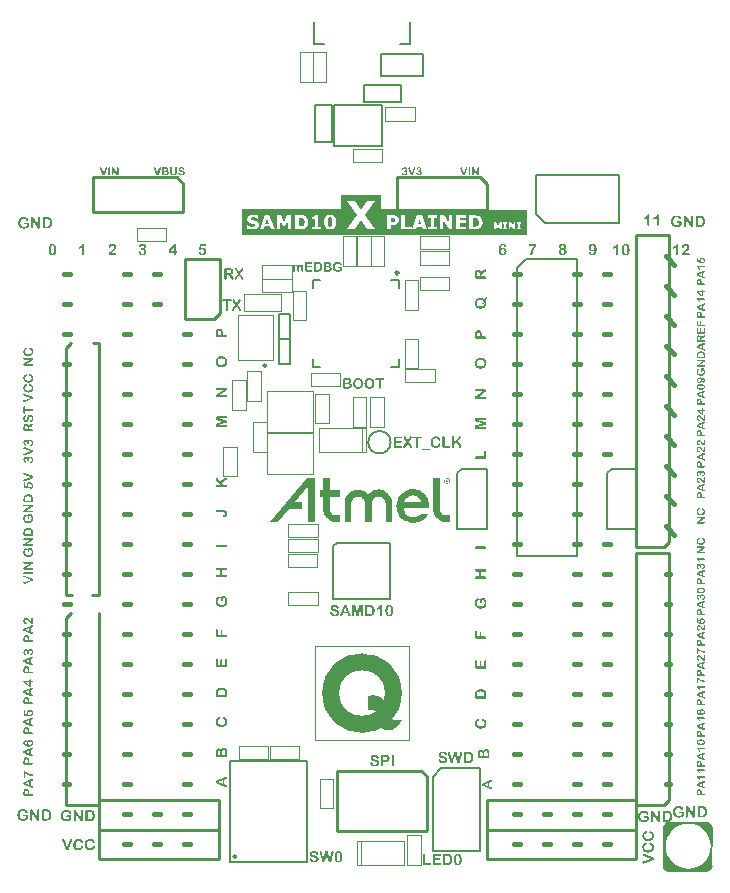
<source format=gto>
%FSLAX43Y43*%
%MOMM*%
G71*
G01*
G75*
G04 Layer_Color=65535*
%ADD10C,0.175*%
%ADD11C,0.300*%
%ADD12C,0.175*%
%ADD13C,0.300*%
%ADD14C,0.180*%
%ADD15C,0.220*%
%ADD16C,0.200*%
%ADD17R,1.000X0.950*%
%ADD18C,0.400*%
%ADD19R,0.400X1.350*%
%ADD20R,1.000X2.250*%
%ADD21R,1.150X1.400*%
%ADD22R,0.300X0.850*%
%ADD23R,0.850X0.300*%
%ADD24R,5.200X5.200*%
%ADD25R,2.600X2.600*%
%ADD26R,0.230X0.480*%
%ADD27R,0.480X0.230*%
%ADD28R,1.050X0.650*%
%ADD29R,1.300X0.600*%
%ADD30R,1.200X1.200*%
%ADD31R,1.200X1.350*%
%ADD32R,0.800X0.650*%
%ADD33R,0.500X0.600*%
%ADD34R,0.950X1.000*%
%ADD35R,0.600X0.900*%
%ADD36R,0.900X0.600*%
%ADD37R,0.650X0.800*%
%ADD38C,0.150*%
%ADD39C,0.500*%
%ADD40R,0.900X0.300*%
%ADD41R,1.800X1.900*%
G04:AMPARAMS|DCode=42|XSize=1.05mm|YSize=1.25mm|CornerRadius=0.525mm|HoleSize=0mm|Usage=FLASHONLY|Rotation=180.000|XOffset=0mm|YOffset=0mm|HoleType=Round|Shape=RoundedRectangle|*
%AMROUNDEDRECTD42*
21,1,1.050,0.200,0,0,180.0*
21,1,0.000,1.250,0,0,180.0*
1,1,1.050,0.000,0.100*
1,1,1.050,0.000,0.100*
1,1,1.050,0.000,-0.100*
1,1,1.050,0.000,-0.100*
%
%ADD42ROUNDEDRECTD42*%
G04:AMPARAMS|DCode=43|XSize=2.1mm|YSize=1.9mm|CornerRadius=0.494mm|HoleSize=0mm|Usage=FLASHONLY|Rotation=180.000|XOffset=0mm|YOffset=0mm|HoleType=Round|Shape=RoundedRectangle|*
%AMROUNDEDRECTD43*
21,1,2.100,0.912,0,0,180.0*
21,1,1.112,1.900,0,0,180.0*
1,1,0.988,-0.556,0.456*
1,1,0.988,0.556,0.456*
1,1,0.988,0.556,-0.456*
1,1,0.988,-0.556,-0.456*
%
%ADD43ROUNDEDRECTD43*%
%ADD44R,1.700X1.700*%
%ADD45C,1.700*%
%ADD46R,1.700X1.700*%
%ADD47O,0.800X1.100*%
%ADD48O,1.100X0.800*%
%ADD49C,1.524*%
%ADD50C,3.600*%
%ADD51C,0.550*%
%ADD52C,0.800*%
%ADD53C,1.016*%
%ADD54C,0.100*%
%ADD55R,12.000X12.000*%
%ADD56O,1.250X1.450*%
%ADD57O,1.425X2.100*%
%ADD58C,1.600*%
%ADD59C,1.250*%
G04:AMPARAMS|DCode=60|XSize=2.174mm|YSize=2.174mm|CornerRadius=0mm|HoleSize=0mm|Usage=FLASHONLY|Rotation=0.000|XOffset=0mm|YOffset=0mm|HoleType=Round|Shape=Relief|Width=0.254mm|Gap=0.254mm|Entries=4|*
%AMTHD60*
7,0,0,2.174,1.666,0.254,45*
%
%ADD60THD60*%
G04:AMPARAMS|DCode=61|XSize=2.524mm|YSize=2.524mm|CornerRadius=0mm|HoleSize=0mm|Usage=FLASHONLY|Rotation=0.000|XOffset=0mm|YOffset=0mm|HoleType=Round|Shape=Relief|Width=0.254mm|Gap=0.254mm|Entries=4|*
%AMTHD61*
7,0,0,2.524,2.016,0.254,45*
%
%ADD61THD61*%
%ADD62C,3.300*%
%ADD63C,0.850*%
%ADD64C,1.000*%
%ADD65C,0.254*%
%ADD66C,0.250*%
%ADD67C,1.420*%
%ADD68C,0.100*%
%ADD69C,0.050*%
%ADD70C,0.400*%
%ADD71R,3.248X0.599*%
G36*
X58983Y26724D02*
X58990Y26723D01*
X58998Y26722D01*
X59014Y26717D01*
X59032Y26710D01*
X59040Y26705D01*
X59047Y26697D01*
X59053Y26690D01*
X59057Y26682D01*
X59060Y26672D01*
X59061Y26661D01*
Y26660D01*
Y26656D01*
X59060Y26651D01*
X59059Y26644D01*
X59057Y26637D01*
X59053Y26629D01*
X59049Y26622D01*
X59043Y26615D01*
X59042Y26614D01*
X59039Y26613D01*
X59035Y26610D01*
X59029Y26607D01*
X59020Y26604D01*
X59011Y26602D01*
X59000Y26600D01*
X58987Y26599D01*
X58564D01*
X58565Y26598D01*
X58568Y26594D01*
X58572Y26587D01*
X58578Y26579D01*
X58586Y26570D01*
X58593Y26559D01*
X58601Y26548D01*
X58609Y26534D01*
X58626Y26508D01*
X58633Y26495D01*
X58641Y26481D01*
X58647Y26469D01*
X58651Y26458D01*
X58654Y26448D01*
X58655Y26440D01*
Y26439D01*
Y26437D01*
X58654Y26433D01*
X58653Y26429D01*
X58651Y26422D01*
X58649Y26417D01*
X58645Y26411D01*
X58640Y26405D01*
X58639Y26404D01*
X58636Y26403D01*
X58633Y26400D01*
X58629Y26398D01*
X58618Y26392D01*
X58611Y26391D01*
X58604Y26390D01*
X58600D01*
X58596Y26391D01*
X58591Y26392D01*
X58579Y26396D01*
X58574Y26399D01*
X58569Y26404D01*
X58568Y26405D01*
X58567Y26407D01*
X58565Y26411D01*
X58561Y26416D01*
X58557Y26423D01*
X58552Y26433D01*
X58546Y26444D01*
X58540Y26457D01*
Y26458D01*
X58539Y26459D01*
X58537Y26462D01*
X58535Y26466D01*
X58530Y26476D01*
X58522Y26490D01*
X58514Y26504D01*
X58505Y26518D01*
X58495Y26533D01*
X58485Y26547D01*
X58484Y26548D01*
X58480Y26553D01*
X58473Y26559D01*
X58465Y26567D01*
X58456Y26576D01*
X58445Y26585D01*
X58433Y26596D01*
X58420Y26606D01*
X58417Y26607D01*
X58413Y26610D01*
X58407Y26615D01*
X58400Y26620D01*
X58392Y26626D01*
X58385Y26631D01*
X58379Y26636D01*
X58375Y26640D01*
X58374Y26642D01*
X58370Y26647D01*
X58369Y26652D01*
X58367Y26657D01*
X58366Y26663D01*
Y26670D01*
Y26671D01*
Y26674D01*
X58367Y26678D01*
X58368Y26684D01*
X58371Y26690D01*
X58374Y26697D01*
X58379Y26704D01*
X58385Y26710D01*
X58386Y26711D01*
X58388Y26712D01*
X58393Y26715D01*
X58399Y26718D01*
X58406Y26720D01*
X58415Y26723D01*
X58426Y26724D01*
X58438Y26725D01*
X58977D01*
X58983Y26724D01*
D02*
G37*
G36*
X58860Y26286D02*
X58870Y26285D01*
X58883Y26283D01*
X58896Y26280D01*
X58910Y26276D01*
X58926Y26270D01*
X58928Y26269D01*
X58933Y26267D01*
X58940Y26262D01*
X58949Y26256D01*
X58960Y26249D01*
X58973Y26241D01*
X58984Y26231D01*
X58996Y26219D01*
X58997Y26218D01*
X59001Y26213D01*
X59006Y26206D01*
X59013Y26197D01*
X59021Y26185D01*
X59029Y26172D01*
X59037Y26158D01*
X59044Y26141D01*
X59045Y26139D01*
X59047Y26133D01*
X59049Y26124D01*
X59052Y26112D01*
X59056Y26097D01*
X59058Y26080D01*
X59060Y26062D01*
X59061Y26041D01*
Y26040D01*
Y26039D01*
Y26036D01*
Y26032D01*
X59060Y26021D01*
X59059Y26008D01*
X59056Y25993D01*
X59053Y25975D01*
X59048Y25959D01*
X59042Y25942D01*
X59041Y25940D01*
X59038Y25935D01*
X59034Y25926D01*
X59028Y25916D01*
X59020Y25905D01*
X59012Y25893D01*
X59002Y25881D01*
X58992Y25869D01*
X58991Y25868D01*
X58987Y25864D01*
X58981Y25859D01*
X58974Y25853D01*
X58964Y25846D01*
X58953Y25839D01*
X58942Y25832D01*
X58931Y25826D01*
X58930Y25825D01*
X58926Y25823D01*
X58920Y25821D01*
X58911Y25818D01*
X58894Y25813D01*
X58885Y25812D01*
X58877Y25811D01*
X58873D01*
X58868Y25812D01*
X58862Y25813D01*
X58854Y25815D01*
X58847Y25818D01*
X58840Y25822D01*
X58834Y25829D01*
X58833Y25830D01*
X58831Y25832D01*
X58829Y25836D01*
X58825Y25841D01*
X58822Y25847D01*
X58820Y25854D01*
X58818Y25863D01*
X58817Y25872D01*
Y25873D01*
Y25874D01*
X58818Y25881D01*
X58820Y25888D01*
X58825Y25897D01*
Y25898D01*
X58826Y25899D01*
X58830Y25904D01*
X58836Y25909D01*
X58843Y25913D01*
X58844D01*
X58846Y25914D01*
X58849Y25915D01*
X58853Y25917D01*
X58866Y25922D01*
X58880Y25928D01*
X58895Y25936D01*
X58911Y25945D01*
X58927Y25954D01*
X58940Y25964D01*
X58941Y25965D01*
X58945Y25969D01*
X58949Y25975D01*
X58955Y25984D01*
X58960Y25996D01*
X58965Y26009D01*
X58970Y26025D01*
X58971Y26042D01*
Y26044D01*
Y26048D01*
X58970Y26053D01*
X58969Y26060D01*
X58967Y26069D01*
X58964Y26078D01*
X58961Y26087D01*
X58957Y26097D01*
X58956Y26098D01*
X58954Y26102D01*
X58951Y26107D01*
X58947Y26113D01*
X58941Y26120D01*
X58934Y26127D01*
X58925Y26134D01*
X58916Y26141D01*
X58915Y26142D01*
X58910Y26144D01*
X58904Y26147D01*
X58896Y26150D01*
X58887Y26153D01*
X58876Y26157D01*
X58864Y26159D01*
X58850Y26160D01*
X58841D01*
X58831Y26158D01*
X58819Y26156D01*
X58806Y26152D01*
X58791Y26146D01*
X58777Y26139D01*
X58765Y26129D01*
X58764Y26128D01*
X58760Y26124D01*
X58755Y26117D01*
X58749Y26108D01*
X58743Y26096D01*
X58738Y26082D01*
X58734Y26065D01*
X58733Y26047D01*
Y26045D01*
Y26039D01*
X58734Y26030D01*
X58735Y26018D01*
Y26017D01*
Y26015D01*
X58736Y26012D01*
Y26008D01*
X58737Y25999D01*
Y25996D01*
Y25993D01*
Y25992D01*
Y25989D01*
X58736Y25983D01*
X58735Y25978D01*
X58732Y25965D01*
X58729Y25959D01*
X58725Y25953D01*
X58724Y25952D01*
X58723Y25951D01*
X58720Y25949D01*
X58716Y25947D01*
X58711Y25944D01*
X58705Y25942D01*
X58698Y25941D01*
X58689Y25940D01*
X58685D01*
X58681Y25941D01*
X58676Y25942D01*
X58671Y25944D01*
X58665Y25947D01*
X58659Y25951D01*
X58654Y25956D01*
X58653Y25957D01*
X58652Y25959D01*
X58650Y25963D01*
X58647Y25969D01*
X58644Y25975D01*
X58642Y25984D01*
X58641Y25995D01*
X58640Y26006D01*
Y26025D01*
Y26027D01*
Y26032D01*
X58639Y26040D01*
X58636Y26051D01*
X58633Y26062D01*
X58629Y26074D01*
X58623Y26086D01*
X58615Y26098D01*
X58614Y26100D01*
X58610Y26104D01*
X58605Y26109D01*
X58597Y26114D01*
X58587Y26120D01*
X58573Y26124D01*
X58559Y26128D01*
X58543Y26129D01*
X58537D01*
X58531Y26128D01*
X58521Y26126D01*
X58512Y26123D01*
X58502Y26119D01*
X58492Y26113D01*
X58482Y26105D01*
X58481Y26104D01*
X58478Y26101D01*
X58473Y26094D01*
X58468Y26087D01*
X58463Y26078D01*
X58459Y26066D01*
X58456Y26054D01*
X58455Y26038D01*
Y26037D01*
Y26033D01*
Y26028D01*
X58456Y26022D01*
X58458Y26007D01*
X58463Y25992D01*
Y25991D01*
X58464Y25989D01*
X58466Y25985D01*
X58469Y25981D01*
X58476Y25971D01*
X58485Y25962D01*
X58486D01*
X58487Y25960D01*
X58490Y25958D01*
X58494Y25956D01*
X58504Y25950D01*
X58518Y25943D01*
X58519D01*
X58521Y25942D01*
X58525Y25940D01*
X58531Y25938D01*
X58543Y25931D01*
X58556Y25925D01*
X58558Y25924D01*
X58562Y25921D01*
X58567Y25916D01*
X58572Y25908D01*
X58573Y25906D01*
X58574Y25901D01*
X58576Y25892D01*
X58577Y25881D01*
Y25880D01*
Y25877D01*
X58576Y25873D01*
X58575Y25869D01*
X58573Y25864D01*
X58571Y25858D01*
X58567Y25852D01*
X58562Y25846D01*
X58561Y25845D01*
X58559Y25844D01*
X58556Y25841D01*
X58551Y25839D01*
X58546Y25836D01*
X58539Y25833D01*
X58532Y25832D01*
X58522Y25831D01*
X58518D01*
X58513Y25832D01*
X58507Y25833D01*
X58499Y25834D01*
X58491Y25837D01*
X58482Y25840D01*
X58471Y25845D01*
X58470Y25846D01*
X58467Y25848D01*
X58461Y25851D01*
X58455Y25856D01*
X58447Y25862D01*
X58439Y25869D01*
X58430Y25877D01*
X58421Y25888D01*
X58420Y25889D01*
X58416Y25893D01*
X58412Y25899D01*
X58406Y25907D01*
X58400Y25917D01*
X58394Y25929D01*
X58388Y25943D01*
X58382Y25958D01*
X58381Y25960D01*
X58380Y25965D01*
X58377Y25974D01*
X58374Y25985D01*
X58372Y26000D01*
X58369Y26015D01*
X58368Y26032D01*
X58367Y26052D01*
Y26053D01*
Y26054D01*
Y26059D01*
X58368Y26068D01*
X58369Y26079D01*
X58370Y26091D01*
X58372Y26105D01*
X58376Y26119D01*
X58380Y26133D01*
X58381Y26135D01*
X58382Y26139D01*
X58385Y26146D01*
X58389Y26156D01*
X58394Y26166D01*
X58400Y26177D01*
X58407Y26188D01*
X58415Y26198D01*
X58416Y26199D01*
X58420Y26202D01*
X58425Y26207D01*
X58431Y26214D01*
X58438Y26221D01*
X58447Y26227D01*
X58457Y26234D01*
X58468Y26239D01*
X58469Y26240D01*
X58473Y26241D01*
X58480Y26243D01*
X58488Y26246D01*
X58498Y26249D01*
X58509Y26251D01*
X58521Y26252D01*
X58535Y26253D01*
X58543D01*
X58551Y26252D01*
X58562Y26251D01*
X58574Y26248D01*
X58588Y26245D01*
X58601Y26240D01*
X58614Y26233D01*
X58615Y26232D01*
X58620Y26229D01*
X58626Y26225D01*
X58634Y26218D01*
X58645Y26210D01*
X58656Y26200D01*
X58667Y26188D01*
X58679Y26175D01*
X58680Y26177D01*
X58682Y26181D01*
X58686Y26188D01*
X58692Y26196D01*
X58699Y26206D01*
X58707Y26217D01*
X58715Y26227D01*
X58724Y26236D01*
X58725Y26237D01*
X58728Y26240D01*
X58733Y26245D01*
X58740Y26250D01*
X58749Y26256D01*
X58758Y26262D01*
X58768Y26269D01*
X58779Y26274D01*
X58780Y26275D01*
X58784Y26276D01*
X58790Y26278D01*
X58798Y26281D01*
X58808Y26283D01*
X58819Y26285D01*
X58831Y26286D01*
X58844Y26287D01*
X58851D01*
X58860Y26286D01*
D02*
G37*
G36*
X59007Y33038D02*
X59013Y33037D01*
X59019Y33034D01*
X59027Y33031D01*
X59035Y33026D01*
X59042Y33019D01*
X59043Y33018D01*
X59045Y33016D01*
X59048Y33011D01*
X59051Y33005D01*
X59055Y32998D01*
X59058Y32990D01*
X59060Y32981D01*
X59061Y32971D01*
Y32970D01*
Y32968D01*
Y32965D01*
X59060Y32962D01*
X59058Y32952D01*
X59055Y32943D01*
X59054Y32941D01*
X59051Y32937D01*
X59047Y32930D01*
X59040Y32924D01*
X59038Y32923D01*
X59032Y32919D01*
X59022Y32913D01*
X59009Y32907D01*
X59008D01*
X59006Y32906D01*
X59002Y32903D01*
X58997Y32901D01*
X58985Y32896D01*
X58973Y32891D01*
X58887Y32859D01*
Y32582D01*
X58975Y32549D01*
X58976D01*
X58977Y32548D01*
X58983Y32546D01*
X58992Y32543D01*
X59002Y32538D01*
X59014Y32533D01*
X59026Y32528D01*
X59036Y32522D01*
X59044Y32516D01*
X59045Y32515D01*
X59047Y32514D01*
X59049Y32510D01*
X59052Y32506D01*
X59056Y32500D01*
X59058Y32492D01*
X59060Y32483D01*
X59061Y32473D01*
Y32472D01*
Y32469D01*
X59060Y32463D01*
X59059Y32457D01*
X59057Y32450D01*
X59053Y32443D01*
X59049Y32435D01*
X59043Y32427D01*
X59042Y32426D01*
X59040Y32424D01*
X59036Y32421D01*
X59031Y32418D01*
X59024Y32414D01*
X59016Y32411D01*
X59008Y32408D01*
X59000Y32407D01*
X58998D01*
X58991Y32408D01*
X58982Y32410D01*
X58972Y32412D01*
X58971D01*
X58969Y32413D01*
X58965Y32414D01*
X58960Y32416D01*
X58954Y32418D01*
X58947Y32420D01*
X58939Y32424D01*
X58930Y32427D01*
X58488Y32601D01*
X58487D01*
X58485Y32602D01*
X58481Y32604D01*
X58476Y32606D01*
X58468Y32608D01*
X58461Y32611D01*
X58443Y32618D01*
X58442Y32619D01*
X58438Y32620D01*
X58434Y32622D01*
X58427Y32625D01*
X58412Y32633D01*
X58398Y32641D01*
X58397Y32642D01*
X58395Y32643D01*
X58392Y32646D01*
X58388Y32649D01*
X58379Y32659D01*
X58370Y32672D01*
X58369Y32673D01*
X58368Y32675D01*
X58366Y32680D01*
X58364Y32686D01*
X58361Y32693D01*
X58360Y32701D01*
X58358Y32710D01*
Y32720D01*
Y32721D01*
Y32725D01*
X58359Y32730D01*
Y32736D01*
X58364Y32753D01*
X58366Y32761D01*
X58370Y32768D01*
Y32769D01*
X58372Y32771D01*
X58374Y32775D01*
X58378Y32779D01*
X58386Y32789D01*
X58398Y32799D01*
X58399Y32800D01*
X58401Y32801D01*
X58404Y32803D01*
X58409Y32806D01*
X58421Y32813D01*
X58435Y32819D01*
X58436D01*
X58438Y32820D01*
X58443Y32822D01*
X58449Y32825D01*
X58456Y32827D01*
X58465Y32831D01*
X58476Y32835D01*
X58488Y32839D01*
X58926Y33018D01*
X58927D01*
X58928Y33019D01*
X58934Y33021D01*
X58943Y33025D01*
X58953Y33029D01*
X58965Y33032D01*
X58978Y33036D01*
X58989Y33038D01*
X58999Y33039D01*
X59003D01*
X59007Y33038D01*
D02*
G37*
G36*
X58592Y32340D02*
X58600Y32339D01*
X58610Y32338D01*
X58621Y32336D01*
X58633Y32333D01*
X58659Y32326D01*
X58672Y32321D01*
X58684Y32314D01*
X58698Y32307D01*
X58710Y32298D01*
X58721Y32288D01*
X58732Y32277D01*
X58733Y32276D01*
X58734Y32274D01*
X58737Y32270D01*
X58740Y32265D01*
X58744Y32259D01*
X58749Y32251D01*
X58754Y32240D01*
X58759Y32229D01*
X58764Y32216D01*
X58769Y32202D01*
X58773Y32186D01*
X58777Y32169D01*
X58780Y32151D01*
X58783Y32130D01*
X58784Y32109D01*
X58785Y32086D01*
Y31960D01*
X58985D01*
X58992Y31959D01*
X59001Y31958D01*
X59011Y31955D01*
X59021Y31952D01*
X59032Y31947D01*
X59041Y31940D01*
X59042Y31939D01*
X59044Y31937D01*
X59047Y31932D01*
X59051Y31927D01*
X59055Y31920D01*
X59058Y31911D01*
X59060Y31901D01*
X59061Y31891D01*
Y31890D01*
Y31886D01*
X59060Y31881D01*
X59058Y31874D01*
X59056Y31866D01*
X59053Y31857D01*
X59048Y31849D01*
X59041Y31841D01*
X59040Y31840D01*
X59037Y31838D01*
X59032Y31835D01*
X59025Y31832D01*
X59016Y31829D01*
X59005Y31826D01*
X58993Y31824D01*
X58979Y31823D01*
X58447D01*
X58439Y31824D01*
X58430Y31826D01*
X58419Y31828D01*
X58408Y31831D01*
X58398Y31836D01*
X58390Y31843D01*
X58389Y31844D01*
X58387Y31847D01*
X58384Y31852D01*
X58380Y31859D01*
X58376Y31869D01*
X58373Y31880D01*
X58371Y31893D01*
X58370Y31909D01*
Y32087D01*
Y32088D01*
Y32090D01*
Y32094D01*
Y32100D01*
Y32106D01*
X58371Y32114D01*
Y32131D01*
X58373Y32151D01*
X58375Y32170D01*
X58378Y32189D01*
X58382Y32207D01*
X58383Y32209D01*
X58384Y32214D01*
X58387Y32222D01*
X58391Y32231D01*
X58397Y32242D01*
X58403Y32255D01*
X58412Y32267D01*
X58422Y32279D01*
X58423Y32280D01*
X58427Y32284D01*
X58432Y32289D01*
X58440Y32296D01*
X58449Y32304D01*
X58460Y32312D01*
X58472Y32319D01*
X58487Y32325D01*
X58489Y32326D01*
X58494Y32328D01*
X58502Y32330D01*
X58512Y32333D01*
X58525Y32336D01*
X58540Y32339D01*
X58556Y32340D01*
X58574Y32341D01*
X58585D01*
X58592Y32340D01*
D02*
G37*
G36*
X59007Y25738D02*
X59013Y25737D01*
X59019Y25734D01*
X59027Y25731D01*
X59035Y25726D01*
X59042Y25719D01*
X59043Y25718D01*
X59045Y25716D01*
X59048Y25711D01*
X59051Y25705D01*
X59055Y25698D01*
X59058Y25690D01*
X59060Y25681D01*
X59061Y25671D01*
Y25670D01*
Y25668D01*
Y25665D01*
X59060Y25662D01*
X59058Y25652D01*
X59055Y25643D01*
X59054Y25641D01*
X59051Y25637D01*
X59047Y25630D01*
X59040Y25624D01*
X59038Y25623D01*
X59032Y25619D01*
X59022Y25613D01*
X59009Y25607D01*
X59008D01*
X59006Y25606D01*
X59002Y25603D01*
X58997Y25601D01*
X58985Y25596D01*
X58973Y25591D01*
X58887Y25559D01*
Y25282D01*
X58975Y25249D01*
X58976D01*
X58977Y25248D01*
X58983Y25246D01*
X58992Y25243D01*
X59002Y25238D01*
X59014Y25233D01*
X59026Y25228D01*
X59036Y25222D01*
X59044Y25216D01*
X59045Y25215D01*
X59047Y25214D01*
X59049Y25210D01*
X59052Y25206D01*
X59056Y25200D01*
X59058Y25192D01*
X59060Y25183D01*
X59061Y25173D01*
Y25172D01*
Y25169D01*
X59060Y25163D01*
X59059Y25157D01*
X59057Y25150D01*
X59053Y25143D01*
X59049Y25135D01*
X59043Y25127D01*
X59042Y25126D01*
X59040Y25124D01*
X59036Y25121D01*
X59031Y25118D01*
X59024Y25114D01*
X59016Y25111D01*
X59008Y25108D01*
X59000Y25107D01*
X58998D01*
X58991Y25108D01*
X58982Y25110D01*
X58972Y25112D01*
X58971D01*
X58969Y25113D01*
X58965Y25114D01*
X58960Y25116D01*
X58954Y25118D01*
X58947Y25120D01*
X58939Y25124D01*
X58930Y25127D01*
X58488Y25301D01*
X58487D01*
X58485Y25302D01*
X58481Y25304D01*
X58476Y25306D01*
X58468Y25308D01*
X58461Y25311D01*
X58443Y25318D01*
X58442Y25319D01*
X58438Y25320D01*
X58434Y25322D01*
X58427Y25325D01*
X58412Y25333D01*
X58398Y25341D01*
X58397Y25342D01*
X58395Y25343D01*
X58392Y25346D01*
X58388Y25349D01*
X58379Y25359D01*
X58370Y25372D01*
X58369Y25373D01*
X58368Y25375D01*
X58366Y25380D01*
X58363Y25386D01*
X58361Y25393D01*
X58360Y25401D01*
X58358Y25410D01*
Y25420D01*
Y25421D01*
Y25425D01*
X58359Y25430D01*
Y25436D01*
X58363Y25453D01*
X58366Y25461D01*
X58370Y25468D01*
Y25469D01*
X58372Y25471D01*
X58374Y25475D01*
X58378Y25479D01*
X58386Y25489D01*
X58398Y25499D01*
X58399Y25500D01*
X58401Y25501D01*
X58404Y25503D01*
X58409Y25506D01*
X58421Y25513D01*
X58435Y25519D01*
X58436D01*
X58438Y25520D01*
X58443Y25522D01*
X58449Y25525D01*
X58456Y25527D01*
X58465Y25531D01*
X58476Y25535D01*
X58488Y25539D01*
X58926Y25718D01*
X58927D01*
X58928Y25719D01*
X58934Y25721D01*
X58943Y25725D01*
X58953Y25729D01*
X58965Y25732D01*
X58978Y25736D01*
X58989Y25738D01*
X58999Y25739D01*
X59003D01*
X59007Y25738D01*
D02*
G37*
G36*
X58860Y23686D02*
X58870Y23685D01*
X58883Y23683D01*
X58896Y23680D01*
X58910Y23676D01*
X58926Y23670D01*
X58928Y23669D01*
X58933Y23667D01*
X58940Y23662D01*
X58949Y23656D01*
X58960Y23649D01*
X58973Y23641D01*
X58984Y23631D01*
X58996Y23619D01*
X58997Y23618D01*
X59001Y23613D01*
X59006Y23606D01*
X59013Y23597D01*
X59021Y23585D01*
X59029Y23572D01*
X59037Y23558D01*
X59044Y23541D01*
X59045Y23539D01*
X59047Y23533D01*
X59049Y23524D01*
X59052Y23512D01*
X59056Y23497D01*
X59058Y23480D01*
X59060Y23462D01*
X59061Y23441D01*
Y23440D01*
Y23439D01*
Y23436D01*
Y23432D01*
X59060Y23421D01*
X59059Y23408D01*
X59056Y23393D01*
X59053Y23375D01*
X59048Y23359D01*
X59042Y23342D01*
X59041Y23340D01*
X59038Y23335D01*
X59034Y23326D01*
X59028Y23316D01*
X59020Y23305D01*
X59012Y23293D01*
X59002Y23281D01*
X58992Y23269D01*
X58991Y23268D01*
X58987Y23264D01*
X58981Y23259D01*
X58974Y23253D01*
X58964Y23246D01*
X58953Y23239D01*
X58942Y23232D01*
X58931Y23226D01*
X58930Y23225D01*
X58926Y23223D01*
X58920Y23221D01*
X58911Y23218D01*
X58894Y23213D01*
X58885Y23212D01*
X58877Y23211D01*
X58873D01*
X58868Y23212D01*
X58862Y23213D01*
X58854Y23215D01*
X58847Y23218D01*
X58840Y23222D01*
X58834Y23229D01*
X58833Y23230D01*
X58831Y23232D01*
X58829Y23236D01*
X58825Y23241D01*
X58822Y23247D01*
X58820Y23254D01*
X58818Y23263D01*
X58817Y23272D01*
Y23273D01*
Y23274D01*
X58818Y23281D01*
X58820Y23288D01*
X58825Y23297D01*
Y23298D01*
X58826Y23299D01*
X58830Y23304D01*
X58836Y23309D01*
X58843Y23313D01*
X58844D01*
X58846Y23314D01*
X58849Y23315D01*
X58853Y23317D01*
X58866Y23322D01*
X58880Y23328D01*
X58895Y23336D01*
X58911Y23345D01*
X58927Y23354D01*
X58940Y23364D01*
X58941Y23365D01*
X58945Y23369D01*
X58949Y23375D01*
X58955Y23384D01*
X58960Y23396D01*
X58965Y23409D01*
X58970Y23425D01*
X58971Y23442D01*
Y23444D01*
Y23448D01*
X58970Y23453D01*
X58969Y23460D01*
X58967Y23469D01*
X58964Y23478D01*
X58961Y23487D01*
X58957Y23497D01*
X58956Y23499D01*
X58954Y23502D01*
X58951Y23507D01*
X58947Y23513D01*
X58941Y23520D01*
X58934Y23527D01*
X58925Y23534D01*
X58916Y23541D01*
X58915Y23542D01*
X58910Y23544D01*
X58904Y23547D01*
X58896Y23550D01*
X58887Y23553D01*
X58876Y23557D01*
X58864Y23559D01*
X58850Y23560D01*
X58841D01*
X58831Y23558D01*
X58819Y23556D01*
X58806Y23552D01*
X58791Y23546D01*
X58777Y23539D01*
X58765Y23529D01*
X58764Y23528D01*
X58760Y23524D01*
X58755Y23517D01*
X58749Y23508D01*
X58743Y23496D01*
X58738Y23482D01*
X58734Y23465D01*
X58733Y23447D01*
Y23445D01*
Y23439D01*
X58734Y23430D01*
X58735Y23418D01*
Y23417D01*
Y23415D01*
X58736Y23412D01*
Y23408D01*
X58737Y23399D01*
Y23396D01*
Y23393D01*
Y23392D01*
Y23389D01*
X58736Y23383D01*
X58735Y23378D01*
X58732Y23365D01*
X58729Y23359D01*
X58725Y23353D01*
X58724Y23352D01*
X58723Y23351D01*
X58720Y23349D01*
X58716Y23347D01*
X58711Y23344D01*
X58705Y23342D01*
X58698Y23341D01*
X58689Y23340D01*
X58685D01*
X58681Y23341D01*
X58676Y23342D01*
X58671Y23344D01*
X58665Y23347D01*
X58659Y23351D01*
X58654Y23356D01*
X58653Y23357D01*
X58652Y23359D01*
X58650Y23363D01*
X58647Y23369D01*
X58644Y23375D01*
X58642Y23384D01*
X58641Y23395D01*
X58640Y23406D01*
Y23425D01*
Y23427D01*
Y23432D01*
X58639Y23440D01*
X58636Y23451D01*
X58633Y23462D01*
X58629Y23474D01*
X58623Y23486D01*
X58615Y23499D01*
X58614Y23500D01*
X58610Y23504D01*
X58605Y23509D01*
X58597Y23514D01*
X58587Y23520D01*
X58573Y23524D01*
X58559Y23528D01*
X58543Y23529D01*
X58537D01*
X58531Y23528D01*
X58521Y23526D01*
X58512Y23523D01*
X58502Y23519D01*
X58492Y23513D01*
X58482Y23505D01*
X58481Y23504D01*
X58478Y23501D01*
X58474Y23494D01*
X58468Y23487D01*
X58463Y23478D01*
X58459Y23466D01*
X58456Y23454D01*
X58455Y23438D01*
Y23437D01*
Y23433D01*
Y23428D01*
X58456Y23422D01*
X58458Y23407D01*
X58463Y23392D01*
Y23391D01*
X58464Y23389D01*
X58466Y23385D01*
X58469Y23381D01*
X58476Y23371D01*
X58485Y23362D01*
X58486D01*
X58487Y23360D01*
X58490Y23358D01*
X58494Y23356D01*
X58504Y23350D01*
X58518Y23343D01*
X58519D01*
X58521Y23342D01*
X58525Y23340D01*
X58531Y23338D01*
X58543Y23331D01*
X58556Y23325D01*
X58558Y23324D01*
X58562Y23321D01*
X58567Y23316D01*
X58572Y23308D01*
X58573Y23306D01*
X58574Y23301D01*
X58576Y23292D01*
X58577Y23281D01*
Y23280D01*
Y23277D01*
X58576Y23273D01*
X58575Y23269D01*
X58573Y23264D01*
X58571Y23258D01*
X58567Y23252D01*
X58562Y23246D01*
X58561Y23245D01*
X58559Y23244D01*
X58556Y23241D01*
X58551Y23239D01*
X58546Y23236D01*
X58539Y23233D01*
X58532Y23232D01*
X58522Y23231D01*
X58518D01*
X58513Y23232D01*
X58507Y23233D01*
X58499Y23234D01*
X58491Y23237D01*
X58482Y23240D01*
X58471Y23245D01*
X58470Y23246D01*
X58467Y23248D01*
X58461Y23251D01*
X58455Y23256D01*
X58447Y23262D01*
X58439Y23269D01*
X58430Y23277D01*
X58421Y23288D01*
X58420Y23289D01*
X58416Y23293D01*
X58412Y23299D01*
X58406Y23307D01*
X58400Y23317D01*
X58394Y23329D01*
X58388Y23343D01*
X58382Y23358D01*
X58381Y23360D01*
X58380Y23365D01*
X58377Y23374D01*
X58374Y23385D01*
X58372Y23400D01*
X58369Y23415D01*
X58368Y23432D01*
X58367Y23452D01*
Y23453D01*
Y23454D01*
Y23459D01*
X58368Y23468D01*
X58369Y23479D01*
X58370Y23491D01*
X58372Y23505D01*
X58376Y23519D01*
X58380Y23533D01*
X58381Y23535D01*
X58382Y23539D01*
X58385Y23546D01*
X58389Y23556D01*
X58394Y23566D01*
X58400Y23577D01*
X58407Y23588D01*
X58415Y23598D01*
X58416Y23599D01*
X58420Y23602D01*
X58425Y23607D01*
X58431Y23614D01*
X58438Y23621D01*
X58447Y23627D01*
X58457Y23634D01*
X58468Y23639D01*
X58469Y23640D01*
X58474Y23641D01*
X58480Y23643D01*
X58488Y23646D01*
X58498Y23649D01*
X58509Y23651D01*
X58521Y23652D01*
X58535Y23653D01*
X58543D01*
X58551Y23652D01*
X58562Y23651D01*
X58574Y23648D01*
X58588Y23645D01*
X58601Y23640D01*
X58614Y23633D01*
X58615Y23632D01*
X58620Y23629D01*
X58626Y23625D01*
X58634Y23618D01*
X58645Y23610D01*
X58656Y23600D01*
X58667Y23588D01*
X58679Y23575D01*
X58680Y23577D01*
X58682Y23581D01*
X58686Y23588D01*
X58692Y23596D01*
X58699Y23606D01*
X58707Y23617D01*
X58715Y23627D01*
X58724Y23636D01*
X58725Y23637D01*
X58728Y23640D01*
X58733Y23645D01*
X58740Y23650D01*
X58749Y23656D01*
X58758Y23662D01*
X58768Y23669D01*
X58779Y23674D01*
X58780Y23675D01*
X58784Y23676D01*
X58790Y23678D01*
X58798Y23681D01*
X58808Y23683D01*
X58819Y23685D01*
X58831Y23686D01*
X58844Y23687D01*
X58851D01*
X58860Y23686D01*
D02*
G37*
G36*
X59007Y23138D02*
X59013Y23137D01*
X59019Y23134D01*
X59027Y23131D01*
X59035Y23126D01*
X59042Y23119D01*
X59043Y23118D01*
X59045Y23116D01*
X59048Y23111D01*
X59051Y23105D01*
X59055Y23098D01*
X59058Y23090D01*
X59060Y23081D01*
X59061Y23071D01*
Y23070D01*
Y23068D01*
Y23065D01*
X59060Y23062D01*
X59058Y23052D01*
X59055Y23043D01*
X59054Y23041D01*
X59051Y23037D01*
X59047Y23030D01*
X59040Y23024D01*
X59038Y23023D01*
X59032Y23019D01*
X59022Y23013D01*
X59009Y23007D01*
X59008D01*
X59006Y23006D01*
X59002Y23003D01*
X58997Y23001D01*
X58985Y22996D01*
X58973Y22991D01*
X58887Y22959D01*
Y22682D01*
X58975Y22649D01*
X58976D01*
X58977Y22648D01*
X58983Y22646D01*
X58992Y22643D01*
X59002Y22638D01*
X59014Y22633D01*
X59026Y22628D01*
X59036Y22622D01*
X59044Y22616D01*
X59045Y22615D01*
X59047Y22614D01*
X59049Y22610D01*
X59052Y22606D01*
X59056Y22600D01*
X59058Y22592D01*
X59060Y22583D01*
X59061Y22573D01*
Y22572D01*
Y22569D01*
X59060Y22563D01*
X59059Y22557D01*
X59057Y22550D01*
X59053Y22543D01*
X59049Y22535D01*
X59043Y22527D01*
X59042Y22526D01*
X59040Y22524D01*
X59036Y22521D01*
X59031Y22518D01*
X59024Y22514D01*
X59016Y22511D01*
X59008Y22508D01*
X59000Y22507D01*
X58998D01*
X58991Y22508D01*
X58982Y22510D01*
X58972Y22512D01*
X58971D01*
X58969Y22513D01*
X58965Y22514D01*
X58960Y22516D01*
X58954Y22518D01*
X58947Y22520D01*
X58939Y22524D01*
X58930Y22527D01*
X58488Y22701D01*
X58487D01*
X58485Y22702D01*
X58481Y22704D01*
X58476Y22706D01*
X58468Y22708D01*
X58461Y22711D01*
X58443Y22718D01*
X58442Y22719D01*
X58438Y22720D01*
X58434Y22722D01*
X58427Y22725D01*
X58412Y22733D01*
X58398Y22741D01*
X58397Y22742D01*
X58395Y22743D01*
X58392Y22746D01*
X58388Y22749D01*
X58379Y22759D01*
X58370Y22772D01*
X58369Y22773D01*
X58368Y22775D01*
X58366Y22780D01*
X58363Y22786D01*
X58361Y22793D01*
X58360Y22801D01*
X58358Y22810D01*
Y22820D01*
Y22821D01*
Y22825D01*
X58359Y22830D01*
Y22836D01*
X58363Y22853D01*
X58366Y22861D01*
X58370Y22868D01*
Y22869D01*
X58372Y22871D01*
X58374Y22875D01*
X58378Y22879D01*
X58386Y22889D01*
X58398Y22899D01*
X58399Y22900D01*
X58401Y22901D01*
X58404Y22903D01*
X58409Y22906D01*
X58421Y22913D01*
X58435Y22919D01*
X58436D01*
X58438Y22920D01*
X58443Y22922D01*
X58449Y22925D01*
X58456Y22927D01*
X58465Y22931D01*
X58476Y22935D01*
X58488Y22939D01*
X58926Y23118D01*
X58927D01*
X58928Y23119D01*
X58934Y23121D01*
X58943Y23125D01*
X58953Y23129D01*
X58965Y23132D01*
X58978Y23136D01*
X58989Y23138D01*
X58999Y23139D01*
X59003D01*
X59007Y23138D01*
D02*
G37*
G36*
X58592Y25040D02*
X58600Y25039D01*
X58610Y25038D01*
X58621Y25036D01*
X58633Y25033D01*
X58659Y25026D01*
X58672Y25021D01*
X58684Y25014D01*
X58698Y25007D01*
X58710Y24998D01*
X58721Y24988D01*
X58732Y24977D01*
X58733Y24976D01*
X58734Y24974D01*
X58737Y24970D01*
X58740Y24965D01*
X58744Y24959D01*
X58749Y24951D01*
X58754Y24940D01*
X58759Y24929D01*
X58764Y24916D01*
X58769Y24902D01*
X58773Y24886D01*
X58777Y24869D01*
X58780Y24851D01*
X58783Y24830D01*
X58784Y24809D01*
X58785Y24786D01*
Y24660D01*
X58985D01*
X58992Y24659D01*
X59001Y24658D01*
X59011Y24655D01*
X59021Y24652D01*
X59032Y24647D01*
X59041Y24640D01*
X59042Y24639D01*
X59044Y24637D01*
X59047Y24632D01*
X59051Y24627D01*
X59055Y24620D01*
X59058Y24611D01*
X59060Y24601D01*
X59061Y24591D01*
Y24590D01*
Y24586D01*
X59060Y24581D01*
X59058Y24574D01*
X59056Y24566D01*
X59053Y24557D01*
X59048Y24549D01*
X59041Y24541D01*
X59040Y24540D01*
X59037Y24538D01*
X59032Y24535D01*
X59025Y24532D01*
X59016Y24529D01*
X59005Y24526D01*
X58993Y24524D01*
X58979Y24523D01*
X58447D01*
X58439Y24524D01*
X58430Y24526D01*
X58418Y24528D01*
X58408Y24531D01*
X58398Y24536D01*
X58390Y24543D01*
X58389Y24544D01*
X58387Y24547D01*
X58384Y24552D01*
X58380Y24559D01*
X58376Y24569D01*
X58373Y24580D01*
X58371Y24593D01*
X58370Y24609D01*
Y24787D01*
Y24788D01*
Y24790D01*
Y24794D01*
Y24800D01*
Y24806D01*
X58371Y24814D01*
Y24831D01*
X58373Y24851D01*
X58375Y24870D01*
X58378Y24889D01*
X58382Y24907D01*
X58383Y24909D01*
X58384Y24914D01*
X58387Y24922D01*
X58391Y24931D01*
X58397Y24942D01*
X58403Y24955D01*
X58412Y24967D01*
X58422Y24979D01*
X58423Y24980D01*
X58427Y24984D01*
X58432Y24989D01*
X58440Y24996D01*
X58449Y25004D01*
X58460Y25012D01*
X58472Y25019D01*
X58487Y25025D01*
X58489Y25026D01*
X58494Y25028D01*
X58502Y25030D01*
X58512Y25033D01*
X58525Y25036D01*
X58540Y25039D01*
X58556Y25040D01*
X58574Y25041D01*
X58585D01*
X58592Y25040D01*
D02*
G37*
G36*
X58762Y24249D02*
X58782Y24248D01*
X58804Y24246D01*
X58826Y24243D01*
X58847Y24240D01*
X58849D01*
X58852Y24239D01*
X58856Y24238D01*
X58867Y24236D01*
X58880Y24233D01*
X58896Y24228D01*
X58912Y24222D01*
X58930Y24215D01*
X58947Y24206D01*
X58948D01*
X58949Y24205D01*
X58952Y24203D01*
X58956Y24200D01*
X58965Y24194D01*
X58978Y24184D01*
X58991Y24173D01*
X59005Y24159D01*
X59018Y24142D01*
X59031Y24124D01*
Y24123D01*
X59032Y24122D01*
X59034Y24119D01*
X59035Y24115D01*
X59040Y24105D01*
X59045Y24091D01*
X59051Y24075D01*
X59055Y24056D01*
X59059Y24035D01*
X59060Y24013D01*
Y24012D01*
Y24010D01*
Y24006D01*
X59059Y24001D01*
Y23995D01*
X59058Y23987D01*
X59055Y23971D01*
X59050Y23951D01*
X59044Y23930D01*
X59034Y23908D01*
X59020Y23887D01*
Y23886D01*
X59018Y23885D01*
X59016Y23881D01*
X59013Y23877D01*
X59004Y23867D01*
X58992Y23856D01*
X58976Y23842D01*
X58957Y23829D01*
X58935Y23815D01*
X58910Y23803D01*
X58908Y23802D01*
X58903Y23801D01*
X58896Y23798D01*
X58885Y23795D01*
X58873Y23792D01*
X58859Y23788D01*
X58842Y23785D01*
X58826Y23782D01*
X58824D01*
X58818Y23781D01*
X58809Y23780D01*
X58795Y23779D01*
X58780Y23778D01*
X58763Y23777D01*
X58744Y23776D01*
X58700D01*
X58682Y23777D01*
X58663Y23778D01*
X58642Y23779D01*
X58620Y23781D01*
X58599Y23783D01*
X58596D01*
X58594Y23784D01*
X58590D01*
X58578Y23786D01*
X58565Y23789D01*
X58550Y23792D01*
X58534Y23796D01*
X58517Y23800D01*
X58501Y23806D01*
X58500D01*
X58498Y23807D01*
X58495Y23809D01*
X58490Y23811D01*
X58479Y23817D01*
X58463Y23825D01*
X58447Y23837D01*
X58431Y23850D01*
X58414Y23866D01*
X58400Y23885D01*
Y23886D01*
X58398Y23887D01*
X58397Y23890D01*
X58394Y23894D01*
X58392Y23899D01*
X58389Y23905D01*
X58382Y23920D01*
X58376Y23939D01*
X58370Y23960D01*
X58366Y23983D01*
X58365Y24010D01*
Y24011D01*
Y24012D01*
Y24018D01*
X58366Y24027D01*
X58367Y24038D01*
X58369Y24052D01*
X58372Y24067D01*
X58376Y24081D01*
X58381Y24096D01*
X58382Y24098D01*
X58384Y24102D01*
X58387Y24111D01*
X58392Y24120D01*
X58399Y24130D01*
X58406Y24141D01*
X58415Y24153D01*
X58427Y24165D01*
X58428Y24166D01*
X58432Y24170D01*
X58438Y24175D01*
X58447Y24182D01*
X58457Y24190D01*
X58470Y24198D01*
X58485Y24206D01*
X58500Y24215D01*
X58501D01*
X58503Y24217D01*
X58508Y24218D01*
X58514Y24221D01*
X58522Y24223D01*
X58532Y24226D01*
X58543Y24229D01*
X58556Y24233D01*
X58570Y24236D01*
X58587Y24239D01*
X58604Y24242D01*
X58623Y24245D01*
X58645Y24247D01*
X58667Y24249D01*
X58691Y24250D01*
X58743D01*
X58762Y24249D01*
D02*
G37*
G36*
X58592Y37590D02*
X58600Y37589D01*
X58610Y37588D01*
X58621Y37586D01*
X58633Y37583D01*
X58659Y37576D01*
X58672Y37571D01*
X58684Y37564D01*
X58698Y37557D01*
X58710Y37548D01*
X58721Y37538D01*
X58732Y37527D01*
X58733Y37526D01*
X58734Y37524D01*
X58737Y37520D01*
X58740Y37515D01*
X58744Y37509D01*
X58749Y37501D01*
X58754Y37490D01*
X58759Y37479D01*
X58764Y37466D01*
X58769Y37452D01*
X58773Y37436D01*
X58777Y37419D01*
X58780Y37401D01*
X58783Y37380D01*
X58784Y37359D01*
X58785Y37336D01*
Y37210D01*
X58985D01*
X58992Y37209D01*
X59001Y37208D01*
X59011Y37205D01*
X59021Y37202D01*
X59032Y37197D01*
X59041Y37190D01*
X59042Y37189D01*
X59044Y37187D01*
X59047Y37182D01*
X59051Y37177D01*
X59055Y37170D01*
X59058Y37161D01*
X59060Y37151D01*
X59061Y37141D01*
Y37140D01*
Y37136D01*
X59060Y37131D01*
X59058Y37124D01*
X59056Y37116D01*
X59053Y37107D01*
X59048Y37099D01*
X59041Y37091D01*
X59040Y37090D01*
X59037Y37088D01*
X59032Y37085D01*
X59025Y37082D01*
X59016Y37079D01*
X59005Y37076D01*
X58993Y37074D01*
X58979Y37073D01*
X58447D01*
X58439Y37074D01*
X58430Y37076D01*
X58418Y37078D01*
X58408Y37081D01*
X58398Y37086D01*
X58390Y37093D01*
X58389Y37094D01*
X58387Y37097D01*
X58384Y37102D01*
X58380Y37109D01*
X58376Y37119D01*
X58373Y37130D01*
X58371Y37143D01*
X58370Y37159D01*
Y37337D01*
Y37338D01*
Y37340D01*
Y37344D01*
Y37350D01*
Y37356D01*
X58371Y37364D01*
Y37381D01*
X58373Y37401D01*
X58375Y37420D01*
X58378Y37439D01*
X58382Y37457D01*
X58383Y37459D01*
X58384Y37464D01*
X58387Y37472D01*
X58391Y37481D01*
X58397Y37492D01*
X58403Y37505D01*
X58412Y37517D01*
X58422Y37529D01*
X58423Y37530D01*
X58427Y37534D01*
X58432Y37539D01*
X58440Y37546D01*
X58449Y37554D01*
X58460Y37562D01*
X58472Y37569D01*
X58487Y37575D01*
X58489Y37576D01*
X58494Y37578D01*
X58502Y37580D01*
X58512Y37583D01*
X58525Y37586D01*
X58540Y37589D01*
X58556Y37590D01*
X58574Y37591D01*
X58585D01*
X58592Y37590D01*
D02*
G37*
G36*
X59004Y36758D02*
X59009Y36757D01*
X59015Y36755D01*
X59022Y36753D01*
X59029Y36749D01*
X59035Y36744D01*
X59036Y36743D01*
X59037Y36741D01*
X59040Y36738D01*
X59042Y36733D01*
X59045Y36726D01*
X59048Y36719D01*
X59049Y36709D01*
X59050Y36698D01*
Y36357D01*
Y36356D01*
Y36351D01*
X59049Y36345D01*
X59048Y36338D01*
X59046Y36328D01*
X59042Y36319D01*
X59038Y36310D01*
X59032Y36302D01*
X59031Y36301D01*
X59029Y36299D01*
X59025Y36296D01*
X59018Y36293D01*
X59012Y36289D01*
X59004Y36286D01*
X58995Y36284D01*
X58986Y36283D01*
X58983D01*
X58979Y36284D01*
X58975Y36285D01*
X58967Y36286D01*
X58960Y36288D01*
X58952Y36291D01*
X58942Y36295D01*
X58941Y36296D01*
X58937Y36297D01*
X58933Y36300D01*
X58926Y36303D01*
X58911Y36312D01*
X58904Y36317D01*
X58898Y36322D01*
X58897Y36323D01*
X58895Y36325D01*
X58892Y36328D01*
X58887Y36333D01*
X58882Y36339D01*
X58876Y36345D01*
X58861Y36360D01*
X58843Y36377D01*
X58825Y36396D01*
X58807Y36415D01*
X58789Y36434D01*
X58788Y36435D01*
X58787Y36436D01*
X58782Y36443D01*
X58774Y36452D01*
X58765Y36462D01*
X58755Y36474D01*
X58744Y36485D01*
X58735Y36497D01*
X58728Y36506D01*
X58727Y36508D01*
X58723Y36512D01*
X58718Y36519D01*
X58712Y36528D01*
X58704Y36537D01*
X58695Y36549D01*
X58684Y36559D01*
X58674Y36569D01*
X58673Y36570D01*
X58669Y36573D01*
X58664Y36578D01*
X58657Y36583D01*
X58649Y36589D01*
X58639Y36596D01*
X58628Y36602D01*
X58618Y36608D01*
X58617Y36609D01*
X58613Y36610D01*
X58608Y36612D01*
X58601Y36615D01*
X58592Y36617D01*
X58582Y36619D01*
X58572Y36620D01*
X58562Y36621D01*
X58557D01*
X58552Y36620D01*
X58545Y36619D01*
X58537Y36618D01*
X58527Y36615D01*
X58518Y36612D01*
X58509Y36607D01*
X58508Y36606D01*
X58505Y36604D01*
X58501Y36600D01*
X58496Y36596D01*
X58490Y36591D01*
X58484Y36584D01*
X58478Y36577D01*
X58472Y36568D01*
X58471Y36567D01*
X58470Y36564D01*
X58468Y36559D01*
X58465Y36553D01*
X58463Y36544D01*
X58461Y36535D01*
X58460Y36525D01*
X58459Y36515D01*
Y36514D01*
Y36512D01*
Y36509D01*
X58460Y36505D01*
X58462Y36494D01*
X58466Y36480D01*
X58472Y36465D01*
X58482Y36449D01*
X58488Y36441D01*
X58495Y36433D01*
X58504Y36426D01*
X58513Y36419D01*
X58515Y36418D01*
X58517Y36417D01*
X58520Y36415D01*
X58525Y36413D01*
X58533Y36410D01*
X58541Y36407D01*
X58552Y36403D01*
X58553D01*
X58557Y36401D01*
X58562Y36399D01*
X58569Y36396D01*
X58585Y36389D01*
X58593Y36384D01*
X58600Y36378D01*
X58601Y36377D01*
X58602Y36376D01*
X58605Y36373D01*
X58608Y36368D01*
X58611Y36363D01*
X58613Y36356D01*
X58615Y36348D01*
X58616Y36339D01*
Y36338D01*
Y36335D01*
X58615Y36331D01*
X58614Y36325D01*
X58612Y36319D01*
X58610Y36312D01*
X58606Y36306D01*
X58601Y36300D01*
X58600Y36299D01*
X58598Y36298D01*
X58595Y36295D01*
X58590Y36293D01*
X58584Y36290D01*
X58576Y36287D01*
X58568Y36286D01*
X58559Y36285D01*
X58553D01*
X58547Y36286D01*
X58539Y36287D01*
X58529Y36288D01*
X58517Y36291D01*
X58505Y36294D01*
X58492Y36299D01*
X58490Y36300D01*
X58486Y36302D01*
X58480Y36305D01*
X58471Y36310D01*
X58461Y36315D01*
X58451Y36323D01*
X58440Y36332D01*
X58430Y36342D01*
X58429Y36343D01*
X58425Y36347D01*
X58420Y36353D01*
X58413Y36361D01*
X58406Y36372D01*
X58398Y36385D01*
X58391Y36399D01*
X58384Y36414D01*
Y36415D01*
X58383Y36416D01*
X58381Y36422D01*
X58378Y36431D01*
X58375Y36444D01*
X58372Y36459D01*
X58369Y36476D01*
X58367Y36496D01*
X58366Y36517D01*
Y36518D01*
Y36520D01*
Y36524D01*
Y36529D01*
X58367Y36535D01*
Y36542D01*
X58369Y36559D01*
X58371Y36578D01*
X58375Y36598D01*
X58381Y36619D01*
X58388Y36638D01*
X58389Y36639D01*
X58391Y36643D01*
X58394Y36649D01*
X58399Y36657D01*
X58405Y36667D01*
X58412Y36676D01*
X58421Y36686D01*
X58430Y36695D01*
X58431Y36696D01*
X58434Y36699D01*
X58440Y36704D01*
X58447Y36709D01*
X58455Y36716D01*
X58465Y36723D01*
X58478Y36729D01*
X58490Y36734D01*
X58491Y36735D01*
X58496Y36736D01*
X58502Y36738D01*
X58511Y36741D01*
X58521Y36744D01*
X58534Y36746D01*
X58547Y36747D01*
X58560Y36748D01*
X58570D01*
X58580Y36747D01*
X58595Y36744D01*
X58611Y36741D01*
X58628Y36736D01*
X58647Y36729D01*
X58665Y36719D01*
X58667Y36718D01*
X58673Y36714D01*
X58681Y36708D01*
X58691Y36700D01*
X58704Y36692D01*
X58716Y36682D01*
X58728Y36672D01*
X58739Y36661D01*
X58740Y36660D01*
X58744Y36654D01*
X58751Y36647D01*
X58760Y36637D01*
X58771Y36623D01*
X58786Y36606D01*
X58803Y36585D01*
X58823Y36561D01*
X58824Y36560D01*
X58825Y36558D01*
X58828Y36555D01*
X58832Y36550D01*
X58842Y36537D01*
X58855Y36523D01*
X58870Y36507D01*
X58884Y36491D01*
X58898Y36477D01*
X58905Y36471D01*
X58911Y36466D01*
X58912D01*
X58914Y36464D01*
X58920Y36459D01*
X58929Y36452D01*
X58941Y36443D01*
Y36685D01*
Y36687D01*
Y36691D01*
X58942Y36697D01*
X58943Y36705D01*
X58945Y36715D01*
X58947Y36724D01*
X58951Y36733D01*
X58956Y36740D01*
X58957Y36741D01*
X58959Y36743D01*
X58962Y36746D01*
X58966Y36750D01*
X58973Y36753D01*
X58980Y36756D01*
X58987Y36758D01*
X58996Y36759D01*
X59000D01*
X59004Y36758D01*
D02*
G37*
G36*
X59004Y38843D02*
X59009Y38842D01*
X59015Y38840D01*
X59022Y38838D01*
X59029Y38834D01*
X59035Y38829D01*
X59036Y38828D01*
X59037Y38826D01*
X59040Y38823D01*
X59042Y38818D01*
X59045Y38810D01*
X59048Y38803D01*
X59049Y38794D01*
X59050Y38783D01*
Y38442D01*
Y38441D01*
Y38436D01*
X59049Y38430D01*
X59048Y38422D01*
X59046Y38413D01*
X59042Y38404D01*
X59038Y38395D01*
X59032Y38387D01*
X59031Y38386D01*
X59029Y38384D01*
X59025Y38381D01*
X59018Y38378D01*
X59012Y38373D01*
X59004Y38370D01*
X58995Y38368D01*
X58986Y38367D01*
X58983D01*
X58979Y38368D01*
X58975Y38369D01*
X58967Y38370D01*
X58960Y38372D01*
X58952Y38376D01*
X58942Y38380D01*
X58941Y38381D01*
X58937Y38382D01*
X58933Y38385D01*
X58926Y38388D01*
X58911Y38397D01*
X58904Y38402D01*
X58898Y38407D01*
X58897Y38408D01*
X58895Y38410D01*
X58892Y38413D01*
X58887Y38417D01*
X58882Y38423D01*
X58876Y38430D01*
X58861Y38445D01*
X58843Y38462D01*
X58825Y38480D01*
X58807Y38500D01*
X58789Y38519D01*
X58788Y38520D01*
X58787Y38521D01*
X58782Y38527D01*
X58774Y38536D01*
X58765Y38547D01*
X58755Y38559D01*
X58744Y38570D01*
X58735Y38581D01*
X58728Y38590D01*
X58727Y38592D01*
X58723Y38597D01*
X58718Y38604D01*
X58712Y38613D01*
X58704Y38622D01*
X58695Y38633D01*
X58684Y38643D01*
X58674Y38654D01*
X58673Y38655D01*
X58669Y38658D01*
X58664Y38663D01*
X58657Y38668D01*
X58649Y38674D01*
X58639Y38681D01*
X58628Y38687D01*
X58618Y38692D01*
X58617Y38693D01*
X58613Y38694D01*
X58608Y38696D01*
X58601Y38699D01*
X58592Y38701D01*
X58582Y38703D01*
X58572Y38705D01*
X58562Y38706D01*
X58557D01*
X58552Y38705D01*
X58545Y38703D01*
X58537Y38702D01*
X58527Y38699D01*
X58518Y38696D01*
X58509Y38691D01*
X58508Y38690D01*
X58505Y38688D01*
X58501Y38685D01*
X58496Y38681D01*
X58490Y38676D01*
X58484Y38669D01*
X58478Y38662D01*
X58472Y38653D01*
X58471Y38652D01*
X58470Y38648D01*
X58468Y38643D01*
X58465Y38637D01*
X58463Y38629D01*
X58461Y38620D01*
X58460Y38610D01*
X58459Y38600D01*
Y38599D01*
Y38597D01*
Y38593D01*
X58460Y38589D01*
X58462Y38578D01*
X58466Y38565D01*
X58472Y38550D01*
X58482Y38533D01*
X58488Y38525D01*
X58495Y38518D01*
X58504Y38511D01*
X58513Y38504D01*
X58515Y38503D01*
X58517Y38502D01*
X58520Y38500D01*
X58525Y38498D01*
X58533Y38495D01*
X58541Y38492D01*
X58552Y38488D01*
X58553D01*
X58557Y38486D01*
X58562Y38483D01*
X58569Y38480D01*
X58585Y38473D01*
X58593Y38468D01*
X58600Y38463D01*
X58601Y38462D01*
X58602Y38461D01*
X58605Y38458D01*
X58608Y38453D01*
X58611Y38448D01*
X58613Y38441D01*
X58615Y38433D01*
X58616Y38423D01*
Y38422D01*
Y38419D01*
X58615Y38415D01*
X58614Y38410D01*
X58612Y38404D01*
X58610Y38397D01*
X58606Y38391D01*
X58601Y38385D01*
X58600Y38384D01*
X58598Y38383D01*
X58595Y38380D01*
X58590Y38378D01*
X58584Y38375D01*
X58576Y38371D01*
X58568Y38370D01*
X58559Y38369D01*
X58553D01*
X58547Y38370D01*
X58539Y38371D01*
X58529Y38372D01*
X58517Y38376D01*
X58505Y38379D01*
X58492Y38384D01*
X58490Y38385D01*
X58486Y38387D01*
X58480Y38390D01*
X58471Y38395D01*
X58461Y38400D01*
X58451Y38408D01*
X58440Y38416D01*
X58430Y38426D01*
X58429Y38427D01*
X58425Y38432D01*
X58420Y38438D01*
X58413Y38446D01*
X58406Y38457D01*
X58398Y38469D01*
X58391Y38483D01*
X58384Y38499D01*
Y38500D01*
X58383Y38501D01*
X58381Y38507D01*
X58378Y38516D01*
X58375Y38528D01*
X58372Y38544D01*
X58369Y38561D01*
X58367Y38580D01*
X58366Y38602D01*
Y38603D01*
Y38605D01*
Y38609D01*
Y38614D01*
X58367Y38620D01*
Y38627D01*
X58369Y38643D01*
X58371Y38663D01*
X58375Y38683D01*
X58381Y38703D01*
X58388Y38723D01*
X58389Y38724D01*
X58391Y38728D01*
X58394Y38734D01*
X58399Y38742D01*
X58405Y38751D01*
X58412Y38761D01*
X58421Y38771D01*
X58430Y38780D01*
X58431Y38781D01*
X58434Y38784D01*
X58440Y38789D01*
X58447Y38794D01*
X58455Y38800D01*
X58465Y38807D01*
X58478Y38813D01*
X58490Y38819D01*
X58491Y38820D01*
X58496Y38821D01*
X58502Y38823D01*
X58511Y38826D01*
X58521Y38829D01*
X58534Y38831D01*
X58547Y38832D01*
X58560Y38833D01*
X58570D01*
X58580Y38832D01*
X58595Y38829D01*
X58611Y38826D01*
X58628Y38821D01*
X58647Y38813D01*
X58665Y38803D01*
X58667Y38802D01*
X58673Y38798D01*
X58681Y38793D01*
X58691Y38785D01*
X58704Y38777D01*
X58716Y38767D01*
X58728Y38756D01*
X58739Y38745D01*
X58740Y38744D01*
X58744Y38739D01*
X58751Y38732D01*
X58760Y38722D01*
X58771Y38708D01*
X58786Y38690D01*
X58802Y38670D01*
X58823Y38645D01*
X58824Y38644D01*
X58825Y38642D01*
X58828Y38639D01*
X58832Y38634D01*
X58842Y38622D01*
X58855Y38608D01*
X58870Y38591D01*
X58884Y38576D01*
X58898Y38562D01*
X58905Y38556D01*
X58911Y38551D01*
X58912D01*
X58914Y38549D01*
X58920Y38544D01*
X58929Y38536D01*
X58941Y38527D01*
Y38770D01*
Y38772D01*
Y38776D01*
X58942Y38782D01*
X58943Y38790D01*
X58945Y38799D01*
X58947Y38808D01*
X58951Y38818D01*
X58956Y38825D01*
X58957Y38826D01*
X58959Y38828D01*
X58962Y38831D01*
X58966Y38835D01*
X58973Y38838D01*
X58980Y38841D01*
X58987Y38843D01*
X58996Y38844D01*
X59000D01*
X59004Y38843D01*
D02*
G37*
G36*
X59007Y38288D02*
X59013Y38287D01*
X59019Y38284D01*
X59027Y38281D01*
X59035Y38276D01*
X59042Y38269D01*
X59043Y38268D01*
X59045Y38266D01*
X59048Y38261D01*
X59051Y38255D01*
X59055Y38248D01*
X59058Y38240D01*
X59060Y38231D01*
X59061Y38221D01*
Y38220D01*
Y38218D01*
Y38215D01*
X59060Y38212D01*
X59058Y38202D01*
X59055Y38193D01*
X59054Y38191D01*
X59051Y38187D01*
X59047Y38180D01*
X59040Y38174D01*
X59038Y38173D01*
X59032Y38169D01*
X59022Y38163D01*
X59009Y38157D01*
X59008D01*
X59006Y38156D01*
X59002Y38153D01*
X58997Y38151D01*
X58985Y38146D01*
X58973Y38141D01*
X58887Y38109D01*
Y37832D01*
X58975Y37799D01*
X58976D01*
X58977Y37798D01*
X58983Y37796D01*
X58992Y37793D01*
X59002Y37788D01*
X59014Y37783D01*
X59026Y37778D01*
X59036Y37772D01*
X59044Y37766D01*
X59045Y37765D01*
X59047Y37764D01*
X59049Y37760D01*
X59052Y37756D01*
X59056Y37750D01*
X59058Y37742D01*
X59060Y37733D01*
X59061Y37723D01*
Y37722D01*
Y37719D01*
X59060Y37713D01*
X59059Y37707D01*
X59057Y37700D01*
X59053Y37693D01*
X59049Y37685D01*
X59043Y37677D01*
X59042Y37676D01*
X59040Y37674D01*
X59036Y37671D01*
X59031Y37668D01*
X59024Y37664D01*
X59016Y37661D01*
X59008Y37658D01*
X59000Y37657D01*
X58998D01*
X58991Y37658D01*
X58982Y37660D01*
X58972Y37662D01*
X58971D01*
X58969Y37663D01*
X58965Y37664D01*
X58960Y37666D01*
X58954Y37668D01*
X58947Y37670D01*
X58939Y37674D01*
X58930Y37677D01*
X58488Y37851D01*
X58487D01*
X58485Y37852D01*
X58481Y37854D01*
X58476Y37856D01*
X58468Y37858D01*
X58461Y37861D01*
X58443Y37868D01*
X58442Y37869D01*
X58438Y37870D01*
X58434Y37872D01*
X58427Y37875D01*
X58412Y37883D01*
X58398Y37891D01*
X58397Y37892D01*
X58395Y37893D01*
X58392Y37896D01*
X58388Y37899D01*
X58379Y37909D01*
X58370Y37922D01*
X58369Y37923D01*
X58368Y37925D01*
X58366Y37930D01*
X58363Y37936D01*
X58361Y37943D01*
X58360Y37951D01*
X58358Y37960D01*
Y37970D01*
Y37971D01*
Y37975D01*
X58359Y37980D01*
Y37986D01*
X58363Y38003D01*
X58366Y38011D01*
X58370Y38018D01*
Y38019D01*
X58372Y38021D01*
X58374Y38025D01*
X58378Y38029D01*
X58386Y38039D01*
X58398Y38049D01*
X58399Y38050D01*
X58401Y38051D01*
X58404Y38053D01*
X58409Y38056D01*
X58421Y38063D01*
X58435Y38069D01*
X58436D01*
X58438Y38070D01*
X58443Y38072D01*
X58449Y38075D01*
X58456Y38077D01*
X58465Y38081D01*
X58476Y38085D01*
X58488Y38089D01*
X58926Y38268D01*
X58927D01*
X58928Y38269D01*
X58934Y38271D01*
X58943Y38275D01*
X58953Y38279D01*
X58965Y38282D01*
X58978Y38286D01*
X58989Y38288D01*
X58999Y38289D01*
X59003D01*
X59007Y38288D01*
D02*
G37*
G36*
X59004Y36193D02*
X59009Y36192D01*
X59015Y36190D01*
X59022Y36188D01*
X59029Y36184D01*
X59035Y36179D01*
X59036Y36178D01*
X59037Y36176D01*
X59040Y36173D01*
X59042Y36168D01*
X59045Y36160D01*
X59048Y36153D01*
X59049Y36144D01*
X59050Y36133D01*
Y35792D01*
Y35791D01*
Y35786D01*
X59049Y35780D01*
X59048Y35772D01*
X59046Y35763D01*
X59042Y35754D01*
X59038Y35745D01*
X59032Y35737D01*
X59031Y35736D01*
X59029Y35734D01*
X59025Y35731D01*
X59018Y35728D01*
X59012Y35723D01*
X59004Y35720D01*
X58995Y35718D01*
X58986Y35717D01*
X58983D01*
X58979Y35718D01*
X58975Y35719D01*
X58967Y35720D01*
X58960Y35722D01*
X58952Y35726D01*
X58942Y35730D01*
X58941Y35731D01*
X58937Y35732D01*
X58933Y35735D01*
X58926Y35738D01*
X58911Y35747D01*
X58904Y35752D01*
X58898Y35757D01*
X58897Y35758D01*
X58895Y35760D01*
X58892Y35763D01*
X58887Y35767D01*
X58882Y35773D01*
X58876Y35780D01*
X58861Y35795D01*
X58843Y35812D01*
X58825Y35830D01*
X58807Y35850D01*
X58789Y35869D01*
X58788Y35870D01*
X58787Y35871D01*
X58782Y35877D01*
X58774Y35886D01*
X58765Y35897D01*
X58755Y35909D01*
X58744Y35920D01*
X58735Y35931D01*
X58728Y35940D01*
X58727Y35942D01*
X58723Y35947D01*
X58718Y35954D01*
X58712Y35963D01*
X58704Y35972D01*
X58695Y35983D01*
X58684Y35993D01*
X58674Y36004D01*
X58673Y36005D01*
X58669Y36008D01*
X58664Y36013D01*
X58657Y36018D01*
X58649Y36024D01*
X58639Y36031D01*
X58628Y36037D01*
X58618Y36042D01*
X58617Y36043D01*
X58613Y36044D01*
X58608Y36046D01*
X58601Y36049D01*
X58592Y36051D01*
X58582Y36054D01*
X58572Y36055D01*
X58562Y36056D01*
X58557D01*
X58552Y36055D01*
X58545Y36054D01*
X58537Y36052D01*
X58527Y36049D01*
X58518Y36046D01*
X58509Y36041D01*
X58508Y36040D01*
X58505Y36038D01*
X58501Y36035D01*
X58496Y36031D01*
X58490Y36026D01*
X58484Y36019D01*
X58478Y36012D01*
X58472Y36003D01*
X58471Y36002D01*
X58470Y35999D01*
X58468Y35993D01*
X58465Y35987D01*
X58463Y35979D01*
X58461Y35970D01*
X58460Y35960D01*
X58459Y35950D01*
Y35949D01*
Y35947D01*
Y35944D01*
X58460Y35939D01*
X58462Y35928D01*
X58466Y35915D01*
X58472Y35900D01*
X58482Y35883D01*
X58488Y35875D01*
X58495Y35868D01*
X58504Y35861D01*
X58513Y35854D01*
X58515Y35853D01*
X58517Y35852D01*
X58520Y35850D01*
X58525Y35848D01*
X58533Y35845D01*
X58541Y35842D01*
X58552Y35838D01*
X58553D01*
X58557Y35836D01*
X58562Y35833D01*
X58569Y35830D01*
X58585Y35823D01*
X58593Y35818D01*
X58600Y35813D01*
X58601Y35812D01*
X58602Y35811D01*
X58605Y35808D01*
X58608Y35803D01*
X58611Y35798D01*
X58613Y35791D01*
X58615Y35783D01*
X58616Y35773D01*
Y35772D01*
Y35769D01*
X58615Y35765D01*
X58614Y35760D01*
X58612Y35754D01*
X58610Y35747D01*
X58606Y35741D01*
X58601Y35735D01*
X58600Y35734D01*
X58598Y35733D01*
X58595Y35730D01*
X58590Y35728D01*
X58584Y35725D01*
X58576Y35721D01*
X58568Y35720D01*
X58559Y35719D01*
X58553D01*
X58547Y35720D01*
X58539Y35721D01*
X58529Y35722D01*
X58517Y35726D01*
X58505Y35729D01*
X58492Y35734D01*
X58490Y35735D01*
X58486Y35737D01*
X58480Y35740D01*
X58471Y35745D01*
X58461Y35750D01*
X58451Y35758D01*
X58440Y35766D01*
X58430Y35776D01*
X58429Y35777D01*
X58425Y35782D01*
X58420Y35788D01*
X58413Y35796D01*
X58406Y35807D01*
X58398Y35819D01*
X58391Y35833D01*
X58384Y35849D01*
Y35850D01*
X58383Y35851D01*
X58381Y35857D01*
X58378Y35866D01*
X58375Y35878D01*
X58372Y35894D01*
X58369Y35911D01*
X58367Y35930D01*
X58366Y35952D01*
Y35953D01*
Y35955D01*
Y35959D01*
Y35964D01*
X58367Y35970D01*
Y35977D01*
X58369Y35993D01*
X58371Y36013D01*
X58375Y36033D01*
X58381Y36054D01*
X58388Y36073D01*
X58389Y36074D01*
X58391Y36078D01*
X58394Y36084D01*
X58399Y36092D01*
X58405Y36101D01*
X58412Y36111D01*
X58421Y36121D01*
X58430Y36130D01*
X58431Y36131D01*
X58434Y36134D01*
X58440Y36139D01*
X58447Y36144D01*
X58455Y36150D01*
X58465Y36157D01*
X58478Y36164D01*
X58490Y36169D01*
X58491Y36170D01*
X58496Y36171D01*
X58502Y36173D01*
X58511Y36176D01*
X58521Y36179D01*
X58534Y36181D01*
X58547Y36182D01*
X58560Y36183D01*
X58570D01*
X58580Y36182D01*
X58595Y36179D01*
X58611Y36176D01*
X58628Y36171D01*
X58647Y36164D01*
X58665Y36153D01*
X58667Y36152D01*
X58673Y36148D01*
X58681Y36143D01*
X58691Y36135D01*
X58704Y36127D01*
X58716Y36117D01*
X58728Y36106D01*
X58739Y36095D01*
X58740Y36094D01*
X58744Y36089D01*
X58751Y36082D01*
X58760Y36072D01*
X58771Y36058D01*
X58786Y36040D01*
X58803Y36020D01*
X58823Y35995D01*
X58824Y35994D01*
X58825Y35992D01*
X58828Y35989D01*
X58832Y35984D01*
X58842Y35972D01*
X58855Y35958D01*
X58870Y35941D01*
X58884Y35926D01*
X58898Y35912D01*
X58905Y35906D01*
X58911Y35901D01*
X58912D01*
X58914Y35899D01*
X58920Y35894D01*
X58929Y35886D01*
X58941Y35877D01*
Y36120D01*
Y36122D01*
Y36126D01*
X58942Y36132D01*
X58943Y36140D01*
X58945Y36149D01*
X58947Y36158D01*
X58951Y36168D01*
X58956Y36175D01*
X58957Y36176D01*
X58959Y36178D01*
X58962Y36181D01*
X58966Y36185D01*
X58973Y36188D01*
X58980Y36191D01*
X58987Y36193D01*
X58996Y36194D01*
X59000D01*
X59004Y36193D01*
D02*
G37*
G36*
X58860Y34151D02*
X58870Y34150D01*
X58883Y34148D01*
X58896Y34145D01*
X58910Y34141D01*
X58926Y34135D01*
X58928Y34134D01*
X58933Y34132D01*
X58940Y34128D01*
X58949Y34122D01*
X58960Y34115D01*
X58973Y34106D01*
X58984Y34096D01*
X58996Y34084D01*
X58997Y34083D01*
X59001Y34078D01*
X59006Y34072D01*
X59013Y34063D01*
X59021Y34050D01*
X59029Y34037D01*
X59037Y34023D01*
X59044Y34007D01*
X59045Y34005D01*
X59047Y33998D01*
X59049Y33989D01*
X59052Y33977D01*
X59056Y33963D01*
X59058Y33945D01*
X59060Y33927D01*
X59061Y33907D01*
Y33906D01*
Y33905D01*
Y33902D01*
Y33898D01*
X59060Y33886D01*
X59059Y33873D01*
X59056Y33858D01*
X59053Y33841D01*
X59048Y33824D01*
X59042Y33807D01*
X59041Y33805D01*
X59038Y33800D01*
X59034Y33792D01*
X59028Y33781D01*
X59020Y33770D01*
X59012Y33758D01*
X59002Y33746D01*
X58992Y33735D01*
X58991Y33734D01*
X58987Y33730D01*
X58981Y33724D01*
X58974Y33718D01*
X58964Y33711D01*
X58953Y33704D01*
X58942Y33697D01*
X58931Y33691D01*
X58930Y33690D01*
X58926Y33689D01*
X58920Y33687D01*
X58911Y33684D01*
X58894Y33679D01*
X58885Y33678D01*
X58877Y33677D01*
X58873D01*
X58868Y33678D01*
X58862Y33679D01*
X58854Y33681D01*
X58847Y33684D01*
X58840Y33688D01*
X58834Y33694D01*
X58833Y33695D01*
X58831Y33697D01*
X58829Y33701D01*
X58825Y33706D01*
X58822Y33712D01*
X58820Y33719D01*
X58818Y33729D01*
X58817Y33738D01*
Y33739D01*
Y33740D01*
X58818Y33746D01*
X58820Y33753D01*
X58825Y33762D01*
Y33763D01*
X58826Y33764D01*
X58830Y33769D01*
X58836Y33774D01*
X58843Y33778D01*
X58844D01*
X58846Y33779D01*
X58849Y33780D01*
X58853Y33782D01*
X58866Y33788D01*
X58880Y33794D01*
X58895Y33801D01*
X58911Y33810D01*
X58927Y33819D01*
X58940Y33829D01*
X58941Y33830D01*
X58945Y33834D01*
X58949Y33841D01*
X58955Y33850D01*
X58960Y33861D01*
X58965Y33874D01*
X58970Y33890D01*
X58971Y33908D01*
Y33909D01*
Y33913D01*
X58970Y33918D01*
X58969Y33925D01*
X58967Y33934D01*
X58964Y33943D01*
X58961Y33953D01*
X58957Y33963D01*
X58956Y33964D01*
X58954Y33967D01*
X58951Y33972D01*
X58947Y33978D01*
X58941Y33985D01*
X58934Y33992D01*
X58925Y33999D01*
X58916Y34007D01*
X58915Y34008D01*
X58910Y34010D01*
X58904Y34013D01*
X58896Y34016D01*
X58887Y34019D01*
X58876Y34022D01*
X58864Y34024D01*
X58850Y34025D01*
X58841D01*
X58831Y34023D01*
X58819Y34021D01*
X58806Y34018D01*
X58791Y34012D01*
X58777Y34005D01*
X58765Y33994D01*
X58764Y33993D01*
X58760Y33989D01*
X58755Y33982D01*
X58749Y33973D01*
X58743Y33962D01*
X58738Y33947D01*
X58734Y33930D01*
X58733Y33912D01*
Y33910D01*
Y33905D01*
X58734Y33896D01*
X58735Y33883D01*
Y33882D01*
Y33880D01*
X58736Y33877D01*
Y33873D01*
X58737Y33864D01*
Y33861D01*
Y33858D01*
Y33857D01*
Y33854D01*
X58736Y33849D01*
X58735Y33844D01*
X58732Y33830D01*
X58729Y33824D01*
X58725Y33818D01*
X58724Y33817D01*
X58723Y33816D01*
X58720Y33814D01*
X58716Y33812D01*
X58711Y33809D01*
X58705Y33807D01*
X58698Y33806D01*
X58689Y33805D01*
X58685D01*
X58681Y33806D01*
X58676Y33807D01*
X58671Y33809D01*
X58665Y33812D01*
X58659Y33816D01*
X58654Y33821D01*
X58653Y33822D01*
X58652Y33824D01*
X58650Y33828D01*
X58647Y33834D01*
X58644Y33841D01*
X58642Y33850D01*
X58641Y33860D01*
X58640Y33871D01*
Y33890D01*
Y33892D01*
Y33898D01*
X58639Y33906D01*
X58636Y33916D01*
X58633Y33927D01*
X58629Y33939D01*
X58623Y33952D01*
X58615Y33964D01*
X58614Y33965D01*
X58610Y33969D01*
X58605Y33974D01*
X58597Y33979D01*
X58587Y33985D01*
X58573Y33989D01*
X58559Y33993D01*
X58543Y33994D01*
X58537D01*
X58531Y33993D01*
X58521Y33991D01*
X58512Y33988D01*
X58502Y33984D01*
X58492Y33978D01*
X58482Y33970D01*
X58481Y33969D01*
X58478Y33966D01*
X58474Y33960D01*
X58468Y33953D01*
X58463Y33943D01*
X58459Y33931D01*
X58456Y33919D01*
X58455Y33904D01*
Y33903D01*
Y33899D01*
Y33894D01*
X58456Y33887D01*
X58458Y33872D01*
X58463Y33857D01*
Y33856D01*
X58464Y33854D01*
X58466Y33851D01*
X58469Y33847D01*
X58476Y33836D01*
X58485Y33827D01*
X58486D01*
X58487Y33825D01*
X58490Y33823D01*
X58494Y33821D01*
X58504Y33815D01*
X58518Y33808D01*
X58519D01*
X58521Y33807D01*
X58525Y33805D01*
X58531Y33803D01*
X58543Y33797D01*
X58556Y33791D01*
X58558Y33790D01*
X58562Y33787D01*
X58567Y33781D01*
X58572Y33773D01*
X58573Y33771D01*
X58574Y33766D01*
X58576Y33757D01*
X58577Y33746D01*
Y33745D01*
Y33743D01*
X58576Y33739D01*
X58575Y33735D01*
X58573Y33730D01*
X58571Y33723D01*
X58567Y33717D01*
X58562Y33711D01*
X58561Y33710D01*
X58559Y33709D01*
X58556Y33706D01*
X58551Y33704D01*
X58546Y33701D01*
X58539Y33698D01*
X58532Y33697D01*
X58522Y33696D01*
X58518D01*
X58513Y33697D01*
X58507Y33698D01*
X58499Y33699D01*
X58491Y33702D01*
X58482Y33705D01*
X58471Y33710D01*
X58470Y33711D01*
X58467Y33713D01*
X58461Y33716D01*
X58455Y33721D01*
X58447Y33727D01*
X58439Y33735D01*
X58430Y33743D01*
X58421Y33753D01*
X58420Y33754D01*
X58416Y33758D01*
X58412Y33764D01*
X58406Y33772D01*
X58400Y33782D01*
X58394Y33795D01*
X58388Y33808D01*
X58382Y33823D01*
X58381Y33825D01*
X58380Y33830D01*
X58377Y33840D01*
X58374Y33851D01*
X58372Y33865D01*
X58369Y33880D01*
X58368Y33898D01*
X58367Y33917D01*
Y33918D01*
Y33919D01*
Y33924D01*
X58368Y33933D01*
X58369Y33944D01*
X58370Y33957D01*
X58372Y33970D01*
X58376Y33984D01*
X58380Y33998D01*
X58381Y34000D01*
X58382Y34005D01*
X58385Y34012D01*
X58389Y34021D01*
X58394Y34031D01*
X58400Y34042D01*
X58407Y34053D01*
X58415Y34064D01*
X58416Y34065D01*
X58420Y34068D01*
X58425Y34073D01*
X58431Y34079D01*
X58438Y34086D01*
X58447Y34092D01*
X58457Y34099D01*
X58468Y34104D01*
X58469Y34105D01*
X58474Y34106D01*
X58480Y34108D01*
X58488Y34111D01*
X58498Y34115D01*
X58509Y34117D01*
X58521Y34118D01*
X58535Y34119D01*
X58543D01*
X58551Y34118D01*
X58562Y34117D01*
X58574Y34114D01*
X58588Y34110D01*
X58601Y34105D01*
X58614Y34098D01*
X58615Y34097D01*
X58620Y34094D01*
X58626Y34090D01*
X58634Y34083D01*
X58645Y34075D01*
X58656Y34066D01*
X58667Y34053D01*
X58679Y34040D01*
X58680Y34042D01*
X58682Y34046D01*
X58686Y34053D01*
X58692Y34062D01*
X58699Y34072D01*
X58707Y34082D01*
X58715Y34092D01*
X58724Y34101D01*
X58725Y34102D01*
X58728Y34105D01*
X58733Y34110D01*
X58740Y34116D01*
X58749Y34122D01*
X58758Y34128D01*
X58768Y34134D01*
X58779Y34139D01*
X58780Y34140D01*
X58784Y34141D01*
X58790Y34143D01*
X58798Y34146D01*
X58808Y34148D01*
X58819Y34150D01*
X58831Y34151D01*
X58844Y34152D01*
X58851D01*
X58860Y34151D01*
D02*
G37*
G36*
X59004Y33593D02*
X59009Y33592D01*
X59015Y33590D01*
X59022Y33588D01*
X59029Y33584D01*
X59035Y33579D01*
X59036Y33578D01*
X59037Y33576D01*
X59040Y33573D01*
X59042Y33568D01*
X59045Y33560D01*
X59048Y33553D01*
X59049Y33544D01*
X59050Y33533D01*
Y33192D01*
Y33191D01*
Y33186D01*
X59049Y33180D01*
X59048Y33172D01*
X59046Y33163D01*
X59042Y33154D01*
X59038Y33145D01*
X59032Y33137D01*
X59031Y33136D01*
X59029Y33134D01*
X59025Y33131D01*
X59018Y33128D01*
X59012Y33123D01*
X59004Y33120D01*
X58995Y33118D01*
X58986Y33117D01*
X58983D01*
X58979Y33118D01*
X58975Y33119D01*
X58967Y33120D01*
X58960Y33122D01*
X58952Y33126D01*
X58942Y33130D01*
X58941Y33131D01*
X58937Y33132D01*
X58933Y33135D01*
X58926Y33138D01*
X58911Y33147D01*
X58904Y33152D01*
X58898Y33157D01*
X58897Y33158D01*
X58895Y33160D01*
X58892Y33163D01*
X58887Y33167D01*
X58882Y33173D01*
X58876Y33180D01*
X58861Y33195D01*
X58843Y33212D01*
X58825Y33230D01*
X58807Y33250D01*
X58789Y33269D01*
X58788Y33270D01*
X58787Y33271D01*
X58782Y33277D01*
X58774Y33286D01*
X58765Y33297D01*
X58755Y33309D01*
X58744Y33320D01*
X58735Y33331D01*
X58728Y33340D01*
X58727Y33342D01*
X58723Y33347D01*
X58718Y33354D01*
X58712Y33363D01*
X58704Y33372D01*
X58695Y33383D01*
X58684Y33393D01*
X58674Y33404D01*
X58673Y33405D01*
X58669Y33408D01*
X58664Y33413D01*
X58657Y33418D01*
X58649Y33424D01*
X58639Y33431D01*
X58628Y33437D01*
X58618Y33442D01*
X58617Y33443D01*
X58613Y33444D01*
X58608Y33446D01*
X58601Y33449D01*
X58592Y33451D01*
X58582Y33453D01*
X58572Y33455D01*
X58562Y33456D01*
X58557D01*
X58552Y33455D01*
X58545Y33453D01*
X58537Y33452D01*
X58527Y33449D01*
X58518Y33446D01*
X58509Y33441D01*
X58508Y33440D01*
X58505Y33438D01*
X58501Y33435D01*
X58496Y33431D01*
X58490Y33426D01*
X58484Y33419D01*
X58478Y33412D01*
X58472Y33403D01*
X58471Y33402D01*
X58470Y33398D01*
X58468Y33393D01*
X58465Y33387D01*
X58463Y33379D01*
X58461Y33370D01*
X58460Y33360D01*
X58459Y33350D01*
Y33349D01*
Y33347D01*
Y33343D01*
X58460Y33339D01*
X58462Y33328D01*
X58466Y33315D01*
X58472Y33300D01*
X58482Y33283D01*
X58488Y33275D01*
X58495Y33268D01*
X58504Y33261D01*
X58513Y33254D01*
X58515Y33253D01*
X58517Y33252D01*
X58520Y33250D01*
X58525Y33248D01*
X58533Y33245D01*
X58541Y33242D01*
X58552Y33238D01*
X58553D01*
X58557Y33236D01*
X58562Y33233D01*
X58569Y33230D01*
X58585Y33223D01*
X58593Y33218D01*
X58600Y33213D01*
X58601Y33212D01*
X58602Y33211D01*
X58605Y33208D01*
X58608Y33203D01*
X58611Y33198D01*
X58613Y33191D01*
X58615Y33183D01*
X58616Y33173D01*
Y33172D01*
Y33169D01*
X58615Y33165D01*
X58614Y33160D01*
X58612Y33154D01*
X58610Y33147D01*
X58606Y33141D01*
X58601Y33135D01*
X58600Y33134D01*
X58598Y33133D01*
X58595Y33130D01*
X58590Y33128D01*
X58584Y33125D01*
X58576Y33121D01*
X58568Y33120D01*
X58559Y33119D01*
X58553D01*
X58547Y33120D01*
X58539Y33121D01*
X58529Y33122D01*
X58517Y33126D01*
X58505Y33129D01*
X58492Y33134D01*
X58490Y33135D01*
X58486Y33137D01*
X58480Y33140D01*
X58471Y33145D01*
X58461Y33150D01*
X58451Y33158D01*
X58440Y33166D01*
X58430Y33176D01*
X58429Y33177D01*
X58425Y33182D01*
X58420Y33188D01*
X58413Y33196D01*
X58406Y33207D01*
X58398Y33219D01*
X58391Y33233D01*
X58384Y33249D01*
Y33250D01*
X58383Y33251D01*
X58381Y33257D01*
X58378Y33266D01*
X58375Y33278D01*
X58372Y33294D01*
X58369Y33311D01*
X58367Y33330D01*
X58366Y33352D01*
Y33353D01*
Y33355D01*
Y33359D01*
Y33364D01*
X58367Y33370D01*
Y33377D01*
X58369Y33393D01*
X58371Y33413D01*
X58375Y33433D01*
X58381Y33453D01*
X58388Y33473D01*
X58389Y33474D01*
X58391Y33478D01*
X58394Y33484D01*
X58399Y33492D01*
X58405Y33501D01*
X58412Y33511D01*
X58421Y33521D01*
X58430Y33530D01*
X58431Y33531D01*
X58434Y33534D01*
X58440Y33539D01*
X58447Y33544D01*
X58455Y33550D01*
X58465Y33557D01*
X58478Y33563D01*
X58490Y33569D01*
X58491Y33570D01*
X58496Y33571D01*
X58502Y33573D01*
X58511Y33576D01*
X58521Y33579D01*
X58534Y33581D01*
X58547Y33582D01*
X58560Y33583D01*
X58570D01*
X58580Y33582D01*
X58595Y33579D01*
X58611Y33576D01*
X58628Y33571D01*
X58647Y33563D01*
X58665Y33553D01*
X58667Y33552D01*
X58673Y33548D01*
X58681Y33543D01*
X58691Y33535D01*
X58704Y33527D01*
X58716Y33517D01*
X58728Y33506D01*
X58739Y33495D01*
X58740Y33494D01*
X58744Y33489D01*
X58751Y33482D01*
X58760Y33472D01*
X58771Y33458D01*
X58786Y33440D01*
X58803Y33420D01*
X58823Y33395D01*
X58824Y33394D01*
X58825Y33392D01*
X58828Y33389D01*
X58832Y33384D01*
X58842Y33372D01*
X58855Y33358D01*
X58870Y33341D01*
X58884Y33326D01*
X58898Y33312D01*
X58905Y33306D01*
X58911Y33301D01*
X58912D01*
X58914Y33299D01*
X58920Y33294D01*
X58929Y33286D01*
X58941Y33277D01*
Y33520D01*
Y33522D01*
Y33526D01*
X58942Y33532D01*
X58943Y33540D01*
X58945Y33549D01*
X58947Y33558D01*
X58951Y33568D01*
X58956Y33575D01*
X58957Y33576D01*
X58959Y33578D01*
X58962Y33581D01*
X58966Y33585D01*
X58973Y33588D01*
X58980Y33591D01*
X58987Y33593D01*
X58996Y33594D01*
X59000D01*
X59004Y33593D01*
D02*
G37*
G36*
X59007Y35638D02*
X59013Y35637D01*
X59019Y35634D01*
X59027Y35631D01*
X59035Y35626D01*
X59042Y35619D01*
X59043Y35618D01*
X59045Y35616D01*
X59048Y35611D01*
X59051Y35605D01*
X59055Y35598D01*
X59058Y35590D01*
X59060Y35581D01*
X59061Y35571D01*
Y35570D01*
Y35568D01*
Y35565D01*
X59060Y35562D01*
X59058Y35552D01*
X59055Y35543D01*
X59054Y35541D01*
X59051Y35537D01*
X59047Y35530D01*
X59040Y35524D01*
X59038Y35523D01*
X59032Y35519D01*
X59022Y35513D01*
X59009Y35507D01*
X59008D01*
X59006Y35506D01*
X59002Y35503D01*
X58997Y35501D01*
X58985Y35496D01*
X58973Y35491D01*
X58887Y35459D01*
Y35182D01*
X58975Y35149D01*
X58976D01*
X58977Y35148D01*
X58983Y35146D01*
X58992Y35143D01*
X59002Y35138D01*
X59014Y35133D01*
X59026Y35128D01*
X59036Y35122D01*
X59044Y35116D01*
X59045Y35115D01*
X59047Y35114D01*
X59049Y35110D01*
X59052Y35106D01*
X59056Y35100D01*
X59058Y35092D01*
X59060Y35083D01*
X59061Y35073D01*
Y35072D01*
Y35069D01*
X59060Y35063D01*
X59059Y35057D01*
X59057Y35050D01*
X59053Y35043D01*
X59049Y35035D01*
X59043Y35027D01*
X59042Y35026D01*
X59040Y35024D01*
X59036Y35021D01*
X59031Y35018D01*
X59024Y35014D01*
X59016Y35011D01*
X59008Y35008D01*
X59000Y35007D01*
X58998D01*
X58991Y35008D01*
X58982Y35009D01*
X58972Y35012D01*
X58971D01*
X58969Y35013D01*
X58965Y35014D01*
X58960Y35016D01*
X58954Y35018D01*
X58947Y35020D01*
X58939Y35024D01*
X58930Y35027D01*
X58488Y35201D01*
X58487D01*
X58485Y35202D01*
X58481Y35204D01*
X58476Y35206D01*
X58468Y35208D01*
X58461Y35211D01*
X58443Y35218D01*
X58442Y35219D01*
X58438Y35220D01*
X58434Y35222D01*
X58427Y35225D01*
X58412Y35233D01*
X58398Y35241D01*
X58397Y35242D01*
X58395Y35243D01*
X58392Y35246D01*
X58388Y35249D01*
X58379Y35259D01*
X58370Y35272D01*
X58369Y35273D01*
X58368Y35275D01*
X58366Y35280D01*
X58364Y35286D01*
X58361Y35293D01*
X58360Y35301D01*
X58358Y35310D01*
Y35320D01*
Y35321D01*
Y35325D01*
X58359Y35330D01*
Y35336D01*
X58364Y35353D01*
X58366Y35361D01*
X58370Y35368D01*
Y35369D01*
X58372Y35371D01*
X58374Y35375D01*
X58378Y35379D01*
X58386Y35389D01*
X58398Y35399D01*
X58399Y35400D01*
X58401Y35401D01*
X58404Y35403D01*
X58409Y35406D01*
X58421Y35413D01*
X58435Y35419D01*
X58436D01*
X58438Y35420D01*
X58443Y35422D01*
X58449Y35425D01*
X58456Y35427D01*
X58465Y35431D01*
X58476Y35435D01*
X58488Y35439D01*
X58926Y35618D01*
X58927D01*
X58928Y35619D01*
X58934Y35621D01*
X58943Y35625D01*
X58953Y35629D01*
X58965Y35632D01*
X58978Y35636D01*
X58989Y35638D01*
X58999Y35639D01*
X59003D01*
X59007Y35638D01*
D02*
G37*
G36*
X58592Y34940D02*
X58600Y34939D01*
X58610Y34938D01*
X58621Y34936D01*
X58633Y34933D01*
X58659Y34926D01*
X58672Y34921D01*
X58684Y34914D01*
X58698Y34907D01*
X58710Y34898D01*
X58721Y34888D01*
X58732Y34877D01*
X58733Y34876D01*
X58734Y34874D01*
X58737Y34870D01*
X58740Y34865D01*
X58744Y34859D01*
X58749Y34851D01*
X58754Y34840D01*
X58759Y34829D01*
X58764Y34816D01*
X58769Y34802D01*
X58773Y34786D01*
X58777Y34769D01*
X58780Y34751D01*
X58783Y34730D01*
X58784Y34709D01*
X58785Y34686D01*
Y34560D01*
X58985D01*
X58992Y34559D01*
X59001Y34558D01*
X59011Y34555D01*
X59021Y34552D01*
X59032Y34547D01*
X59041Y34540D01*
X59042Y34539D01*
X59044Y34537D01*
X59047Y34532D01*
X59051Y34527D01*
X59055Y34520D01*
X59058Y34511D01*
X59060Y34501D01*
X59061Y34491D01*
Y34490D01*
Y34486D01*
X59060Y34481D01*
X59058Y34474D01*
X59056Y34466D01*
X59053Y34457D01*
X59048Y34449D01*
X59041Y34441D01*
X59040Y34440D01*
X59037Y34438D01*
X59032Y34435D01*
X59025Y34432D01*
X59016Y34429D01*
X59005Y34426D01*
X58993Y34424D01*
X58979Y34423D01*
X58447D01*
X58439Y34424D01*
X58430Y34426D01*
X58419Y34428D01*
X58408Y34431D01*
X58398Y34436D01*
X58390Y34443D01*
X58389Y34444D01*
X58387Y34447D01*
X58384Y34452D01*
X58380Y34459D01*
X58376Y34469D01*
X58373Y34480D01*
X58371Y34493D01*
X58370Y34509D01*
Y34687D01*
Y34688D01*
Y34690D01*
Y34694D01*
Y34700D01*
Y34706D01*
X58371Y34714D01*
Y34731D01*
X58373Y34751D01*
X58375Y34770D01*
X58378Y34789D01*
X58382Y34807D01*
X58383Y34809D01*
X58384Y34814D01*
X58387Y34822D01*
X58391Y34831D01*
X58397Y34842D01*
X58403Y34855D01*
X58412Y34867D01*
X58422Y34879D01*
X58423Y34880D01*
X58427Y34884D01*
X58432Y34889D01*
X58440Y34896D01*
X58449Y34904D01*
X58460Y34912D01*
X58472Y34919D01*
X58487Y34925D01*
X58489Y34926D01*
X58494Y34928D01*
X58502Y34930D01*
X58512Y34933D01*
X58525Y34936D01*
X58540Y34939D01*
X58556Y34940D01*
X58574Y34941D01*
X58585D01*
X58592Y34940D01*
D02*
G37*
G36*
X59007Y15488D02*
X59013Y15487D01*
X59019Y15484D01*
X59027Y15481D01*
X59035Y15476D01*
X59042Y15469D01*
X59043Y15468D01*
X59045Y15466D01*
X59048Y15461D01*
X59051Y15455D01*
X59055Y15448D01*
X59058Y15440D01*
X59060Y15431D01*
X59061Y15421D01*
Y15420D01*
Y15418D01*
Y15415D01*
X59060Y15412D01*
X59058Y15402D01*
X59055Y15393D01*
X59054Y15391D01*
X59051Y15387D01*
X59047Y15380D01*
X59040Y15374D01*
X59038Y15373D01*
X59032Y15369D01*
X59022Y15363D01*
X59009Y15357D01*
X59008D01*
X59006Y15356D01*
X59002Y15353D01*
X58997Y15351D01*
X58985Y15346D01*
X58973Y15341D01*
X58887Y15309D01*
Y15032D01*
X58975Y14999D01*
X58976D01*
X58977Y14998D01*
X58983Y14996D01*
X58992Y14993D01*
X59002Y14988D01*
X59014Y14983D01*
X59026Y14978D01*
X59036Y14972D01*
X59044Y14966D01*
X59045Y14965D01*
X59047Y14964D01*
X59049Y14960D01*
X59052Y14956D01*
X59056Y14950D01*
X59058Y14942D01*
X59060Y14933D01*
X59061Y14923D01*
Y14922D01*
Y14919D01*
X59060Y14913D01*
X59059Y14907D01*
X59057Y14900D01*
X59053Y14893D01*
X59049Y14885D01*
X59043Y14877D01*
X59042Y14876D01*
X59040Y14874D01*
X59036Y14871D01*
X59031Y14868D01*
X59024Y14864D01*
X59016Y14861D01*
X59008Y14858D01*
X59000Y14857D01*
X58998D01*
X58991Y14858D01*
X58982Y14859D01*
X58972Y14862D01*
X58971D01*
X58969Y14863D01*
X58965Y14864D01*
X58960Y14866D01*
X58954Y14868D01*
X58947Y14870D01*
X58939Y14874D01*
X58930Y14877D01*
X58488Y15051D01*
X58487D01*
X58485Y15052D01*
X58481Y15054D01*
X58476Y15056D01*
X58468Y15058D01*
X58461Y15061D01*
X58443Y15068D01*
X58442Y15069D01*
X58438Y15070D01*
X58434Y15072D01*
X58427Y15075D01*
X58412Y15083D01*
X58398Y15091D01*
X58397Y15092D01*
X58395Y15093D01*
X58392Y15096D01*
X58388Y15099D01*
X58379Y15109D01*
X58370Y15122D01*
X58369Y15123D01*
X58368Y15125D01*
X58366Y15130D01*
X58364Y15136D01*
X58361Y15143D01*
X58360Y15151D01*
X58358Y15160D01*
Y15170D01*
Y15171D01*
Y15175D01*
X58359Y15180D01*
Y15186D01*
X58364Y15203D01*
X58366Y15211D01*
X58370Y15218D01*
Y15219D01*
X58372Y15221D01*
X58374Y15225D01*
X58378Y15229D01*
X58386Y15239D01*
X58398Y15249D01*
X58399Y15250D01*
X58401Y15251D01*
X58404Y15253D01*
X58409Y15256D01*
X58421Y15263D01*
X58435Y15269D01*
X58436D01*
X58438Y15270D01*
X58443Y15272D01*
X58449Y15275D01*
X58456Y15277D01*
X58465Y15281D01*
X58476Y15285D01*
X58488Y15289D01*
X58926Y15468D01*
X58927D01*
X58928Y15469D01*
X58934Y15471D01*
X58943Y15475D01*
X58953Y15479D01*
X58965Y15482D01*
X58978Y15486D01*
X58989Y15488D01*
X58999Y15489D01*
X59003D01*
X59007Y15488D01*
D02*
G37*
G36*
X58592Y14790D02*
X58600Y14789D01*
X58610Y14788D01*
X58621Y14786D01*
X58633Y14783D01*
X58659Y14776D01*
X58672Y14771D01*
X58684Y14764D01*
X58698Y14757D01*
X58710Y14748D01*
X58721Y14738D01*
X58732Y14727D01*
X58733Y14726D01*
X58734Y14724D01*
X58737Y14720D01*
X58740Y14715D01*
X58744Y14709D01*
X58749Y14701D01*
X58754Y14690D01*
X58759Y14679D01*
X58764Y14666D01*
X58769Y14652D01*
X58773Y14636D01*
X58777Y14619D01*
X58780Y14601D01*
X58783Y14580D01*
X58784Y14559D01*
X58785Y14536D01*
Y14410D01*
X58985D01*
X58992Y14409D01*
X59001Y14408D01*
X59011Y14405D01*
X59021Y14402D01*
X59032Y14397D01*
X59041Y14390D01*
X59042Y14389D01*
X59044Y14387D01*
X59047Y14382D01*
X59051Y14377D01*
X59055Y14370D01*
X59058Y14361D01*
X59060Y14351D01*
X59061Y14341D01*
Y14340D01*
Y14336D01*
X59060Y14331D01*
X59058Y14324D01*
X59056Y14316D01*
X59053Y14307D01*
X59048Y14299D01*
X59041Y14291D01*
X59040Y14290D01*
X59037Y14288D01*
X59032Y14285D01*
X59025Y14282D01*
X59016Y14279D01*
X59005Y14276D01*
X58993Y14274D01*
X58979Y14273D01*
X58447D01*
X58439Y14274D01*
X58430Y14276D01*
X58419Y14278D01*
X58408Y14281D01*
X58398Y14286D01*
X58390Y14293D01*
X58389Y14294D01*
X58387Y14297D01*
X58384Y14302D01*
X58380Y14309D01*
X58376Y14319D01*
X58373Y14330D01*
X58371Y14343D01*
X58370Y14359D01*
Y14537D01*
Y14538D01*
Y14540D01*
Y14544D01*
Y14550D01*
Y14556D01*
X58371Y14564D01*
Y14581D01*
X58373Y14601D01*
X58375Y14620D01*
X58378Y14639D01*
X58382Y14657D01*
X58383Y14659D01*
X58384Y14664D01*
X58387Y14672D01*
X58391Y14681D01*
X58397Y14692D01*
X58403Y14705D01*
X58412Y14717D01*
X58422Y14729D01*
X58423Y14730D01*
X58427Y14734D01*
X58432Y14739D01*
X58440Y14746D01*
X58449Y14754D01*
X58460Y14762D01*
X58472Y14769D01*
X58487Y14775D01*
X58489Y14776D01*
X58494Y14778D01*
X58502Y14780D01*
X58512Y14783D01*
X58525Y14786D01*
X58540Y14789D01*
X58556Y14790D01*
X58574Y14791D01*
X58585D01*
X58592Y14790D01*
D02*
G37*
G36*
X58445Y16622D02*
X58450Y16620D01*
X58458Y16616D01*
X58466Y16612D01*
X58478Y16606D01*
X58489Y16598D01*
X58490Y16597D01*
X58494Y16594D01*
X58501Y16589D01*
X58509Y16583D01*
X58519Y16575D01*
X58532Y16566D01*
X58545Y16556D01*
X58559Y16545D01*
X58561Y16544D01*
X58566Y16540D01*
X58574Y16534D01*
X58586Y16527D01*
X58600Y16517D01*
X58616Y16506D01*
X58635Y16495D01*
X58656Y16483D01*
X58657D01*
X58659Y16482D01*
X58662Y16480D01*
X58666Y16478D01*
X58671Y16475D01*
X58678Y16472D01*
X58686Y16468D01*
X58695Y16464D01*
X58715Y16455D01*
X58738Y16445D01*
X58766Y16435D01*
X58795Y16425D01*
X58797D01*
X58801Y16423D01*
X58809Y16421D01*
X58817Y16419D01*
X58826Y16416D01*
X58836Y16414D01*
X58846Y16411D01*
X58856Y16409D01*
X58857D01*
X58861Y16408D01*
X58867Y16407D01*
X58874Y16406D01*
X58883Y16405D01*
X58893Y16403D01*
X58905Y16401D01*
X58920Y16399D01*
X58922D01*
X58926Y16397D01*
X58933Y16396D01*
X58941Y16395D01*
X58960Y16392D01*
X58970Y16391D01*
X58978Y16389D01*
X58980D01*
X58986Y16387D01*
X58994Y16385D01*
X59004Y16382D01*
X59026Y16373D01*
X59036Y16367D01*
X59044Y16361D01*
X59045Y16360D01*
X59047Y16358D01*
X59049Y16354D01*
X59052Y16349D01*
X59056Y16341D01*
X59058Y16333D01*
X59060Y16324D01*
X59061Y16314D01*
Y16313D01*
Y16309D01*
X59060Y16304D01*
X59059Y16298D01*
X59056Y16291D01*
X59053Y16282D01*
X59048Y16275D01*
X59042Y16268D01*
X59041Y16267D01*
X59038Y16265D01*
X59034Y16263D01*
X59028Y16260D01*
X59019Y16256D01*
X59009Y16254D01*
X58997Y16252D01*
X58984Y16251D01*
X58979D01*
X58972Y16252D01*
X58962Y16253D01*
X58951Y16254D01*
X58937Y16256D01*
X58922Y16259D01*
X58903Y16263D01*
X58902D01*
X58901Y16264D01*
X58898D01*
X58894Y16266D01*
X58883Y16269D01*
X58869Y16273D01*
X58851Y16279D01*
X58830Y16286D01*
X58807Y16295D01*
X58781Y16305D01*
X58780D01*
X58778Y16306D01*
X58774Y16308D01*
X58769Y16310D01*
X58763Y16313D01*
X58755Y16316D01*
X58745Y16320D01*
X58736Y16324D01*
X58714Y16334D01*
X58689Y16347D01*
X58663Y16360D01*
X58635Y16375D01*
X58634Y16376D01*
X58632Y16377D01*
X58628Y16379D01*
X58622Y16383D01*
X58616Y16387D01*
X58608Y16391D01*
X58599Y16397D01*
X58589Y16404D01*
X58566Y16419D01*
X58541Y16436D01*
X58513Y16456D01*
X58486Y16477D01*
Y16228D01*
Y16226D01*
Y16222D01*
X58485Y16215D01*
X58484Y16206D01*
X58480Y16187D01*
X58477Y16177D01*
X58472Y16169D01*
X58471Y16168D01*
X58469Y16166D01*
X58466Y16163D01*
X58461Y16160D01*
X58455Y16157D01*
X58447Y16154D01*
X58438Y16152D01*
X58428Y16151D01*
X58423D01*
X58417Y16152D01*
X58410Y16154D01*
X58404Y16156D01*
X58397Y16159D01*
X58391Y16164D01*
X58387Y16171D01*
Y16172D01*
X58385Y16175D01*
X58384Y16180D01*
X58382Y16187D01*
X58380Y16194D01*
X58379Y16204D01*
X58377Y16215D01*
Y16228D01*
Y16537D01*
Y16538D01*
Y16539D01*
Y16544D01*
X58378Y16552D01*
X58379Y16562D01*
X58383Y16584D01*
X58386Y16594D01*
X58391Y16602D01*
X58392Y16603D01*
X58394Y16605D01*
X58397Y16608D01*
X58402Y16612D01*
X58408Y16616D01*
X58416Y16620D01*
X58426Y16622D01*
X58437Y16623D01*
X58440D01*
X58445Y16622D01*
D02*
G37*
G36*
X58983Y15909D02*
X58990Y15908D01*
X58998Y15907D01*
X59014Y15901D01*
X59032Y15894D01*
X59040Y15889D01*
X59047Y15882D01*
X59053Y15875D01*
X59057Y15867D01*
X59060Y15857D01*
X59061Y15845D01*
Y15844D01*
Y15840D01*
X59060Y15835D01*
X59059Y15829D01*
X59057Y15822D01*
X59053Y15814D01*
X59049Y15807D01*
X59043Y15800D01*
X59042Y15799D01*
X59039Y15798D01*
X59035Y15795D01*
X59029Y15791D01*
X59020Y15788D01*
X59011Y15786D01*
X59000Y15784D01*
X58987Y15783D01*
X58564D01*
X58565Y15782D01*
X58568Y15778D01*
X58572Y15772D01*
X58578Y15764D01*
X58586Y15755D01*
X58593Y15744D01*
X58601Y15732D01*
X58609Y15719D01*
X58626Y15693D01*
X58633Y15679D01*
X58641Y15666D01*
X58647Y15654D01*
X58651Y15643D01*
X58654Y15633D01*
X58655Y15624D01*
Y15623D01*
Y15621D01*
X58654Y15617D01*
X58653Y15613D01*
X58651Y15607D01*
X58649Y15602D01*
X58645Y15596D01*
X58640Y15590D01*
X58639Y15589D01*
X58636Y15588D01*
X58633Y15585D01*
X58629Y15583D01*
X58618Y15577D01*
X58611Y15576D01*
X58604Y15575D01*
X58600D01*
X58596Y15576D01*
X58591Y15577D01*
X58579Y15581D01*
X58574Y15584D01*
X58569Y15589D01*
X58568Y15590D01*
X58567Y15592D01*
X58565Y15596D01*
X58561Y15601D01*
X58557Y15608D01*
X58552Y15617D01*
X58546Y15628D01*
X58540Y15642D01*
Y15643D01*
X58539Y15644D01*
X58537Y15647D01*
X58535Y15651D01*
X58530Y15661D01*
X58522Y15674D01*
X58514Y15689D01*
X58505Y15703D01*
X58495Y15718D01*
X58485Y15731D01*
X58484Y15732D01*
X58480Y15737D01*
X58474Y15744D01*
X58465Y15752D01*
X58456Y15761D01*
X58445Y15770D01*
X58433Y15780D01*
X58420Y15790D01*
X58417Y15791D01*
X58413Y15795D01*
X58407Y15800D01*
X58400Y15805D01*
X58392Y15811D01*
X58385Y15816D01*
X58379Y15821D01*
X58375Y15825D01*
X58374Y15827D01*
X58370Y15832D01*
X58369Y15836D01*
X58367Y15841D01*
X58366Y15847D01*
Y15855D01*
Y15856D01*
Y15859D01*
X58367Y15863D01*
X58368Y15869D01*
X58371Y15875D01*
X58374Y15882D01*
X58379Y15888D01*
X58385Y15894D01*
X58386Y15895D01*
X58388Y15896D01*
X58393Y15899D01*
X58399Y15902D01*
X58406Y15905D01*
X58415Y15908D01*
X58426Y15909D01*
X58438Y15910D01*
X58977D01*
X58983Y15909D01*
D02*
G37*
G36*
X58846Y13958D02*
X58853Y13957D01*
X58870Y13955D01*
X58888Y13952D01*
X58907Y13946D01*
X58929Y13939D01*
X58949Y13929D01*
X58950D01*
X58951Y13928D01*
X58958Y13924D01*
X58967Y13917D01*
X58980Y13907D01*
X58993Y13895D01*
X59006Y13881D01*
X59019Y13865D01*
X59032Y13845D01*
Y13844D01*
X59033Y13843D01*
X59035Y13840D01*
X59036Y13836D01*
X59039Y13831D01*
X59041Y13825D01*
X59046Y13811D01*
X59052Y13792D01*
X59056Y13772D01*
X59060Y13749D01*
X59061Y13724D01*
Y13723D01*
Y13721D01*
Y13717D01*
X59060Y13711D01*
Y13705D01*
X59059Y13697D01*
X59056Y13678D01*
X59052Y13657D01*
X59045Y13634D01*
X59036Y13612D01*
X59024Y13590D01*
Y13589D01*
X59021Y13588D01*
X59019Y13585D01*
X59016Y13580D01*
X59007Y13570D01*
X58995Y13558D01*
X58980Y13544D01*
X58960Y13530D01*
X58938Y13516D01*
X58911Y13504D01*
X58910D01*
X58908Y13503D01*
X58904Y13501D01*
X58898Y13500D01*
X58891Y13497D01*
X58882Y13495D01*
X58872Y13492D01*
X58861Y13490D01*
X58848Y13487D01*
X58834Y13484D01*
X58819Y13482D01*
X58804Y13480D01*
X58786Y13478D01*
X58768Y13476D01*
X58729Y13475D01*
X58714D01*
X58707Y13476D01*
X58687D01*
X58676Y13477D01*
X58653Y13479D01*
X58626Y13482D01*
X58599Y13486D01*
X58572Y13492D01*
X58571D01*
X58569Y13493D01*
X58565Y13494D01*
X58561Y13495D01*
X58555Y13497D01*
X58548Y13499D01*
X58532Y13505D01*
X58514Y13512D01*
X58495Y13521D01*
X58476Y13532D01*
X58458Y13544D01*
X58457D01*
X58456Y13546D01*
X58451Y13550D01*
X58443Y13557D01*
X58433Y13566D01*
X58422Y13578D01*
X58409Y13593D01*
X58398Y13608D01*
X58389Y13625D01*
Y13626D01*
X58388Y13627D01*
X58387Y13630D01*
X58385Y13633D01*
X58382Y13644D01*
X58377Y13658D01*
X58373Y13673D01*
X58370Y13692D01*
X58367Y13713D01*
X58366Y13735D01*
Y13736D01*
Y13738D01*
Y13741D01*
Y13745D01*
X58367Y13757D01*
X58369Y13771D01*
X58372Y13787D01*
X58376Y13805D01*
X58381Y13823D01*
X58389Y13840D01*
Y13841D01*
X58390Y13842D01*
X58393Y13847D01*
X58398Y13855D01*
X58405Y13866D01*
X58413Y13876D01*
X58424Y13887D01*
X58435Y13898D01*
X58447Y13907D01*
X58448Y13908D01*
X58453Y13911D01*
X58459Y13915D01*
X58468Y13920D01*
X58479Y13924D01*
X58490Y13927D01*
X58501Y13930D01*
X58513Y13931D01*
X58516D01*
X58520Y13930D01*
X58524Y13929D01*
X58536Y13925D01*
X58542Y13922D01*
X58548Y13917D01*
X58549Y13916D01*
X58550Y13915D01*
X58553Y13910D01*
X58555Y13906D01*
X58558Y13901D01*
X58561Y13895D01*
X58562Y13888D01*
X58563Y13880D01*
Y13879D01*
Y13877D01*
X58562Y13873D01*
X58561Y13869D01*
X58558Y13856D01*
X58555Y13850D01*
X58551Y13844D01*
X58550Y13843D01*
X58549Y13841D01*
X58546Y13839D01*
X58542Y13835D01*
X58537Y13831D01*
X58532Y13827D01*
X58516Y13820D01*
X58515D01*
X58511Y13818D01*
X58507Y13816D01*
X58500Y13812D01*
X58493Y13808D01*
X58486Y13801D01*
X58479Y13794D01*
X58471Y13786D01*
X58470Y13785D01*
X58468Y13782D01*
X58466Y13777D01*
X58462Y13771D01*
X58459Y13763D01*
X58457Y13754D01*
X58455Y13743D01*
X58454Y13732D01*
Y13731D01*
Y13728D01*
X58455Y13723D01*
X58456Y13717D01*
X58457Y13710D01*
X58460Y13702D01*
X58463Y13692D01*
X58468Y13683D01*
X58469Y13682D01*
X58471Y13679D01*
X58475Y13675D01*
X58479Y13669D01*
X58484Y13663D01*
X58491Y13656D01*
X58498Y13649D01*
X58507Y13643D01*
X58508D01*
X58509Y13642D01*
X58512Y13640D01*
X58516Y13637D01*
X58522Y13634D01*
X58530Y13631D01*
X58538Y13628D01*
X58547Y13625D01*
X58559Y13621D01*
X58571Y13618D01*
X58586Y13615D01*
X58602Y13612D01*
X58619Y13609D01*
X58639Y13606D01*
X58660Y13604D01*
X58682Y13603D01*
X58680Y13604D01*
X58676Y13608D01*
X58670Y13614D01*
X58662Y13623D01*
X58653Y13632D01*
X58644Y13645D01*
X58634Y13657D01*
X58627Y13670D01*
X58626Y13672D01*
X58624Y13677D01*
X58621Y13684D01*
X58618Y13695D01*
X58615Y13707D01*
X58612Y13721D01*
X58610Y13737D01*
X58609Y13754D01*
Y13755D01*
Y13756D01*
Y13761D01*
X58610Y13770D01*
X58611Y13780D01*
X58613Y13792D01*
X58616Y13807D01*
X58620Y13821D01*
X58626Y13835D01*
X58627Y13837D01*
X58629Y13841D01*
X58633Y13848D01*
X58639Y13857D01*
X58645Y13868D01*
X58653Y13879D01*
X58662Y13890D01*
X58673Y13900D01*
X58674Y13901D01*
X58678Y13905D01*
X58684Y13910D01*
X58694Y13917D01*
X58704Y13924D01*
X58716Y13931D01*
X58729Y13938D01*
X58744Y13944D01*
X58746Y13945D01*
X58752Y13946D01*
X58760Y13949D01*
X58770Y13952D01*
X58783Y13954D01*
X58797Y13957D01*
X58814Y13958D01*
X58830Y13959D01*
X58841D01*
X58846Y13958D01*
D02*
G37*
G36*
X58592Y12140D02*
X58600Y12139D01*
X58610Y12138D01*
X58621Y12136D01*
X58633Y12133D01*
X58659Y12126D01*
X58672Y12121D01*
X58684Y12114D01*
X58698Y12107D01*
X58710Y12098D01*
X58721Y12088D01*
X58732Y12077D01*
X58733Y12076D01*
X58734Y12074D01*
X58737Y12070D01*
X58740Y12065D01*
X58744Y12059D01*
X58749Y12051D01*
X58754Y12040D01*
X58759Y12029D01*
X58764Y12016D01*
X58769Y12002D01*
X58773Y11986D01*
X58777Y11969D01*
X58780Y11951D01*
X58783Y11930D01*
X58784Y11909D01*
X58785Y11886D01*
Y11760D01*
X58985D01*
X58992Y11759D01*
X59001Y11758D01*
X59011Y11755D01*
X59021Y11752D01*
X59032Y11747D01*
X59041Y11740D01*
X59042Y11739D01*
X59044Y11737D01*
X59047Y11732D01*
X59051Y11727D01*
X59055Y11720D01*
X59058Y11711D01*
X59060Y11701D01*
X59061Y11691D01*
Y11690D01*
Y11686D01*
X59060Y11681D01*
X59058Y11674D01*
X59056Y11666D01*
X59053Y11657D01*
X59048Y11649D01*
X59041Y11641D01*
X59040Y11640D01*
X59037Y11638D01*
X59032Y11635D01*
X59025Y11632D01*
X59016Y11629D01*
X59005Y11626D01*
X58993Y11624D01*
X58979Y11623D01*
X58447D01*
X58439Y11624D01*
X58430Y11626D01*
X58419Y11628D01*
X58408Y11631D01*
X58398Y11636D01*
X58390Y11643D01*
X58389Y11644D01*
X58387Y11647D01*
X58384Y11652D01*
X58380Y11659D01*
X58376Y11669D01*
X58373Y11680D01*
X58371Y11693D01*
X58370Y11709D01*
Y11887D01*
Y11888D01*
Y11890D01*
Y11894D01*
Y11900D01*
Y11906D01*
X58371Y11914D01*
Y11931D01*
X58373Y11951D01*
X58375Y11970D01*
X58378Y11989D01*
X58382Y12007D01*
X58383Y12009D01*
X58384Y12014D01*
X58387Y12022D01*
X58391Y12031D01*
X58397Y12042D01*
X58403Y12055D01*
X58412Y12067D01*
X58422Y12079D01*
X58423Y12080D01*
X58427Y12084D01*
X58432Y12089D01*
X58440Y12096D01*
X58449Y12104D01*
X58460Y12112D01*
X58472Y12119D01*
X58487Y12125D01*
X58489Y12126D01*
X58494Y12128D01*
X58502Y12130D01*
X58512Y12133D01*
X58525Y12136D01*
X58540Y12139D01*
X58556Y12140D01*
X58574Y12141D01*
X58585D01*
X58592Y12140D01*
D02*
G37*
G36*
X58762Y11399D02*
X58782Y11398D01*
X58804Y11396D01*
X58826Y11393D01*
X58847Y11390D01*
X58849D01*
X58852Y11389D01*
X58856Y11388D01*
X58867Y11386D01*
X58880Y11383D01*
X58896Y11378D01*
X58912Y11372D01*
X58930Y11365D01*
X58947Y11356D01*
X58948D01*
X58949Y11355D01*
X58952Y11353D01*
X58956Y11350D01*
X58965Y11344D01*
X58978Y11334D01*
X58991Y11323D01*
X59005Y11309D01*
X59018Y11292D01*
X59031Y11274D01*
Y11273D01*
X59032Y11272D01*
X59034Y11269D01*
X59035Y11265D01*
X59040Y11255D01*
X59045Y11241D01*
X59051Y11225D01*
X59055Y11206D01*
X59059Y11185D01*
X59060Y11163D01*
Y11162D01*
Y11160D01*
Y11156D01*
X59059Y11151D01*
Y11145D01*
X59058Y11137D01*
X59055Y11121D01*
X59050Y11101D01*
X59044Y11080D01*
X59034Y11058D01*
X59020Y11037D01*
Y11036D01*
X59018Y11035D01*
X59016Y11031D01*
X59013Y11027D01*
X59004Y11017D01*
X58992Y11006D01*
X58976Y10992D01*
X58957Y10979D01*
X58935Y10965D01*
X58910Y10953D01*
X58908Y10952D01*
X58903Y10951D01*
X58896Y10948D01*
X58885Y10945D01*
X58873Y10942D01*
X58859Y10938D01*
X58842Y10935D01*
X58826Y10932D01*
X58824D01*
X58818Y10931D01*
X58809Y10930D01*
X58795Y10929D01*
X58780Y10928D01*
X58763Y10927D01*
X58744Y10926D01*
X58700D01*
X58682Y10927D01*
X58663Y10928D01*
X58642Y10929D01*
X58620Y10931D01*
X58599Y10933D01*
X58596D01*
X58594Y10934D01*
X58590D01*
X58578Y10936D01*
X58565Y10939D01*
X58550Y10942D01*
X58534Y10946D01*
X58517Y10950D01*
X58501Y10956D01*
X58500D01*
X58498Y10957D01*
X58495Y10959D01*
X58490Y10961D01*
X58479Y10967D01*
X58463Y10975D01*
X58447Y10987D01*
X58431Y11000D01*
X58414Y11016D01*
X58400Y11035D01*
Y11036D01*
X58398Y11037D01*
X58397Y11040D01*
X58394Y11044D01*
X58392Y11049D01*
X58389Y11055D01*
X58382Y11070D01*
X58376Y11089D01*
X58370Y11110D01*
X58366Y11133D01*
X58365Y11160D01*
Y11161D01*
Y11162D01*
Y11168D01*
X58366Y11177D01*
X58367Y11188D01*
X58369Y11202D01*
X58372Y11217D01*
X58376Y11231D01*
X58381Y11246D01*
X58382Y11248D01*
X58384Y11252D01*
X58387Y11261D01*
X58392Y11270D01*
X58399Y11280D01*
X58406Y11291D01*
X58415Y11303D01*
X58427Y11315D01*
X58428Y11316D01*
X58432Y11320D01*
X58438Y11325D01*
X58447Y11332D01*
X58457Y11340D01*
X58470Y11348D01*
X58485Y11356D01*
X58500Y11365D01*
X58501D01*
X58503Y11367D01*
X58508Y11368D01*
X58514Y11371D01*
X58522Y11373D01*
X58532Y11376D01*
X58543Y11379D01*
X58556Y11383D01*
X58570Y11386D01*
X58587Y11389D01*
X58604Y11392D01*
X58623Y11395D01*
X58645Y11397D01*
X58667Y11399D01*
X58691Y11400D01*
X58743D01*
X58762Y11399D01*
D02*
G37*
G36*
X58983Y13259D02*
X58990Y13258D01*
X58998Y13257D01*
X59014Y13251D01*
X59032Y13244D01*
X59040Y13239D01*
X59047Y13232D01*
X59053Y13225D01*
X59057Y13217D01*
X59060Y13207D01*
X59061Y13195D01*
Y13194D01*
Y13190D01*
X59060Y13185D01*
X59059Y13179D01*
X59057Y13172D01*
X59053Y13164D01*
X59049Y13157D01*
X59043Y13150D01*
X59042Y13149D01*
X59039Y13148D01*
X59035Y13145D01*
X59029Y13141D01*
X59020Y13138D01*
X59011Y13136D01*
X59000Y13134D01*
X58987Y13133D01*
X58564D01*
X58565Y13132D01*
X58568Y13128D01*
X58572Y13122D01*
X58578Y13114D01*
X58586Y13105D01*
X58593Y13094D01*
X58601Y13082D01*
X58609Y13069D01*
X58626Y13043D01*
X58633Y13029D01*
X58641Y13016D01*
X58647Y13004D01*
X58651Y12993D01*
X58654Y12983D01*
X58655Y12974D01*
Y12973D01*
Y12971D01*
X58654Y12967D01*
X58653Y12963D01*
X58651Y12957D01*
X58649Y12952D01*
X58645Y12946D01*
X58640Y12940D01*
X58639Y12939D01*
X58636Y12938D01*
X58633Y12935D01*
X58629Y12933D01*
X58618Y12927D01*
X58611Y12926D01*
X58604Y12925D01*
X58600D01*
X58596Y12926D01*
X58591Y12927D01*
X58579Y12931D01*
X58574Y12934D01*
X58569Y12939D01*
X58568Y12940D01*
X58567Y12942D01*
X58565Y12946D01*
X58561Y12951D01*
X58557Y12958D01*
X58552Y12967D01*
X58546Y12978D01*
X58540Y12992D01*
Y12993D01*
X58539Y12994D01*
X58537Y12997D01*
X58535Y13001D01*
X58530Y13011D01*
X58522Y13024D01*
X58514Y13039D01*
X58505Y13053D01*
X58495Y13068D01*
X58485Y13081D01*
X58484Y13082D01*
X58480Y13087D01*
X58474Y13094D01*
X58465Y13102D01*
X58456Y13111D01*
X58445Y13120D01*
X58433Y13130D01*
X58420Y13140D01*
X58417Y13141D01*
X58413Y13145D01*
X58407Y13150D01*
X58400Y13155D01*
X58392Y13161D01*
X58385Y13166D01*
X58379Y13171D01*
X58375Y13175D01*
X58374Y13177D01*
X58370Y13182D01*
X58369Y13186D01*
X58367Y13191D01*
X58366Y13197D01*
Y13205D01*
Y13206D01*
Y13209D01*
X58367Y13213D01*
X58368Y13219D01*
X58371Y13225D01*
X58374Y13232D01*
X58379Y13238D01*
X58385Y13244D01*
X58386Y13245D01*
X58388Y13246D01*
X58393Y13249D01*
X58399Y13252D01*
X58406Y13255D01*
X58415Y13258D01*
X58426Y13259D01*
X58438Y13260D01*
X58977D01*
X58983Y13259D01*
D02*
G37*
G36*
X59007Y12838D02*
X59013Y12837D01*
X59019Y12834D01*
X59027Y12831D01*
X59035Y12826D01*
X59042Y12819D01*
X59043Y12818D01*
X59045Y12816D01*
X59048Y12811D01*
X59051Y12805D01*
X59055Y12798D01*
X59058Y12790D01*
X59060Y12781D01*
X59061Y12771D01*
Y12770D01*
Y12768D01*
Y12765D01*
X59060Y12762D01*
X59058Y12752D01*
X59055Y12743D01*
X59054Y12741D01*
X59051Y12737D01*
X59047Y12730D01*
X59040Y12724D01*
X59038Y12723D01*
X59032Y12719D01*
X59022Y12713D01*
X59009Y12707D01*
X59008D01*
X59006Y12706D01*
X59002Y12703D01*
X58997Y12701D01*
X58985Y12696D01*
X58973Y12691D01*
X58887Y12659D01*
Y12382D01*
X58975Y12349D01*
X58976D01*
X58977Y12348D01*
X58983Y12346D01*
X58992Y12343D01*
X59002Y12338D01*
X59014Y12333D01*
X59026Y12328D01*
X59036Y12322D01*
X59044Y12316D01*
X59045Y12315D01*
X59047Y12314D01*
X59049Y12310D01*
X59052Y12306D01*
X59056Y12300D01*
X59058Y12292D01*
X59060Y12283D01*
X59061Y12273D01*
Y12272D01*
Y12269D01*
X59060Y12263D01*
X59059Y12257D01*
X59057Y12250D01*
X59053Y12243D01*
X59049Y12235D01*
X59043Y12227D01*
X59042Y12226D01*
X59040Y12224D01*
X59036Y12221D01*
X59031Y12218D01*
X59024Y12214D01*
X59016Y12211D01*
X59008Y12208D01*
X59000Y12207D01*
X58998D01*
X58991Y12208D01*
X58982Y12210D01*
X58972Y12212D01*
X58971D01*
X58969Y12213D01*
X58965Y12214D01*
X58960Y12216D01*
X58954Y12218D01*
X58947Y12220D01*
X58939Y12224D01*
X58930Y12227D01*
X58488Y12401D01*
X58487D01*
X58485Y12402D01*
X58481Y12404D01*
X58476Y12406D01*
X58468Y12408D01*
X58461Y12411D01*
X58443Y12418D01*
X58442Y12419D01*
X58438Y12420D01*
X58434Y12422D01*
X58427Y12425D01*
X58412Y12433D01*
X58398Y12441D01*
X58397Y12442D01*
X58395Y12443D01*
X58392Y12446D01*
X58388Y12449D01*
X58379Y12459D01*
X58370Y12472D01*
X58369Y12473D01*
X58368Y12475D01*
X58366Y12480D01*
X58364Y12486D01*
X58361Y12493D01*
X58360Y12501D01*
X58358Y12510D01*
Y12520D01*
Y12521D01*
Y12525D01*
X58359Y12530D01*
Y12536D01*
X58364Y12553D01*
X58366Y12561D01*
X58370Y12568D01*
Y12569D01*
X58372Y12571D01*
X58374Y12575D01*
X58378Y12579D01*
X58386Y12589D01*
X58398Y12599D01*
X58399Y12600D01*
X58401Y12601D01*
X58404Y12603D01*
X58409Y12606D01*
X58421Y12613D01*
X58435Y12619D01*
X58436D01*
X58438Y12620D01*
X58443Y12622D01*
X58449Y12625D01*
X58456Y12627D01*
X58465Y12631D01*
X58476Y12635D01*
X58488Y12639D01*
X58926Y12818D01*
X58927D01*
X58928Y12819D01*
X58934Y12821D01*
X58943Y12825D01*
X58953Y12829D01*
X58965Y12832D01*
X58978Y12836D01*
X58989Y12838D01*
X58999Y12839D01*
X59003D01*
X59007Y12838D01*
D02*
G37*
G36*
X59004Y21093D02*
X59009Y21092D01*
X59015Y21090D01*
X59022Y21088D01*
X59029Y21084D01*
X59035Y21079D01*
X59036Y21078D01*
X59037Y21076D01*
X59040Y21073D01*
X59042Y21068D01*
X59045Y21060D01*
X59048Y21053D01*
X59049Y21044D01*
X59050Y21033D01*
Y20692D01*
Y20691D01*
Y20686D01*
X59049Y20680D01*
X59048Y20672D01*
X59046Y20663D01*
X59042Y20654D01*
X59038Y20645D01*
X59032Y20637D01*
X59031Y20636D01*
X59029Y20634D01*
X59025Y20631D01*
X59018Y20628D01*
X59012Y20623D01*
X59004Y20620D01*
X58995Y20618D01*
X58986Y20617D01*
X58983D01*
X58979Y20618D01*
X58975Y20619D01*
X58967Y20620D01*
X58960Y20622D01*
X58952Y20626D01*
X58942Y20630D01*
X58941Y20631D01*
X58937Y20632D01*
X58933Y20635D01*
X58926Y20638D01*
X58911Y20647D01*
X58904Y20652D01*
X58898Y20657D01*
X58897Y20658D01*
X58895Y20660D01*
X58892Y20663D01*
X58887Y20667D01*
X58882Y20673D01*
X58876Y20680D01*
X58861Y20695D01*
X58843Y20712D01*
X58825Y20730D01*
X58807Y20750D01*
X58789Y20769D01*
X58788Y20770D01*
X58787Y20771D01*
X58782Y20777D01*
X58774Y20786D01*
X58765Y20797D01*
X58755Y20809D01*
X58744Y20820D01*
X58735Y20831D01*
X58728Y20840D01*
X58727Y20842D01*
X58723Y20847D01*
X58718Y20854D01*
X58712Y20863D01*
X58704Y20872D01*
X58695Y20883D01*
X58684Y20893D01*
X58674Y20904D01*
X58673Y20905D01*
X58669Y20908D01*
X58664Y20913D01*
X58657Y20918D01*
X58649Y20924D01*
X58639Y20931D01*
X58628Y20937D01*
X58618Y20942D01*
X58617Y20943D01*
X58613Y20944D01*
X58608Y20946D01*
X58601Y20949D01*
X58592Y20951D01*
X58582Y20954D01*
X58572Y20955D01*
X58562Y20956D01*
X58557D01*
X58552Y20955D01*
X58545Y20954D01*
X58537Y20952D01*
X58527Y20949D01*
X58518Y20946D01*
X58509Y20941D01*
X58508Y20940D01*
X58505Y20938D01*
X58501Y20935D01*
X58496Y20931D01*
X58490Y20926D01*
X58484Y20919D01*
X58478Y20912D01*
X58472Y20903D01*
X58471Y20902D01*
X58470Y20899D01*
X58468Y20893D01*
X58465Y20887D01*
X58463Y20879D01*
X58461Y20870D01*
X58460Y20860D01*
X58459Y20850D01*
Y20849D01*
Y20847D01*
Y20844D01*
X58460Y20839D01*
X58462Y20828D01*
X58466Y20815D01*
X58472Y20800D01*
X58482Y20783D01*
X58488Y20775D01*
X58495Y20768D01*
X58504Y20761D01*
X58513Y20754D01*
X58515Y20753D01*
X58517Y20752D01*
X58520Y20750D01*
X58525Y20748D01*
X58533Y20745D01*
X58541Y20742D01*
X58552Y20738D01*
X58553D01*
X58557Y20736D01*
X58562Y20733D01*
X58569Y20730D01*
X58585Y20723D01*
X58593Y20718D01*
X58600Y20713D01*
X58601Y20712D01*
X58602Y20711D01*
X58605Y20708D01*
X58608Y20703D01*
X58611Y20698D01*
X58613Y20691D01*
X58615Y20683D01*
X58616Y20673D01*
Y20672D01*
Y20669D01*
X58615Y20665D01*
X58614Y20660D01*
X58612Y20654D01*
X58610Y20647D01*
X58606Y20641D01*
X58601Y20635D01*
X58600Y20634D01*
X58598Y20633D01*
X58595Y20630D01*
X58590Y20628D01*
X58583Y20625D01*
X58576Y20621D01*
X58568Y20620D01*
X58559Y20619D01*
X58553D01*
X58547Y20620D01*
X58539Y20621D01*
X58528Y20622D01*
X58517Y20626D01*
X58505Y20629D01*
X58492Y20634D01*
X58490Y20635D01*
X58486Y20637D01*
X58480Y20640D01*
X58471Y20645D01*
X58461Y20650D01*
X58451Y20658D01*
X58440Y20666D01*
X58430Y20676D01*
X58429Y20677D01*
X58425Y20682D01*
X58420Y20688D01*
X58413Y20696D01*
X58406Y20707D01*
X58398Y20719D01*
X58391Y20733D01*
X58384Y20749D01*
Y20750D01*
X58383Y20751D01*
X58381Y20757D01*
X58378Y20766D01*
X58375Y20778D01*
X58372Y20794D01*
X58369Y20811D01*
X58367Y20830D01*
X58366Y20852D01*
Y20853D01*
Y20855D01*
Y20859D01*
Y20864D01*
X58367Y20870D01*
Y20877D01*
X58369Y20893D01*
X58371Y20913D01*
X58375Y20933D01*
X58381Y20954D01*
X58388Y20973D01*
X58389Y20974D01*
X58391Y20978D01*
X58394Y20984D01*
X58399Y20992D01*
X58405Y21001D01*
X58412Y21011D01*
X58421Y21021D01*
X58430Y21030D01*
X58431Y21031D01*
X58434Y21034D01*
X58440Y21039D01*
X58447Y21044D01*
X58455Y21050D01*
X58465Y21057D01*
X58478Y21063D01*
X58490Y21069D01*
X58491Y21070D01*
X58496Y21071D01*
X58502Y21073D01*
X58511Y21076D01*
X58521Y21079D01*
X58534Y21081D01*
X58547Y21082D01*
X58560Y21083D01*
X58570D01*
X58580Y21082D01*
X58595Y21079D01*
X58611Y21076D01*
X58628Y21071D01*
X58647Y21063D01*
X58665Y21053D01*
X58667Y21052D01*
X58673Y21048D01*
X58681Y21043D01*
X58691Y21035D01*
X58704Y21027D01*
X58716Y21017D01*
X58728Y21006D01*
X58739Y20995D01*
X58740Y20994D01*
X58744Y20989D01*
X58751Y20982D01*
X58760Y20972D01*
X58771Y20958D01*
X58786Y20940D01*
X58802Y20920D01*
X58823Y20895D01*
X58824Y20894D01*
X58825Y20892D01*
X58828Y20889D01*
X58832Y20884D01*
X58842Y20872D01*
X58855Y20858D01*
X58870Y20841D01*
X58884Y20826D01*
X58898Y20812D01*
X58905Y20806D01*
X58911Y20801D01*
X58912D01*
X58914Y20799D01*
X58920Y20794D01*
X58929Y20786D01*
X58941Y20777D01*
Y21020D01*
Y21022D01*
Y21026D01*
X58942Y21032D01*
X58943Y21040D01*
X58945Y21049D01*
X58947Y21058D01*
X58951Y21068D01*
X58956Y21075D01*
X58957Y21076D01*
X58959Y21078D01*
X58962Y21081D01*
X58966Y21085D01*
X58973Y21088D01*
X58980Y21091D01*
X58987Y21093D01*
X58996Y21094D01*
X59000D01*
X59004Y21093D01*
D02*
G37*
G36*
X59007Y20538D02*
X59013Y20537D01*
X59019Y20534D01*
X59027Y20531D01*
X59035Y20526D01*
X59042Y20519D01*
X59043Y20518D01*
X59045Y20516D01*
X59048Y20511D01*
X59051Y20505D01*
X59055Y20498D01*
X59058Y20490D01*
X59060Y20481D01*
X59061Y20471D01*
Y20470D01*
Y20468D01*
Y20465D01*
X59060Y20462D01*
X59058Y20452D01*
X59055Y20443D01*
X59054Y20441D01*
X59051Y20437D01*
X59047Y20430D01*
X59040Y20424D01*
X59038Y20423D01*
X59032Y20419D01*
X59022Y20413D01*
X59009Y20407D01*
X59008D01*
X59006Y20406D01*
X59002Y20403D01*
X58997Y20401D01*
X58985Y20396D01*
X58973Y20391D01*
X58887Y20359D01*
Y20082D01*
X58975Y20049D01*
X58976D01*
X58977Y20048D01*
X58983Y20046D01*
X58992Y20043D01*
X59002Y20038D01*
X59014Y20033D01*
X59026Y20028D01*
X59036Y20022D01*
X59044Y20016D01*
X59045Y20015D01*
X59047Y20014D01*
X59049Y20010D01*
X59052Y20006D01*
X59056Y20000D01*
X59058Y19992D01*
X59060Y19983D01*
X59061Y19973D01*
Y19972D01*
Y19969D01*
X59060Y19963D01*
X59059Y19957D01*
X59057Y19950D01*
X59053Y19943D01*
X59049Y19935D01*
X59043Y19927D01*
X59042Y19926D01*
X59040Y19924D01*
X59036Y19921D01*
X59031Y19918D01*
X59024Y19914D01*
X59016Y19911D01*
X59008Y19908D01*
X59000Y19907D01*
X58998D01*
X58991Y19908D01*
X58982Y19910D01*
X58972Y19912D01*
X58971D01*
X58969Y19913D01*
X58965Y19914D01*
X58960Y19916D01*
X58954Y19918D01*
X58947Y19920D01*
X58939Y19924D01*
X58930Y19927D01*
X58488Y20101D01*
X58487D01*
X58485Y20102D01*
X58481Y20104D01*
X58476Y20106D01*
X58468Y20108D01*
X58461Y20111D01*
X58443Y20118D01*
X58442Y20119D01*
X58438Y20120D01*
X58434Y20122D01*
X58427Y20125D01*
X58412Y20133D01*
X58398Y20141D01*
X58397Y20142D01*
X58395Y20143D01*
X58392Y20146D01*
X58388Y20149D01*
X58379Y20159D01*
X58370Y20172D01*
X58369Y20173D01*
X58368Y20175D01*
X58366Y20180D01*
X58363Y20186D01*
X58361Y20193D01*
X58360Y20201D01*
X58358Y20210D01*
Y20220D01*
Y20221D01*
Y20225D01*
X58359Y20230D01*
Y20236D01*
X58363Y20253D01*
X58366Y20261D01*
X58370Y20268D01*
Y20269D01*
X58372Y20271D01*
X58374Y20275D01*
X58378Y20279D01*
X58386Y20289D01*
X58398Y20299D01*
X58399Y20300D01*
X58401Y20301D01*
X58404Y20303D01*
X58409Y20306D01*
X58421Y20313D01*
X58435Y20319D01*
X58436D01*
X58438Y20320D01*
X58443Y20322D01*
X58449Y20325D01*
X58456Y20327D01*
X58465Y20331D01*
X58476Y20335D01*
X58488Y20339D01*
X58926Y20518D01*
X58927D01*
X58928Y20519D01*
X58934Y20521D01*
X58943Y20525D01*
X58953Y20529D01*
X58965Y20532D01*
X58978Y20536D01*
X58989Y20538D01*
X58999Y20539D01*
X59003D01*
X59007Y20538D01*
D02*
G37*
G36*
X58592Y22440D02*
X58600Y22439D01*
X58610Y22438D01*
X58621Y22436D01*
X58633Y22433D01*
X58659Y22426D01*
X58672Y22421D01*
X58684Y22414D01*
X58698Y22407D01*
X58710Y22398D01*
X58721Y22388D01*
X58732Y22377D01*
X58733Y22376D01*
X58734Y22374D01*
X58737Y22370D01*
X58740Y22365D01*
X58744Y22359D01*
X58749Y22351D01*
X58754Y22340D01*
X58759Y22329D01*
X58764Y22316D01*
X58769Y22302D01*
X58773Y22286D01*
X58777Y22269D01*
X58780Y22251D01*
X58783Y22230D01*
X58784Y22209D01*
X58785Y22186D01*
Y22060D01*
X58985D01*
X58992Y22059D01*
X59001Y22058D01*
X59011Y22055D01*
X59021Y22052D01*
X59032Y22047D01*
X59041Y22040D01*
X59042Y22039D01*
X59044Y22037D01*
X59047Y22032D01*
X59051Y22027D01*
X59055Y22020D01*
X59058Y22011D01*
X59060Y22001D01*
X59061Y21991D01*
Y21990D01*
Y21986D01*
X59060Y21981D01*
X59058Y21974D01*
X59056Y21966D01*
X59053Y21957D01*
X59048Y21949D01*
X59041Y21941D01*
X59040Y21940D01*
X59037Y21938D01*
X59032Y21935D01*
X59025Y21932D01*
X59016Y21929D01*
X59005Y21926D01*
X58993Y21924D01*
X58979Y21923D01*
X58447D01*
X58439Y21924D01*
X58430Y21926D01*
X58418Y21928D01*
X58408Y21931D01*
X58398Y21936D01*
X58390Y21943D01*
X58389Y21944D01*
X58387Y21947D01*
X58384Y21952D01*
X58380Y21959D01*
X58376Y21969D01*
X58373Y21980D01*
X58371Y21993D01*
X58370Y22009D01*
Y22187D01*
Y22188D01*
Y22190D01*
Y22194D01*
Y22200D01*
Y22206D01*
X58371Y22214D01*
Y22231D01*
X58373Y22251D01*
X58375Y22270D01*
X58378Y22289D01*
X58382Y22307D01*
X58383Y22309D01*
X58384Y22314D01*
X58387Y22322D01*
X58391Y22331D01*
X58397Y22342D01*
X58403Y22355D01*
X58412Y22367D01*
X58422Y22379D01*
X58423Y22380D01*
X58427Y22384D01*
X58432Y22389D01*
X58440Y22396D01*
X58449Y22404D01*
X58460Y22412D01*
X58472Y22419D01*
X58487Y22425D01*
X58489Y22426D01*
X58494Y22428D01*
X58502Y22430D01*
X58512Y22433D01*
X58525Y22436D01*
X58540Y22439D01*
X58556Y22440D01*
X58574Y22441D01*
X58585D01*
X58592Y22440D01*
D02*
G37*
G36*
X58837Y21658D02*
X58844Y21657D01*
X58861Y21655D01*
X58879Y21652D01*
X58899Y21646D01*
X58921Y21639D01*
X58942Y21629D01*
X58943D01*
X58944Y21628D01*
X58947Y21626D01*
X58951Y21623D01*
X58961Y21617D01*
X58974Y21606D01*
X58988Y21594D01*
X59002Y21579D01*
X59016Y21562D01*
X59030Y21541D01*
Y21540D01*
X59031Y21539D01*
X59033Y21535D01*
X59035Y21531D01*
X59037Y21526D01*
X59040Y21520D01*
X59045Y21504D01*
X59051Y21485D01*
X59056Y21463D01*
X59060Y21437D01*
X59061Y21411D01*
Y21410D01*
Y21407D01*
Y21403D01*
X59060Y21398D01*
Y21390D01*
X59059Y21382D01*
X59057Y21363D01*
X59054Y21342D01*
X59048Y21319D01*
X59041Y21297D01*
X59031Y21276D01*
Y21275D01*
X59030Y21274D01*
X59026Y21268D01*
X59018Y21259D01*
X59010Y21248D01*
X59000Y21236D01*
X58988Y21223D01*
X58975Y21212D01*
X58960Y21203D01*
X58958Y21202D01*
X58953Y21200D01*
X58946Y21196D01*
X58937Y21193D01*
X58926Y21189D01*
X58915Y21185D01*
X58902Y21183D01*
X58891Y21182D01*
X58888D01*
X58885Y21183D01*
X58880Y21184D01*
X58870Y21188D01*
X58864Y21191D01*
X58857Y21196D01*
X58856Y21197D01*
X58854Y21199D01*
X58852Y21202D01*
X58849Y21206D01*
X58846Y21212D01*
X58843Y21218D01*
X58842Y21225D01*
X58841Y21234D01*
Y21236D01*
X58842Y21240D01*
X58843Y21247D01*
X58846Y21256D01*
X58852Y21265D01*
X58861Y21275D01*
X58871Y21284D01*
X58878Y21288D01*
X58886Y21292D01*
X58888Y21293D01*
X58893Y21295D01*
X58900Y21300D01*
X58909Y21305D01*
X58920Y21313D01*
X58930Y21321D01*
X58941Y21331D01*
X58950Y21343D01*
X58951Y21344D01*
X58953Y21348D01*
X58957Y21355D01*
X58961Y21363D01*
X58965Y21374D01*
X58970Y21385D01*
X58972Y21399D01*
X58973Y21413D01*
Y21415D01*
Y21419D01*
X58972Y21425D01*
X58971Y21434D01*
X58969Y21443D01*
X58964Y21455D01*
X58960Y21465D01*
X58954Y21475D01*
X58953Y21476D01*
X58951Y21479D01*
X58947Y21484D01*
X58941Y21490D01*
X58934Y21497D01*
X58925Y21505D01*
X58915Y21511D01*
X58903Y21517D01*
X58902Y21518D01*
X58897Y21519D01*
X58891Y21522D01*
X58882Y21525D01*
X58871Y21527D01*
X58859Y21530D01*
X58845Y21531D01*
X58830Y21532D01*
X58823D01*
X58814Y21531D01*
X58804Y21530D01*
X58791Y21528D01*
X58779Y21525D01*
X58766Y21521D01*
X58754Y21516D01*
X58753Y21515D01*
X58749Y21513D01*
X58742Y21510D01*
X58736Y21505D01*
X58728Y21498D01*
X58720Y21491D01*
X58713Y21483D01*
X58707Y21474D01*
X58706Y21473D01*
X58704Y21469D01*
X58702Y21464D01*
X58699Y21457D01*
X58696Y21447D01*
X58692Y21438D01*
X58691Y21427D01*
X58690Y21415D01*
Y21413D01*
Y21409D01*
Y21402D01*
X58691Y21392D01*
X58695Y21374D01*
X58698Y21365D01*
X58701Y21358D01*
Y21357D01*
X58703Y21355D01*
X58705Y21351D01*
X58709Y21346D01*
X58714Y21339D01*
X58720Y21329D01*
X58727Y21319D01*
X58735Y21308D01*
X58736Y21307D01*
X58739Y21303D01*
X58742Y21297D01*
X58746Y21290D01*
X58752Y21280D01*
X58755Y21272D01*
X58758Y21263D01*
X58759Y21255D01*
Y21254D01*
Y21251D01*
X58758Y21247D01*
X58757Y21242D01*
X58755Y21236D01*
X58752Y21229D01*
X58747Y21221D01*
X58742Y21214D01*
X58741Y21213D01*
X58739Y21211D01*
X58736Y21209D01*
X58731Y21206D01*
X58720Y21200D01*
X58713Y21198D01*
X58706Y21197D01*
X58704D01*
X58701Y21198D01*
X58697D01*
X58691Y21199D01*
X58683Y21200D01*
X58674Y21202D01*
X58452Y21241D01*
X58450D01*
X58446Y21242D01*
X58439Y21244D01*
X58430Y21247D01*
X58410Y21254D01*
X58402Y21259D01*
X58394Y21265D01*
X58393Y21266D01*
X58391Y21268D01*
X58388Y21273D01*
X58385Y21279D01*
X58382Y21287D01*
X58379Y21297D01*
X58377Y21309D01*
X58376Y21323D01*
Y21568D01*
Y21569D01*
Y21571D01*
Y21575D01*
X58377Y21579D01*
X58379Y21590D01*
X58383Y21604D01*
X58389Y21618D01*
X58399Y21629D01*
X58405Y21633D01*
X58413Y21637D01*
X58422Y21639D01*
X58432Y21640D01*
X58436D01*
X58440Y21639D01*
X58445Y21638D01*
X58451Y21636D01*
X58458Y21632D01*
X58464Y21628D01*
X58470Y21622D01*
X58471Y21621D01*
X58472Y21619D01*
X58475Y21615D01*
X58478Y21608D01*
X58481Y21601D01*
X58483Y21593D01*
X58484Y21583D01*
X58485Y21571D01*
Y21350D01*
X58635Y21323D01*
Y21324D01*
X58633Y21326D01*
X58632Y21329D01*
X58629Y21334D01*
X58627Y21341D01*
X58624Y21347D01*
X58617Y21363D01*
X58611Y21382D01*
X58605Y21403D01*
X58601Y21424D01*
X58600Y21445D01*
Y21446D01*
Y21447D01*
Y21453D01*
X58601Y21462D01*
X58602Y21472D01*
X58604Y21485D01*
X58607Y21498D01*
X58611Y21514D01*
X58617Y21528D01*
X58618Y21530D01*
X58620Y21535D01*
X58624Y21542D01*
X58629Y21551D01*
X58635Y21563D01*
X58644Y21574D01*
X58653Y21585D01*
X58663Y21596D01*
X58664Y21597D01*
X58668Y21601D01*
X58674Y21606D01*
X58682Y21614D01*
X58694Y21621D01*
X58705Y21628D01*
X58719Y21636D01*
X58733Y21642D01*
X58735Y21643D01*
X58740Y21645D01*
X58749Y21647D01*
X58759Y21651D01*
X58772Y21654D01*
X58786Y21656D01*
X58802Y21658D01*
X58820Y21659D01*
X58831D01*
X58837Y21658D01*
D02*
G37*
G36*
X58592Y19840D02*
X58600Y19839D01*
X58610Y19838D01*
X58621Y19836D01*
X58633Y19833D01*
X58659Y19826D01*
X58672Y19821D01*
X58684Y19814D01*
X58698Y19807D01*
X58710Y19798D01*
X58721Y19788D01*
X58732Y19777D01*
X58733Y19776D01*
X58734Y19774D01*
X58737Y19770D01*
X58740Y19765D01*
X58744Y19759D01*
X58749Y19751D01*
X58754Y19740D01*
X58759Y19729D01*
X58764Y19716D01*
X58769Y19702D01*
X58773Y19686D01*
X58777Y19669D01*
X58780Y19651D01*
X58783Y19630D01*
X58784Y19609D01*
X58785Y19586D01*
Y19460D01*
X58985D01*
X58992Y19459D01*
X59001Y19458D01*
X59011Y19455D01*
X59021Y19452D01*
X59032Y19447D01*
X59041Y19440D01*
X59042Y19439D01*
X59044Y19437D01*
X59047Y19432D01*
X59051Y19427D01*
X59055Y19420D01*
X59058Y19411D01*
X59060Y19401D01*
X59061Y19391D01*
Y19390D01*
Y19386D01*
X59060Y19381D01*
X59058Y19374D01*
X59056Y19366D01*
X59053Y19357D01*
X59048Y19349D01*
X59041Y19341D01*
X59040Y19340D01*
X59037Y19338D01*
X59032Y19335D01*
X59025Y19332D01*
X59016Y19329D01*
X59005Y19326D01*
X58993Y19324D01*
X58979Y19323D01*
X58447D01*
X58439Y19324D01*
X58430Y19326D01*
X58418Y19328D01*
X58408Y19331D01*
X58398Y19336D01*
X58390Y19343D01*
X58389Y19344D01*
X58387Y19347D01*
X58384Y19352D01*
X58380Y19359D01*
X58376Y19369D01*
X58373Y19380D01*
X58371Y19393D01*
X58370Y19409D01*
Y19587D01*
Y19588D01*
Y19590D01*
Y19594D01*
Y19600D01*
Y19606D01*
X58371Y19614D01*
Y19631D01*
X58373Y19651D01*
X58375Y19670D01*
X58378Y19689D01*
X58382Y19707D01*
X58383Y19709D01*
X58384Y19714D01*
X58387Y19722D01*
X58391Y19731D01*
X58397Y19742D01*
X58403Y19755D01*
X58412Y19767D01*
X58422Y19779D01*
X58423Y19780D01*
X58427Y19784D01*
X58432Y19789D01*
X58440Y19796D01*
X58449Y19804D01*
X58460Y19812D01*
X58472Y19819D01*
X58487Y19825D01*
X58489Y19826D01*
X58494Y19828D01*
X58502Y19830D01*
X58512Y19833D01*
X58525Y19836D01*
X58540Y19839D01*
X58556Y19840D01*
X58574Y19841D01*
X58585D01*
X58592Y19840D01*
D02*
G37*
G36*
X59007Y17988D02*
X59013Y17987D01*
X59019Y17984D01*
X59027Y17981D01*
X59035Y17976D01*
X59042Y17969D01*
X59043Y17968D01*
X59045Y17966D01*
X59048Y17961D01*
X59051Y17955D01*
X59055Y17948D01*
X59058Y17940D01*
X59060Y17931D01*
X59061Y17921D01*
Y17920D01*
Y17918D01*
Y17915D01*
X59060Y17912D01*
X59058Y17902D01*
X59055Y17893D01*
X59054Y17891D01*
X59051Y17887D01*
X59047Y17880D01*
X59040Y17874D01*
X59038Y17873D01*
X59032Y17869D01*
X59022Y17863D01*
X59009Y17857D01*
X59008D01*
X59006Y17856D01*
X59002Y17853D01*
X58997Y17851D01*
X58985Y17846D01*
X58973Y17841D01*
X58887Y17809D01*
Y17532D01*
X58975Y17499D01*
X58976D01*
X58977Y17498D01*
X58983Y17496D01*
X58992Y17493D01*
X59002Y17488D01*
X59014Y17483D01*
X59026Y17478D01*
X59036Y17472D01*
X59044Y17466D01*
X59045Y17465D01*
X59047Y17464D01*
X59049Y17460D01*
X59052Y17456D01*
X59056Y17450D01*
X59058Y17442D01*
X59060Y17433D01*
X59061Y17423D01*
Y17422D01*
Y17419D01*
X59060Y17413D01*
X59059Y17407D01*
X59057Y17400D01*
X59053Y17393D01*
X59049Y17385D01*
X59043Y17377D01*
X59042Y17376D01*
X59040Y17374D01*
X59036Y17371D01*
X59031Y17368D01*
X59024Y17364D01*
X59016Y17361D01*
X59008Y17358D01*
X59000Y17357D01*
X58998D01*
X58991Y17358D01*
X58982Y17360D01*
X58972Y17362D01*
X58971D01*
X58969Y17363D01*
X58965Y17364D01*
X58960Y17366D01*
X58954Y17368D01*
X58947Y17370D01*
X58939Y17374D01*
X58930Y17377D01*
X58488Y17551D01*
X58487D01*
X58485Y17552D01*
X58481Y17554D01*
X58476Y17556D01*
X58468Y17558D01*
X58461Y17561D01*
X58443Y17568D01*
X58442Y17569D01*
X58438Y17570D01*
X58434Y17572D01*
X58427Y17575D01*
X58412Y17583D01*
X58398Y17591D01*
X58397Y17592D01*
X58395Y17593D01*
X58392Y17596D01*
X58388Y17599D01*
X58379Y17609D01*
X58370Y17622D01*
X58369Y17623D01*
X58368Y17625D01*
X58366Y17630D01*
X58364Y17636D01*
X58361Y17643D01*
X58360Y17651D01*
X58358Y17660D01*
Y17670D01*
Y17671D01*
Y17675D01*
X58359Y17680D01*
Y17686D01*
X58364Y17703D01*
X58366Y17711D01*
X58370Y17718D01*
Y17719D01*
X58372Y17721D01*
X58374Y17725D01*
X58378Y17729D01*
X58386Y17739D01*
X58398Y17749D01*
X58399Y17750D01*
X58401Y17751D01*
X58404Y17753D01*
X58409Y17756D01*
X58421Y17763D01*
X58435Y17769D01*
X58436D01*
X58438Y17770D01*
X58443Y17772D01*
X58449Y17775D01*
X58456Y17777D01*
X58465Y17781D01*
X58476Y17785D01*
X58488Y17789D01*
X58926Y17968D01*
X58927D01*
X58928Y17969D01*
X58934Y17971D01*
X58943Y17975D01*
X58953Y17979D01*
X58965Y17982D01*
X58978Y17986D01*
X58989Y17988D01*
X58999Y17989D01*
X59003D01*
X59007Y17988D01*
D02*
G37*
G36*
X58592Y17290D02*
X58600Y17289D01*
X58610Y17288D01*
X58621Y17286D01*
X58633Y17283D01*
X58659Y17276D01*
X58672Y17271D01*
X58684Y17264D01*
X58698Y17257D01*
X58710Y17248D01*
X58721Y17238D01*
X58732Y17227D01*
X58733Y17226D01*
X58734Y17224D01*
X58737Y17220D01*
X58740Y17215D01*
X58744Y17209D01*
X58749Y17201D01*
X58754Y17190D01*
X58759Y17179D01*
X58764Y17166D01*
X58769Y17152D01*
X58773Y17136D01*
X58777Y17119D01*
X58780Y17101D01*
X58783Y17080D01*
X58784Y17059D01*
X58785Y17036D01*
Y16910D01*
X58985D01*
X58992Y16909D01*
X59001Y16908D01*
X59011Y16905D01*
X59021Y16902D01*
X59032Y16897D01*
X59041Y16890D01*
X59042Y16889D01*
X59044Y16887D01*
X59047Y16882D01*
X59051Y16877D01*
X59055Y16870D01*
X59058Y16861D01*
X59060Y16851D01*
X59061Y16841D01*
Y16840D01*
Y16836D01*
X59060Y16831D01*
X59058Y16824D01*
X59056Y16816D01*
X59053Y16807D01*
X59048Y16799D01*
X59041Y16791D01*
X59040Y16790D01*
X59037Y16788D01*
X59032Y16785D01*
X59025Y16782D01*
X59016Y16779D01*
X59005Y16776D01*
X58993Y16774D01*
X58979Y16773D01*
X58447D01*
X58439Y16774D01*
X58430Y16776D01*
X58419Y16778D01*
X58408Y16781D01*
X58398Y16786D01*
X58390Y16793D01*
X58389Y16794D01*
X58387Y16797D01*
X58384Y16802D01*
X58380Y16809D01*
X58376Y16819D01*
X58373Y16830D01*
X58371Y16843D01*
X58370Y16859D01*
Y17037D01*
Y17038D01*
Y17040D01*
Y17044D01*
Y17050D01*
Y17056D01*
X58371Y17064D01*
Y17081D01*
X58373Y17101D01*
X58375Y17120D01*
X58378Y17139D01*
X58382Y17157D01*
X58383Y17159D01*
X58384Y17164D01*
X58387Y17172D01*
X58391Y17181D01*
X58397Y17192D01*
X58403Y17205D01*
X58412Y17217D01*
X58422Y17229D01*
X58423Y17230D01*
X58427Y17234D01*
X58432Y17239D01*
X58440Y17246D01*
X58449Y17254D01*
X58460Y17262D01*
X58472Y17269D01*
X58487Y17275D01*
X58489Y17276D01*
X58494Y17278D01*
X58502Y17280D01*
X58512Y17283D01*
X58525Y17286D01*
X58540Y17289D01*
X58556Y17290D01*
X58574Y17291D01*
X58585D01*
X58592Y17290D01*
D02*
G37*
G36*
X58445Y19122D02*
X58450Y19120D01*
X58458Y19116D01*
X58466Y19112D01*
X58478Y19106D01*
X58489Y19098D01*
X58490Y19097D01*
X58494Y19094D01*
X58501Y19089D01*
X58509Y19083D01*
X58519Y19075D01*
X58532Y19066D01*
X58545Y19056D01*
X58559Y19045D01*
X58561Y19044D01*
X58566Y19040D01*
X58574Y19034D01*
X58586Y19027D01*
X58600Y19017D01*
X58616Y19006D01*
X58635Y18995D01*
X58656Y18983D01*
X58657D01*
X58659Y18982D01*
X58662Y18980D01*
X58666Y18978D01*
X58671Y18975D01*
X58678Y18972D01*
X58686Y18968D01*
X58695Y18964D01*
X58715Y18955D01*
X58738Y18945D01*
X58766Y18935D01*
X58795Y18925D01*
X58797D01*
X58801Y18923D01*
X58809Y18921D01*
X58817Y18919D01*
X58826Y18916D01*
X58836Y18914D01*
X58846Y18911D01*
X58856Y18909D01*
X58857D01*
X58861Y18908D01*
X58867Y18907D01*
X58874Y18906D01*
X58883Y18905D01*
X58893Y18903D01*
X58905Y18901D01*
X58920Y18899D01*
X58922D01*
X58926Y18897D01*
X58933Y18896D01*
X58941Y18895D01*
X58960Y18892D01*
X58970Y18891D01*
X58978Y18889D01*
X58980D01*
X58986Y18887D01*
X58994Y18885D01*
X59004Y18882D01*
X59026Y18873D01*
X59036Y18867D01*
X59044Y18861D01*
X59045Y18860D01*
X59047Y18858D01*
X59049Y18854D01*
X59052Y18849D01*
X59056Y18841D01*
X59058Y18833D01*
X59060Y18824D01*
X59061Y18814D01*
Y18813D01*
Y18809D01*
X59060Y18804D01*
X59059Y18798D01*
X59056Y18791D01*
X59053Y18782D01*
X59048Y18775D01*
X59042Y18768D01*
X59041Y18767D01*
X59038Y18765D01*
X59034Y18763D01*
X59028Y18760D01*
X59019Y18756D01*
X59009Y18754D01*
X58997Y18752D01*
X58984Y18751D01*
X58979D01*
X58972Y18752D01*
X58962Y18753D01*
X58951Y18754D01*
X58937Y18756D01*
X58922Y18759D01*
X58903Y18763D01*
X58902D01*
X58901Y18764D01*
X58898D01*
X58894Y18766D01*
X58883Y18769D01*
X58869Y18773D01*
X58851Y18779D01*
X58830Y18786D01*
X58807Y18795D01*
X58781Y18805D01*
X58780D01*
X58778Y18806D01*
X58774Y18808D01*
X58769Y18810D01*
X58763Y18813D01*
X58755Y18816D01*
X58745Y18820D01*
X58736Y18824D01*
X58714Y18834D01*
X58689Y18847D01*
X58663Y18860D01*
X58635Y18875D01*
X58634Y18876D01*
X58632Y18877D01*
X58628Y18879D01*
X58622Y18883D01*
X58616Y18887D01*
X58608Y18891D01*
X58599Y18897D01*
X58589Y18904D01*
X58566Y18919D01*
X58541Y18936D01*
X58513Y18956D01*
X58486Y18977D01*
Y18728D01*
Y18726D01*
Y18722D01*
X58485Y18715D01*
X58484Y18706D01*
X58480Y18687D01*
X58477Y18677D01*
X58472Y18669D01*
X58471Y18668D01*
X58469Y18666D01*
X58466Y18663D01*
X58461Y18660D01*
X58455Y18657D01*
X58447Y18654D01*
X58438Y18652D01*
X58428Y18651D01*
X58423D01*
X58417Y18652D01*
X58410Y18654D01*
X58404Y18656D01*
X58397Y18659D01*
X58391Y18664D01*
X58387Y18671D01*
Y18672D01*
X58385Y18675D01*
X58384Y18680D01*
X58382Y18687D01*
X58380Y18694D01*
X58379Y18704D01*
X58377Y18715D01*
Y18728D01*
Y19037D01*
Y19038D01*
Y19039D01*
Y19044D01*
X58378Y19052D01*
X58379Y19062D01*
X58383Y19084D01*
X58386Y19094D01*
X58391Y19102D01*
X58392Y19103D01*
X58394Y19105D01*
X58397Y19108D01*
X58402Y19112D01*
X58408Y19116D01*
X58416Y19120D01*
X58426Y19122D01*
X58437Y19123D01*
X58440D01*
X58445Y19122D01*
D02*
G37*
G36*
X59004Y18543D02*
X59009Y18542D01*
X59015Y18540D01*
X59022Y18538D01*
X59029Y18534D01*
X59035Y18529D01*
X59036Y18528D01*
X59037Y18526D01*
X59040Y18523D01*
X59042Y18518D01*
X59045Y18510D01*
X59048Y18503D01*
X59049Y18494D01*
X59050Y18483D01*
Y18142D01*
Y18141D01*
Y18136D01*
X59049Y18130D01*
X59048Y18122D01*
X59046Y18113D01*
X59042Y18104D01*
X59038Y18095D01*
X59032Y18087D01*
X59031Y18086D01*
X59029Y18084D01*
X59025Y18081D01*
X59018Y18078D01*
X59012Y18073D01*
X59004Y18070D01*
X58995Y18068D01*
X58986Y18067D01*
X58983D01*
X58979Y18068D01*
X58975Y18069D01*
X58967Y18070D01*
X58960Y18072D01*
X58952Y18076D01*
X58942Y18080D01*
X58941Y18081D01*
X58937Y18082D01*
X58933Y18085D01*
X58926Y18088D01*
X58911Y18097D01*
X58904Y18102D01*
X58898Y18107D01*
X58897Y18108D01*
X58895Y18110D01*
X58892Y18113D01*
X58887Y18117D01*
X58882Y18123D01*
X58876Y18130D01*
X58861Y18145D01*
X58843Y18162D01*
X58825Y18180D01*
X58807Y18200D01*
X58789Y18219D01*
X58788Y18220D01*
X58787Y18221D01*
X58782Y18227D01*
X58774Y18236D01*
X58765Y18247D01*
X58755Y18259D01*
X58744Y18270D01*
X58735Y18281D01*
X58728Y18290D01*
X58727Y18292D01*
X58723Y18297D01*
X58718Y18304D01*
X58712Y18313D01*
X58704Y18322D01*
X58695Y18333D01*
X58684Y18343D01*
X58674Y18354D01*
X58673Y18355D01*
X58669Y18358D01*
X58664Y18363D01*
X58657Y18368D01*
X58649Y18374D01*
X58639Y18381D01*
X58628Y18387D01*
X58618Y18392D01*
X58617Y18393D01*
X58613Y18394D01*
X58608Y18396D01*
X58601Y18399D01*
X58592Y18401D01*
X58582Y18403D01*
X58572Y18405D01*
X58562Y18406D01*
X58557D01*
X58552Y18405D01*
X58545Y18403D01*
X58537Y18402D01*
X58527Y18399D01*
X58518Y18396D01*
X58509Y18391D01*
X58508Y18390D01*
X58505Y18388D01*
X58501Y18385D01*
X58496Y18381D01*
X58490Y18376D01*
X58484Y18369D01*
X58478Y18362D01*
X58472Y18353D01*
X58471Y18352D01*
X58470Y18348D01*
X58468Y18343D01*
X58465Y18337D01*
X58463Y18329D01*
X58461Y18320D01*
X58460Y18310D01*
X58459Y18300D01*
Y18299D01*
Y18297D01*
Y18294D01*
X58460Y18289D01*
X58462Y18278D01*
X58466Y18265D01*
X58472Y18250D01*
X58482Y18233D01*
X58488Y18225D01*
X58495Y18218D01*
X58504Y18211D01*
X58513Y18204D01*
X58515Y18203D01*
X58517Y18202D01*
X58520Y18200D01*
X58525Y18198D01*
X58533Y18195D01*
X58541Y18192D01*
X58552Y18188D01*
X58553D01*
X58557Y18186D01*
X58562Y18184D01*
X58569Y18180D01*
X58585Y18173D01*
X58593Y18168D01*
X58600Y18163D01*
X58601Y18162D01*
X58602Y18161D01*
X58605Y18158D01*
X58608Y18153D01*
X58611Y18148D01*
X58613Y18141D01*
X58615Y18133D01*
X58616Y18123D01*
Y18122D01*
Y18119D01*
X58615Y18115D01*
X58614Y18110D01*
X58612Y18104D01*
X58610Y18097D01*
X58606Y18091D01*
X58601Y18085D01*
X58600Y18084D01*
X58598Y18083D01*
X58595Y18080D01*
X58590Y18078D01*
X58584Y18075D01*
X58576Y18071D01*
X58568Y18070D01*
X58559Y18069D01*
X58553D01*
X58547Y18070D01*
X58539Y18071D01*
X58529Y18072D01*
X58517Y18076D01*
X58505Y18079D01*
X58492Y18084D01*
X58490Y18085D01*
X58486Y18087D01*
X58480Y18090D01*
X58471Y18095D01*
X58461Y18100D01*
X58451Y18108D01*
X58440Y18116D01*
X58430Y18126D01*
X58429Y18127D01*
X58425Y18132D01*
X58420Y18138D01*
X58413Y18146D01*
X58406Y18157D01*
X58398Y18169D01*
X58391Y18184D01*
X58384Y18199D01*
Y18200D01*
X58383Y18201D01*
X58381Y18207D01*
X58378Y18216D01*
X58375Y18228D01*
X58372Y18244D01*
X58369Y18261D01*
X58367Y18280D01*
X58366Y18302D01*
Y18303D01*
Y18305D01*
Y18309D01*
Y18314D01*
X58367Y18320D01*
Y18327D01*
X58369Y18343D01*
X58371Y18363D01*
X58375Y18383D01*
X58381Y18403D01*
X58388Y18423D01*
X58389Y18424D01*
X58391Y18428D01*
X58394Y18434D01*
X58399Y18442D01*
X58405Y18451D01*
X58412Y18461D01*
X58421Y18471D01*
X58430Y18480D01*
X58431Y18481D01*
X58434Y18484D01*
X58440Y18489D01*
X58447Y18494D01*
X58455Y18500D01*
X58465Y18507D01*
X58478Y18514D01*
X58490Y18519D01*
X58491Y18520D01*
X58496Y18521D01*
X58502Y18523D01*
X58511Y18526D01*
X58521Y18529D01*
X58534Y18531D01*
X58547Y18532D01*
X58560Y18533D01*
X58570D01*
X58580Y18532D01*
X58595Y18529D01*
X58611Y18526D01*
X58628Y18521D01*
X58647Y18514D01*
X58665Y18503D01*
X58667Y18502D01*
X58673Y18498D01*
X58681Y18493D01*
X58691Y18485D01*
X58704Y18477D01*
X58716Y18467D01*
X58728Y18456D01*
X58739Y18445D01*
X58740Y18444D01*
X58744Y18439D01*
X58751Y18432D01*
X58760Y18422D01*
X58771Y18408D01*
X58786Y18390D01*
X58803Y18370D01*
X58823Y18345D01*
X58824Y18344D01*
X58825Y18342D01*
X58828Y18339D01*
X58832Y18334D01*
X58842Y18322D01*
X58855Y18308D01*
X58870Y18291D01*
X58884Y18276D01*
X58898Y18262D01*
X58905Y18256D01*
X58911Y18251D01*
X58912D01*
X58914Y18249D01*
X58920Y18244D01*
X58929Y18236D01*
X58941Y18227D01*
Y18470D01*
Y18472D01*
Y18476D01*
X58942Y18482D01*
X58943Y18490D01*
X58945Y18499D01*
X58947Y18508D01*
X58951Y18518D01*
X58956Y18525D01*
X58957Y18526D01*
X58959Y18528D01*
X58962Y18531D01*
X58966Y18535D01*
X58973Y18538D01*
X58980Y18541D01*
X58987Y18543D01*
X58996Y18544D01*
X59000D01*
X59004Y18543D01*
D02*
G37*
G36*
X58863Y39428D02*
X58868Y39427D01*
X58875Y39425D01*
X58881Y39421D01*
X58887Y39416D01*
X58892Y39410D01*
Y39409D01*
X58894Y39407D01*
X58896Y39403D01*
X58898Y39397D01*
X58900Y39390D01*
X58902Y39381D01*
X58903Y39370D01*
X58904Y39357D01*
Y39330D01*
X58997D01*
X59003Y39329D01*
X59011Y39328D01*
X59019Y39326D01*
X59029Y39323D01*
X59037Y39319D01*
X59044Y39314D01*
X59045Y39313D01*
X59047Y39311D01*
X59049Y39307D01*
X59052Y39302D01*
X59056Y39296D01*
X59058Y39289D01*
X59060Y39281D01*
X59061Y39272D01*
Y39271D01*
Y39268D01*
X59060Y39263D01*
X59059Y39257D01*
X59057Y39249D01*
X59054Y39242D01*
X59050Y39235D01*
X59044Y39229D01*
X59043Y39228D01*
X59041Y39227D01*
X59036Y39224D01*
X59031Y39222D01*
X59022Y39219D01*
X59013Y39216D01*
X59003Y39215D01*
X58991Y39214D01*
X58904D01*
Y38981D01*
Y38979D01*
Y38973D01*
X58903Y38965D01*
X58902Y38956D01*
X58899Y38945D01*
X58896Y38934D01*
X58891Y38924D01*
X58885Y38914D01*
X58884Y38913D01*
X58881Y38911D01*
X58877Y38907D01*
X58871Y38903D01*
X58863Y38899D01*
X58853Y38895D01*
X58843Y38893D01*
X58831Y38892D01*
X58825D01*
X58820Y38893D01*
X58813Y38895D01*
X58811Y38896D01*
X58807Y38898D01*
X58801Y38901D01*
X58794Y38905D01*
X58792Y38906D01*
X58788Y38909D01*
X58782Y38913D01*
X58775Y38918D01*
X58773Y38919D01*
X58768Y38924D01*
X58761Y38929D01*
X58752Y38936D01*
X58423Y39182D01*
X58422Y39183D01*
X58417Y39186D01*
X58411Y39190D01*
X58404Y39195D01*
X58389Y39209D01*
X58382Y39215D01*
X58376Y39221D01*
X58375Y39222D01*
X58374Y39224D01*
X58371Y39227D01*
X58368Y39232D01*
X58362Y39243D01*
X58361Y39250D01*
X58360Y39259D01*
Y39260D01*
Y39262D01*
Y39265D01*
X58361Y39270D01*
X58365Y39281D01*
X58371Y39294D01*
X58375Y39301D01*
X58380Y39307D01*
X58387Y39314D01*
X58395Y39319D01*
X58404Y39324D01*
X58415Y39327D01*
X58428Y39329D01*
X58442Y39330D01*
X58800D01*
Y39349D01*
Y39351D01*
Y39355D01*
Y39361D01*
X58801Y39370D01*
X58805Y39388D01*
X58808Y39398D01*
X58811Y39406D01*
Y39407D01*
X58813Y39409D01*
X58816Y39413D01*
X58820Y39417D01*
X58826Y39422D01*
X58833Y39426D01*
X58842Y39428D01*
X58853Y39429D01*
X58857D01*
X58863Y39428D01*
D02*
G37*
G36*
X17743Y20723D02*
X17751Y20721D01*
X17760Y20719D01*
X17768Y20714D01*
X17777Y20709D01*
X17785Y20702D01*
X17787Y20700D01*
X17788Y20697D01*
X17791Y20692D01*
X17795Y20685D01*
X17799Y20675D01*
X17802Y20664D01*
X17804Y20649D01*
X17805Y20634D01*
Y20259D01*
X18047D01*
Y20572D01*
Y20573D01*
Y20579D01*
X18049Y20587D01*
X18050Y20596D01*
X18056Y20618D01*
X18060Y20628D01*
X18067Y20637D01*
X18069Y20638D01*
X18071Y20641D01*
X18076Y20644D01*
X18081Y20648D01*
X18088Y20652D01*
X18097Y20656D01*
X18108Y20658D01*
X18119Y20659D01*
X18125D01*
X18131Y20658D01*
X18138Y20656D01*
X18146Y20654D01*
X18155Y20649D01*
X18163Y20644D01*
X18171Y20637D01*
X18173Y20635D01*
X18174Y20633D01*
X18177Y20628D01*
X18180Y20621D01*
X18184Y20611D01*
X18187Y20600D01*
X18188Y20587D01*
X18190Y20572D01*
Y20259D01*
X18510D01*
X18520Y20258D01*
X18532Y20256D01*
X18548Y20252D01*
X18562Y20248D01*
X18576Y20241D01*
X18587Y20232D01*
X18589Y20231D01*
X18592Y20228D01*
X18596Y20221D01*
X18601Y20214D01*
X18607Y20204D01*
X18611Y20191D01*
X18614Y20179D01*
X18616Y20163D01*
Y20162D01*
Y20156D01*
X18614Y20149D01*
X18611Y20139D01*
X18608Y20128D01*
X18604Y20117D01*
X18597Y20105D01*
X18587Y20094D01*
X18586Y20093D01*
X18582Y20090D01*
X18575Y20086D01*
X18566Y20081D01*
X18553Y20077D01*
X18538Y20073D01*
X18521Y20070D01*
X18500Y20069D01*
X17761D01*
X17751Y20070D01*
X17730Y20073D01*
X17719Y20076D01*
X17709Y20080D01*
X17708D01*
X17705Y20083D01*
X17701Y20086D01*
X17694Y20090D01*
X17682Y20101D01*
X17675Y20110D01*
X17671Y20118D01*
Y20119D01*
X17670Y20122D01*
X17667Y20129D01*
X17664Y20136D01*
X17663Y20146D01*
X17660Y20157D01*
X17658Y20170D01*
Y20184D01*
Y20634D01*
Y20635D01*
Y20641D01*
X17660Y20649D01*
X17661Y20659D01*
X17664Y20671D01*
X17667Y20682D01*
X17672Y20692D01*
X17679Y20702D01*
X17681Y20703D01*
X17684Y20706D01*
X17688Y20709D01*
X17694Y20713D01*
X17701Y20717D01*
X17709Y20721D01*
X17720Y20723D01*
X17732Y20724D01*
X17737D01*
X17743Y20723D01*
D02*
G37*
G36*
X18537Y18252D02*
X18545Y18250D01*
X18553Y18248D01*
X18563Y18243D01*
X18572Y18238D01*
X18580Y18231D01*
X18582Y18229D01*
X18583Y18226D01*
X18586Y18221D01*
X18590Y18214D01*
X18594Y18204D01*
X18597Y18193D01*
X18599Y18179D01*
X18600Y18163D01*
Y17644D01*
Y17641D01*
Y17634D01*
X18599Y17623D01*
X18597Y17610D01*
X18593Y17595D01*
X18589Y17581D01*
X18582Y17567D01*
X18573Y17555D01*
X18572Y17554D01*
X18568Y17551D01*
X18561Y17547D01*
X18552Y17543D01*
X18539Y17537D01*
X18524Y17533D01*
X18506Y17530D01*
X18484Y17529D01*
X17761D01*
X17751Y17530D01*
X17730Y17533D01*
X17719Y17536D01*
X17709Y17540D01*
X17708D01*
X17705Y17543D01*
X17701Y17546D01*
X17694Y17550D01*
X17682Y17561D01*
X17675Y17570D01*
X17671Y17578D01*
Y17579D01*
X17670Y17582D01*
X17667Y17589D01*
X17664Y17596D01*
X17663Y17606D01*
X17660Y17617D01*
X17658Y17630D01*
Y17644D01*
Y18147D01*
Y18149D01*
Y18155D01*
X17660Y18163D01*
X17661Y18173D01*
X17664Y18184D01*
X17667Y18195D01*
X17672Y18207D01*
X17679Y18215D01*
X17681Y18217D01*
X17684Y18219D01*
X17688Y18222D01*
X17694Y18226D01*
X17701Y18231D01*
X17709Y18235D01*
X17720Y18236D01*
X17732Y18238D01*
X17737D01*
X17743Y18236D01*
X17751Y18235D01*
X17760Y18232D01*
X17768Y18228D01*
X17777Y18222D01*
X17785Y18215D01*
X17787Y18214D01*
X17788Y18211D01*
X17791Y18207D01*
X17795Y18198D01*
X17799Y18190D01*
X17802Y18177D01*
X17804Y18164D01*
X17805Y18147D01*
Y17719D01*
X18036D01*
Y18114D01*
Y18115D01*
Y18121D01*
X18038Y18129D01*
X18039Y18138D01*
X18045Y18160D01*
X18049Y18170D01*
X18056Y18179D01*
X18057Y18180D01*
X18060Y18183D01*
X18064Y18186D01*
X18070Y18190D01*
X18077Y18194D01*
X18085Y18198D01*
X18097Y18200D01*
X18108Y18201D01*
X18114D01*
X18119Y18200D01*
X18126Y18198D01*
X18135Y18195D01*
X18143Y18193D01*
X18152Y18187D01*
X18160Y18180D01*
X18162Y18179D01*
X18163Y18176D01*
X18166Y18171D01*
X18170Y18164D01*
X18174Y18155D01*
X18177Y18143D01*
X18178Y18129D01*
X18180Y18114D01*
Y17719D01*
X18449D01*
Y18163D01*
Y18164D01*
Y18170D01*
X18451Y18179D01*
X18452Y18188D01*
X18455Y18200D01*
X18458Y18211D01*
X18463Y18221D01*
X18470Y18231D01*
X18472Y18232D01*
X18475Y18235D01*
X18479Y18238D01*
X18484Y18242D01*
X18493Y18246D01*
X18503Y18250D01*
X18513Y18252D01*
X18525Y18253D01*
X18531D01*
X18537Y18252D01*
D02*
G37*
G36*
X18527Y38755D02*
X18538Y38754D01*
X18552Y38751D01*
X18565Y38745D01*
X18577Y38740D01*
X18589Y38731D01*
X18590Y38730D01*
X18593Y38727D01*
X18597Y38721D01*
X18601Y38714D01*
X18607Y38706D01*
X18611Y38694D01*
X18614Y38682D01*
X18616Y38668D01*
Y38666D01*
Y38662D01*
X18614Y38655D01*
X18613Y38645D01*
X18608Y38635D01*
X18604Y38625D01*
X18597Y38616D01*
X18589Y38606D01*
X18587Y38604D01*
X18583Y38601D01*
X18577Y38599D01*
X18569Y38594D01*
X18558Y38589D01*
X18544Y38586D01*
X18527Y38583D01*
X18508Y38582D01*
X17858D01*
X18459Y38429D01*
X18462D01*
X18469Y38427D01*
X18479Y38424D01*
X18491Y38421D01*
X18520Y38414D01*
X18534Y38410D01*
X18545Y38405D01*
X18546D01*
X18549Y38404D01*
X18555Y38401D01*
X18561Y38398D01*
X18577Y38387D01*
X18586Y38380D01*
X18594Y38372D01*
X18596Y38370D01*
X18597Y38367D01*
X18601Y38362D01*
X18604Y38353D01*
X18608Y38343D01*
X18613Y38332D01*
X18614Y38318D01*
X18616Y38303D01*
Y38301D01*
Y38297D01*
X18614Y38291D01*
Y38283D01*
X18610Y38264D01*
X18601Y38245D01*
Y38243D01*
X18599Y38241D01*
X18592Y38232D01*
X18580Y38221D01*
X18565Y38210D01*
X18563D01*
X18561Y38208D01*
X18556Y38205D01*
X18551Y38202D01*
X18534Y38195D01*
X18515Y38188D01*
X18514D01*
X18511Y38187D01*
X18506Y38186D01*
X18497Y38184D01*
X18480Y38180D01*
X18459Y38174D01*
X17858Y38023D01*
X18517D01*
X18527Y38022D01*
X18538Y38021D01*
X18552Y38018D01*
X18565Y38012D01*
X18577Y38007D01*
X18589Y37998D01*
X18590Y37997D01*
X18593Y37994D01*
X18597Y37988D01*
X18601Y37981D01*
X18607Y37973D01*
X18611Y37961D01*
X18614Y37949D01*
X18616Y37935D01*
Y37933D01*
Y37929D01*
X18614Y37922D01*
X18613Y37912D01*
X18610Y37902D01*
X18604Y37892D01*
X18599Y37882D01*
X18590Y37873D01*
X18589Y37871D01*
X18584Y37868D01*
X18579Y37866D01*
X18570Y37861D01*
X18558Y37856D01*
X18544Y37853D01*
X18528Y37850D01*
X18508Y37849D01*
X17754D01*
X17743Y37850D01*
X17730Y37853D01*
X17716Y37856D01*
X17703Y37861D01*
X17691Y37870D01*
X17681Y37880D01*
X17679Y37881D01*
X17677Y37885D01*
X17674Y37892D01*
X17670Y37902D01*
X17665Y37915D01*
X17661Y37930D01*
X17660Y37947D01*
X17658Y37967D01*
Y38026D01*
Y38029D01*
Y38035D01*
Y38045D01*
X17660Y38056D01*
X17663Y38080D01*
X17665Y38093D01*
X17668Y38102D01*
Y38104D01*
X17670Y38107D01*
X17677Y38116D01*
X17687Y38128D01*
X17695Y38133D01*
X17703Y38138D01*
X17705D01*
X17708Y38140D01*
X17715Y38142D01*
X17723Y38146D01*
X17734Y38150D01*
X17749Y38155D01*
X17765Y38159D01*
X17785Y38164D01*
X18300Y38303D01*
X17785Y38439D01*
X17782D01*
X17775Y38442D01*
X17765Y38445D01*
X17754Y38448D01*
X17727Y38456D01*
X17715Y38460D01*
X17703Y38465D01*
X17702D01*
X17699Y38467D01*
X17695Y38469D01*
X17689Y38473D01*
X17678Y38484D01*
X17672Y38491D01*
X17668Y38500D01*
Y38501D01*
X17667Y38504D01*
X17665Y38511D01*
X17663Y38520D01*
X17661Y38530D01*
X17660Y38544D01*
X17658Y38559D01*
Y38577D01*
Y38637D01*
Y38639D01*
Y38645D01*
X17660Y38656D01*
X17661Y38668D01*
X17664Y38682D01*
X17668Y38697D01*
X17674Y38711D01*
X17681Y38724D01*
X17682Y38725D01*
X17685Y38730D01*
X17691Y38734D01*
X17699Y38741D01*
X17710Y38747D01*
X17725Y38751D01*
X17743Y38755D01*
X17764Y38756D01*
X18517D01*
X18527Y38755D01*
D02*
G37*
G36*
X18549Y33568D02*
X18556Y33567D01*
X18566Y33564D01*
X18575Y33558D01*
X18584Y33552D01*
X18593Y33544D01*
X18594Y33543D01*
X18596Y33540D01*
X18600Y33534D01*
X18604Y33527D01*
X18608Y33517D01*
X18611Y33506D01*
X18614Y33493D01*
X18616Y33478D01*
Y33476D01*
Y33471D01*
X18614Y33464D01*
X18613Y33455D01*
X18608Y33434D01*
X18604Y33423D01*
X18599Y33413D01*
X18597Y33411D01*
X18596Y33409D01*
X18592Y33404D01*
X18586Y33399D01*
X18572Y33385D01*
X18553Y33371D01*
X18552Y33369D01*
X18549Y33368D01*
X18544Y33365D01*
X18537Y33361D01*
X18520Y33351D01*
X18503Y33340D01*
X18156Y33114D01*
X18305Y32959D01*
X18510D01*
X18520Y32958D01*
X18532Y32956D01*
X18548Y32952D01*
X18562Y32948D01*
X18576Y32941D01*
X18587Y32931D01*
X18589Y32929D01*
X18592Y32927D01*
X18596Y32919D01*
X18601Y32912D01*
X18607Y32903D01*
X18611Y32890D01*
X18614Y32877D01*
X18616Y32862D01*
Y32860D01*
Y32857D01*
X18614Y32853D01*
Y32848D01*
X18610Y32832D01*
X18603Y32815D01*
Y32814D01*
X18600Y32811D01*
X18594Y32802D01*
X18583Y32791D01*
X18569Y32781D01*
X18568D01*
X18566Y32780D01*
X18562Y32779D01*
X18556Y32776D01*
X18544Y32773D01*
X18527Y32770D01*
X18510D01*
X18500Y32769D01*
X17749D01*
X17739Y32770D01*
X17726Y32771D01*
X17712Y32774D01*
X17698Y32779D01*
X17684Y32784D01*
X17672Y32793D01*
X17671Y32794D01*
X17668Y32797D01*
X17663Y32802D01*
X17657Y32811D01*
X17653Y32821D01*
X17647Y32832D01*
X17644Y32846D01*
X17643Y32862D01*
Y32863D01*
Y32869D01*
X17644Y32877D01*
X17647Y32887D01*
X17650Y32898D01*
X17656Y32910D01*
X17663Y32921D01*
X17672Y32932D01*
X17674Y32934D01*
X17678Y32936D01*
X17684Y32941D01*
X17694Y32946D01*
X17706Y32950D01*
X17720Y32955D01*
X17739Y32958D01*
X17758Y32959D01*
X18088D01*
X17699Y33333D01*
X17698Y33334D01*
X17695Y33337D01*
X17689Y33342D01*
X17684Y33348D01*
X17670Y33364D01*
X17657Y33378D01*
Y33379D01*
X17654Y33382D01*
X17653Y33386D01*
X17650Y33392D01*
X17647Y33399D01*
X17646Y33407D01*
X17643Y33428D01*
Y33430D01*
Y33435D01*
X17644Y33442D01*
X17646Y33452D01*
X17648Y33464D01*
X17654Y33475D01*
X17660Y33486D01*
X17668Y33496D01*
X17670Y33497D01*
X17672Y33500D01*
X17678Y33505D01*
X17684Y33509D01*
X17692Y33513D01*
X17702Y33517D01*
X17713Y33520D01*
X17726Y33521D01*
X17733D01*
X17741Y33519D01*
X17753Y33516D01*
X17765Y33510D01*
X17780Y33503D01*
X17794Y33492D01*
X17809Y33478D01*
X18029Y33247D01*
X18411Y33513D01*
X18413Y33514D01*
X18418Y33517D01*
X18425Y33523D01*
X18435Y33528D01*
X18456Y33543D01*
X18480Y33555D01*
X18482D01*
X18486Y33558D01*
X18491Y33559D01*
X18499Y33562D01*
X18517Y33567D01*
X18538Y33569D01*
X18544D01*
X18549Y33568D01*
D02*
G37*
G36*
X18159Y15792D02*
X18178D01*
X18202Y15789D01*
X18229Y15787D01*
X18256Y15784D01*
X18283Y15778D01*
X18286D01*
X18294Y15775D01*
X18308Y15772D01*
X18324Y15767D01*
X18343Y15761D01*
X18365Y15753D01*
X18387Y15744D01*
X18408Y15733D01*
X18411Y15732D01*
X18418Y15727D01*
X18428Y15720D01*
X18442Y15712D01*
X18458Y15701D01*
X18475Y15686D01*
X18493Y15671D01*
X18510Y15654D01*
X18511Y15653D01*
X18515Y15647D01*
X18521Y15640D01*
X18530Y15630D01*
X18538Y15617D01*
X18548Y15603D01*
X18565Y15571D01*
X18566Y15569D01*
X18568Y15562D01*
X18572Y15554D01*
X18576Y15541D01*
X18580Y15527D01*
X18584Y15510D01*
X18589Y15493D01*
X18593Y15474D01*
Y15471D01*
X18594Y15465D01*
X18596Y15454D01*
Y15440D01*
X18597Y15423D01*
X18599Y15403D01*
X18600Y15382D01*
Y15358D01*
Y15108D01*
Y15106D01*
Y15100D01*
X18599Y15090D01*
Y15079D01*
X18593Y15053D01*
X18590Y15041D01*
X18584Y15030D01*
X18583Y15028D01*
X18582Y15025D01*
X18573Y15015D01*
X18559Y15004D01*
X18551Y15000D01*
X18541Y14996D01*
X18539D01*
X18535Y14994D01*
X18530Y14993D01*
X18521D01*
X18510Y14991D01*
X18497Y14990D01*
X18483Y14989D01*
X17765D01*
X17754Y14990D01*
X17741Y14991D01*
X17727Y14996D01*
X17712Y15000D01*
X17698Y15007D01*
X17687Y15015D01*
X17685Y15017D01*
X17682Y15021D01*
X17678Y15028D01*
X17672Y15037D01*
X17667Y15049D01*
X17663Y15065D01*
X17660Y15083D01*
X17658Y15104D01*
Y15354D01*
Y15355D01*
Y15358D01*
Y15364D01*
Y15371D01*
Y15379D01*
X17660Y15388D01*
X17661Y15412D01*
X17663Y15437D01*
X17665Y15465D01*
X17671Y15493D01*
X17677Y15520D01*
Y15522D01*
X17678Y15523D01*
X17681Y15531D01*
X17685Y15545D01*
X17692Y15562D01*
X17701Y15581D01*
X17713Y15602D01*
X17727Y15624D01*
X17744Y15646D01*
X17746Y15647D01*
X17750Y15653D01*
X17757Y15660D01*
X17768Y15668D01*
X17781Y15679D01*
X17798Y15692D01*
X17816Y15706D01*
X17839Y15720D01*
X17864Y15733D01*
X17892Y15747D01*
X17925Y15760D01*
X17959Y15771D01*
X17997Y15779D01*
X18038Y15788D01*
X18081Y15792D01*
X18128Y15794D01*
X18142D01*
X18159Y15792D01*
D02*
G37*
G36*
X18541Y8241D02*
X18549Y8240D01*
X18558Y8236D01*
X18568Y8231D01*
X18579Y8224D01*
X18589Y8214D01*
X18590Y8213D01*
X18593Y8210D01*
X18597Y8205D01*
X18601Y8196D01*
X18607Y8186D01*
X18611Y8175D01*
X18614Y8162D01*
X18616Y8148D01*
Y8147D01*
Y8144D01*
Y8140D01*
X18614Y8136D01*
X18611Y8123D01*
X18607Y8110D01*
X18606Y8107D01*
X18601Y8102D01*
X18596Y8092D01*
X18586Y8083D01*
X18583Y8082D01*
X18575Y8076D01*
X18562Y8068D01*
X18544Y8059D01*
X18542D01*
X18539Y8058D01*
X18534Y8055D01*
X18527Y8052D01*
X18510Y8045D01*
X18493Y8038D01*
X18374Y7993D01*
Y7610D01*
X18496Y7565D01*
X18497D01*
X18499Y7563D01*
X18507Y7560D01*
X18520Y7556D01*
X18534Y7549D01*
X18551Y7542D01*
X18566Y7535D01*
X18580Y7527D01*
X18592Y7519D01*
X18593Y7518D01*
X18596Y7517D01*
X18599Y7511D01*
X18603Y7505D01*
X18608Y7497D01*
X18611Y7486D01*
X18614Y7473D01*
X18616Y7459D01*
Y7457D01*
Y7453D01*
X18614Y7446D01*
X18613Y7438D01*
X18610Y7428D01*
X18604Y7418D01*
X18599Y7407D01*
X18590Y7395D01*
X18589Y7394D01*
X18586Y7391D01*
X18580Y7387D01*
X18573Y7383D01*
X18563Y7377D01*
X18553Y7373D01*
X18542Y7370D01*
X18531Y7369D01*
X18528D01*
X18518Y7370D01*
X18506Y7371D01*
X18491Y7374D01*
X18490D01*
X18487Y7376D01*
X18483Y7377D01*
X18476Y7380D01*
X18467Y7383D01*
X18458Y7386D01*
X18446Y7391D01*
X18434Y7395D01*
X17822Y7636D01*
X17820D01*
X17818Y7638D01*
X17812Y7641D01*
X17805Y7644D01*
X17795Y7646D01*
X17785Y7651D01*
X17760Y7660D01*
X17758Y7662D01*
X17753Y7663D01*
X17747Y7666D01*
X17737Y7670D01*
X17718Y7680D01*
X17698Y7691D01*
X17696Y7693D01*
X17694Y7694D01*
X17689Y7699D01*
X17684Y7703D01*
X17671Y7717D01*
X17658Y7735D01*
X17657Y7737D01*
X17656Y7739D01*
X17653Y7746D01*
X17650Y7753D01*
X17647Y7763D01*
X17646Y7775D01*
X17643Y7787D01*
Y7801D01*
Y7803D01*
Y7808D01*
X17644Y7816D01*
Y7824D01*
X17650Y7847D01*
X17653Y7858D01*
X17658Y7868D01*
Y7869D01*
X17661Y7872D01*
X17664Y7878D01*
X17670Y7883D01*
X17681Y7897D01*
X17698Y7910D01*
X17699Y7911D01*
X17702Y7913D01*
X17706Y7916D01*
X17713Y7920D01*
X17729Y7930D01*
X17749Y7938D01*
X17750D01*
X17753Y7940D01*
X17760Y7942D01*
X17768Y7947D01*
X17778Y7949D01*
X17791Y7955D01*
X17805Y7961D01*
X17822Y7966D01*
X18428Y8213D01*
X18429D01*
X18431Y8214D01*
X18439Y8217D01*
X18452Y8223D01*
X18466Y8229D01*
X18483Y8233D01*
X18500Y8238D01*
X18515Y8241D01*
X18530Y8243D01*
X18535D01*
X18541Y8241D01*
D02*
G37*
G36*
X58863Y49455D02*
X58868Y49454D01*
X58875Y49452D01*
X58881Y49448D01*
X58887Y49444D01*
X58892Y49438D01*
Y49437D01*
X58894Y49435D01*
X58896Y49431D01*
X58898Y49425D01*
X58900Y49418D01*
X58902Y49409D01*
X58903Y49397D01*
X58904Y49385D01*
Y49358D01*
X58997D01*
X59003Y49357D01*
X59011Y49356D01*
X59019Y49354D01*
X59029Y49351D01*
X59037Y49346D01*
X59044Y49341D01*
X59045Y49340D01*
X59047Y49338D01*
X59049Y49335D01*
X59052Y49330D01*
X59056Y49324D01*
X59058Y49317D01*
X59060Y49309D01*
X59061Y49300D01*
Y49299D01*
Y49296D01*
X59060Y49290D01*
X59059Y49284D01*
X59057Y49277D01*
X59054Y49270D01*
X59050Y49263D01*
X59044Y49257D01*
X59043Y49256D01*
X59041Y49255D01*
X59036Y49252D01*
X59031Y49250D01*
X59022Y49247D01*
X59013Y49244D01*
X59003Y49243D01*
X58991Y49242D01*
X58904D01*
Y49008D01*
Y49006D01*
Y49001D01*
X58903Y48993D01*
X58902Y48984D01*
X58899Y48973D01*
X58896Y48961D01*
X58891Y48951D01*
X58885Y48942D01*
X58884Y48941D01*
X58881Y48939D01*
X58877Y48935D01*
X58871Y48931D01*
X58863Y48927D01*
X58853Y48923D01*
X58843Y48921D01*
X58831Y48920D01*
X58825D01*
X58820Y48921D01*
X58813Y48923D01*
X58811Y48924D01*
X58807Y48926D01*
X58801Y48929D01*
X58794Y48933D01*
X58792Y48934D01*
X58788Y48937D01*
X58782Y48941D01*
X58775Y48946D01*
X58773Y48947D01*
X58768Y48951D01*
X58761Y48956D01*
X58752Y48964D01*
X58423Y49210D01*
X58422Y49211D01*
X58417Y49214D01*
X58411Y49218D01*
X58404Y49223D01*
X58389Y49236D01*
X58382Y49243D01*
X58376Y49249D01*
X58375Y49250D01*
X58374Y49252D01*
X58371Y49255D01*
X58368Y49260D01*
X58362Y49271D01*
X58361Y49278D01*
X58360Y49286D01*
Y49287D01*
Y49289D01*
Y49292D01*
X58361Y49298D01*
X58365Y49309D01*
X58371Y49322D01*
X58375Y49329D01*
X58380Y49335D01*
X58387Y49341D01*
X58395Y49346D01*
X58404Y49352D01*
X58415Y49355D01*
X58428Y49357D01*
X58442Y49358D01*
X58800D01*
Y49377D01*
Y49379D01*
Y49383D01*
Y49389D01*
X58801Y49397D01*
X58805Y49416D01*
X58808Y49426D01*
X58811Y49434D01*
Y49435D01*
X58813Y49437D01*
X58816Y49441D01*
X58820Y49445D01*
X58826Y49449D01*
X58833Y49453D01*
X58842Y49455D01*
X58853Y49456D01*
X58857D01*
X58863Y49455D01*
D02*
G37*
G36*
X18321Y13286D02*
X18332Y13285D01*
X18346Y13282D01*
X18363Y13278D01*
X18382Y13272D01*
X18401Y13265D01*
X18404Y13263D01*
X18410Y13261D01*
X18421Y13255D01*
X18434Y13248D01*
X18449Y13238D01*
X18466Y13225D01*
X18484Y13211D01*
X18504Y13194D01*
X18507Y13193D01*
X18513Y13186D01*
X18521Y13176D01*
X18532Y13162D01*
X18545Y13145D01*
X18559Y13124D01*
X18572Y13100D01*
X18584Y13073D01*
Y13072D01*
X18586Y13070D01*
X18587Y13066D01*
X18589Y13060D01*
X18592Y13053D01*
X18594Y13045D01*
X18600Y13024D01*
X18606Y12998D01*
X18611Y12970D01*
X18614Y12936D01*
X18616Y12901D01*
Y12900D01*
Y12898D01*
Y12894D01*
Y12888D01*
X18614Y12874D01*
Y12857D01*
X18613Y12836D01*
X18610Y12814D01*
X18601Y12766D01*
Y12763D01*
X18599Y12756D01*
X18596Y12745D01*
X18592Y12729D01*
X18586Y12712D01*
X18579Y12694D01*
X18569Y12674D01*
X18559Y12654D01*
X18558Y12652D01*
X18553Y12646D01*
X18546Y12636D01*
X18538Y12625D01*
X18527Y12611D01*
X18513Y12595D01*
X18497Y12580D01*
X18480Y12564D01*
X18479Y12563D01*
X18472Y12559D01*
X18463Y12550D01*
X18451Y12542D01*
X18436Y12532D01*
X18420Y12521D01*
X18401Y12509D01*
X18382Y12499D01*
X18379Y12498D01*
X18372Y12495D01*
X18360Y12491D01*
X18346Y12485D01*
X18329Y12480D01*
X18308Y12473D01*
X18287Y12467D01*
X18264Y12461D01*
X18262D01*
X18253Y12460D01*
X18241Y12457D01*
X18224Y12456D01*
X18204Y12453D01*
X18181Y12450D01*
X18157Y12449D01*
X18112D01*
X18102Y12450D01*
X18091D01*
X18078Y12451D01*
X18063Y12453D01*
X18032Y12457D01*
X17998Y12463D01*
X17963Y12470D01*
X17928Y12481D01*
X17926D01*
X17923Y12482D01*
X17919Y12484D01*
X17912Y12487D01*
X17905Y12491D01*
X17895Y12495D01*
X17874Y12505D01*
X17850Y12518D01*
X17825Y12535D01*
X17799Y12554D01*
X17774Y12576D01*
X17773Y12577D01*
X17771Y12578D01*
X17764Y12587D01*
X17751Y12599D01*
X17737Y12616D01*
X17722Y12638D01*
X17706Y12663D01*
X17691Y12690D01*
X17677Y12719D01*
Y12721D01*
X17675Y12724D01*
X17674Y12728D01*
X17671Y12733D01*
X17668Y12742D01*
X17665Y12750D01*
X17660Y12773D01*
X17654Y12800D01*
X17648Y12829D01*
X17644Y12862D01*
X17643Y12897D01*
Y12898D01*
Y12903D01*
Y12908D01*
Y12917D01*
X17644Y12927D01*
X17646Y12938D01*
X17647Y12950D01*
X17648Y12965D01*
X17654Y12997D01*
X17663Y13031D01*
X17674Y13066D01*
X17689Y13100D01*
Y13101D01*
X17691Y13104D01*
X17694Y13108D01*
X17698Y13115D01*
X17708Y13131D01*
X17720Y13151D01*
X17737Y13173D01*
X17756Y13196D01*
X17778Y13217D01*
X17802Y13237D01*
X17804D01*
X17805Y13238D01*
X17813Y13244D01*
X17826Y13252D01*
X17843Y13261D01*
X17861Y13269D01*
X17882Y13278D01*
X17905Y13283D01*
X17928Y13285D01*
X17933D01*
X17940Y13283D01*
X17947Y13282D01*
X17957Y13279D01*
X17967Y13275D01*
X17977Y13269D01*
X17987Y13261D01*
X17988Y13259D01*
X17991Y13256D01*
X17994Y13252D01*
X17998Y13245D01*
X18004Y13237D01*
X18007Y13228D01*
X18009Y13217D01*
X18011Y13206D01*
Y13204D01*
Y13200D01*
X18009Y13193D01*
X18008Y13184D01*
X18004Y13168D01*
X17999Y13158D01*
X17994Y13151D01*
X17992Y13149D01*
X17991Y13148D01*
X17987Y13144D01*
X17980Y13139D01*
X17971Y13132D01*
X17961Y13125D01*
X17949Y13118D01*
X17933Y13110D01*
X17932D01*
X17930Y13108D01*
X17922Y13103D01*
X17909Y13096D01*
X17894Y13086D01*
X17877Y13072D01*
X17860Y13058D01*
X17843Y13041D01*
X17829Y13022D01*
X17827Y13020D01*
X17823Y13014D01*
X17818Y13003D01*
X17811Y12989D01*
X17805Y12970D01*
X17799Y12949D01*
X17795Y12925D01*
X17794Y12898D01*
Y12897D01*
Y12893D01*
Y12887D01*
X17795Y12879D01*
X17796Y12869D01*
X17798Y12857D01*
X17805Y12831D01*
X17816Y12801D01*
X17823Y12786D01*
X17832Y12769D01*
X17842Y12755D01*
X17854Y12739D01*
X17868Y12725D01*
X17884Y12711D01*
X17885Y12709D01*
X17888Y12708D01*
X17894Y12705D01*
X17901Y12700D01*
X17909Y12695D01*
X17921Y12690D01*
X17933Y12683D01*
X17949Y12677D01*
X17966Y12670D01*
X17985Y12664D01*
X18005Y12657D01*
X18028Y12653D01*
X18053Y12649D01*
X18080Y12645D01*
X18108Y12643D01*
X18138Y12642D01*
X18156D01*
X18166Y12643D01*
X18176D01*
X18201Y12646D01*
X18231Y12649D01*
X18262Y12654D01*
X18291Y12662D01*
X18321Y12671D01*
X18322D01*
X18324Y12673D01*
X18332Y12677D01*
X18345Y12684D01*
X18362Y12694D01*
X18379Y12707D01*
X18397Y12721D01*
X18414Y12739D01*
X18429Y12759D01*
X18431Y12762D01*
X18435Y12769D01*
X18441Y12781D01*
X18446Y12797D01*
X18453Y12817D01*
X18459Y12839D01*
X18463Y12863D01*
X18465Y12891D01*
Y12893D01*
Y12896D01*
Y12900D01*
Y12905D01*
X18462Y12919D01*
X18459Y12939D01*
X18455Y12960D01*
X18448Y12984D01*
X18438Y13007D01*
X18425Y13029D01*
X18424Y13032D01*
X18418Y13039D01*
X18408Y13049D01*
X18394Y13062D01*
X18377Y13076D01*
X18358Y13090D01*
X18334Y13104D01*
X18305Y13117D01*
X18304D01*
X18298Y13118D01*
X18293Y13121D01*
X18283Y13125D01*
X18263Y13134D01*
X18253Y13139D01*
X18245Y13146D01*
X18243Y13148D01*
X18241Y13151D01*
X18238Y13155D01*
X18232Y13161D01*
X18228Y13169D01*
X18225Y13179D01*
X18222Y13190D01*
X18221Y13204D01*
Y13206D01*
Y13210D01*
X18222Y13217D01*
X18224Y13224D01*
X18226Y13234D01*
X18231Y13242D01*
X18236Y13252D01*
X18245Y13262D01*
X18246Y13263D01*
X18249Y13266D01*
X18255Y13271D01*
X18262Y13275D01*
X18270Y13279D01*
X18280Y13283D01*
X18291Y13286D01*
X18304Y13287D01*
X18311D01*
X18321Y13286D01*
D02*
G37*
G36*
X18360Y10690D02*
X18380Y10685D01*
X18401Y10681D01*
X18425Y10674D01*
X18451Y10664D01*
X18475Y10650D01*
X18477Y10649D01*
X18484Y10643D01*
X18496Y10633D01*
X18510Y10621D01*
X18525Y10605D01*
X18541Y10587D01*
X18555Y10564D01*
X18568Y10540D01*
X18569Y10539D01*
X18570Y10533D01*
X18573Y10523D01*
X18577Y10512D01*
X18582Y10498D01*
X18586Y10481D01*
X18590Y10463D01*
X18593Y10442D01*
Y10439D01*
X18594Y10432D01*
X18596Y10420D01*
Y10405D01*
X18597Y10385D01*
X18599Y10364D01*
X18600Y10339D01*
Y10312D01*
Y10024D01*
Y10021D01*
Y10014D01*
X18599Y10003D01*
X18597Y9989D01*
X18593Y9975D01*
X18589Y9959D01*
X18582Y9945D01*
X18573Y9934D01*
X18572Y9933D01*
X18568Y9930D01*
X18561Y9926D01*
X18552Y9921D01*
X18539Y9917D01*
X18524Y9913D01*
X18506Y9910D01*
X18484Y9909D01*
X17765D01*
X17754Y9910D01*
X17741Y9911D01*
X17726Y9916D01*
X17712Y9920D01*
X17698Y9927D01*
X17687Y9935D01*
X17685Y9937D01*
X17682Y9941D01*
X17678Y9947D01*
X17672Y9957D01*
X17667Y9969D01*
X17663Y9985D01*
X17660Y10003D01*
X17658Y10024D01*
Y10329D01*
Y10330D01*
Y10332D01*
Y10340D01*
Y10353D01*
X17660Y10368D01*
Y10387D01*
X17661Y10406D01*
X17664Y10426D01*
X17667Y10446D01*
Y10449D01*
X17668Y10454D01*
X17671Y10464D01*
X17674Y10475D01*
X17678Y10489D01*
X17684Y10504D01*
X17691Y10519D01*
X17699Y10535D01*
X17701Y10536D01*
X17702Y10540D01*
X17708Y10547D01*
X17713Y10554D01*
X17720Y10564D01*
X17729Y10574D01*
X17750Y10594D01*
X17751Y10595D01*
X17756Y10598D01*
X17761Y10602D01*
X17770Y10608D01*
X17780Y10615D01*
X17791Y10621D01*
X17818Y10632D01*
X17819D01*
X17823Y10635D01*
X17832Y10636D01*
X17842Y10639D01*
X17853Y10642D01*
X17866Y10643D01*
X17895Y10646D01*
X17901D01*
X17909Y10644D01*
X17918Y10643D01*
X17930Y10642D01*
X17943Y10639D01*
X17959Y10635D01*
X17974Y10629D01*
X17991Y10621D01*
X18008Y10612D01*
X18025Y10601D01*
X18042Y10587D01*
X18059Y10570D01*
X18074Y10551D01*
X18090Y10530D01*
X18102Y10505D01*
Y10508D01*
X18105Y10513D01*
X18109Y10522D01*
X18114Y10535D01*
X18121Y10549D01*
X18131Y10564D01*
X18140Y10581D01*
X18153Y10598D01*
X18167Y10615D01*
X18184Y10632D01*
X18204Y10647D01*
X18224Y10661D01*
X18248Y10674D01*
X18273Y10683D01*
X18301Y10690D01*
X18332Y10691D01*
X18345D01*
X18360Y10690D01*
D02*
G37*
G36*
X40097Y43709D02*
X40109D01*
X40121Y43708D01*
X40134Y43706D01*
X40165Y43704D01*
X40199Y43698D01*
X40233Y43691D01*
X40267Y43681D01*
X40268D01*
X40271Y43680D01*
X40275Y43678D01*
X40282Y43675D01*
X40289Y43673D01*
X40298Y43668D01*
X40319Y43658D01*
X40344Y43646D01*
X40369Y43632D01*
X40396Y43613D01*
X40422Y43592D01*
X40424Y43589D01*
X40433Y43582D01*
X40444Y43570D01*
X40458Y43551D01*
X40475Y43530D01*
X40491Y43506D01*
X40508Y43478D01*
X40522Y43447D01*
Y43446D01*
X40523Y43443D01*
X40524Y43439D01*
X40527Y43431D01*
X40530Y43423D01*
X40533Y43415D01*
X40536Y43403D01*
X40539Y43391D01*
X40544Y43361D01*
X40550Y43327D01*
X40554Y43291D01*
X40556Y43250D01*
Y43248D01*
Y43245D01*
Y43238D01*
Y43231D01*
X40554Y43221D01*
Y43210D01*
X40553Y43197D01*
X40551Y43183D01*
X40547Y43154D01*
X40540Y43120D01*
X40532Y43086D01*
X40520Y43052D01*
Y43051D01*
X40519Y43048D01*
X40516Y43044D01*
X40513Y43038D01*
X40506Y43021D01*
X40495Y43002D01*
X40481Y42978D01*
X40462Y42954D01*
X40443Y42930D01*
X40420Y42906D01*
X40419D01*
X40417Y42903D01*
X40409Y42896D01*
X40395Y42886D01*
X40376Y42873D01*
X40354Y42859D01*
X40327Y42845D01*
X40298Y42831D01*
X40265Y42818D01*
X40264D01*
X40261Y42817D01*
X40255Y42815D01*
X40250Y42814D01*
X40241Y42811D01*
X40230Y42808D01*
X40219Y42806D01*
X40206Y42804D01*
X40176Y42799D01*
X40142Y42793D01*
X40107Y42790D01*
X40068Y42789D01*
X40049D01*
X40040Y42790D01*
X40028D01*
X40016Y42791D01*
X40001Y42793D01*
X39972Y42796D01*
X39938Y42801D01*
X39903Y42810D01*
X39869Y42820D01*
X39868D01*
X39865Y42821D01*
X39861Y42822D01*
X39853Y42825D01*
X39846Y42828D01*
X39837Y42832D01*
X39815Y42842D01*
X39791Y42855D01*
X39765Y42870D01*
X39739Y42889D01*
X39714Y42908D01*
X39713Y42910D01*
X39711Y42911D01*
X39704Y42920D01*
X39691Y42931D01*
X39677Y42949D01*
X39662Y42969D01*
X39646Y42994D01*
X39631Y43021D01*
X39617Y43052D01*
Y43054D01*
X39615Y43056D01*
X39614Y43061D01*
X39611Y43068D01*
X39608Y43075D01*
X39605Y43085D01*
X39603Y43096D01*
X39600Y43109D01*
X39594Y43137D01*
X39588Y43171D01*
X39584Y43206D01*
X39583Y43245D01*
Y43247D01*
Y43252D01*
Y43259D01*
X39584Y43269D01*
Y43282D01*
X39586Y43298D01*
X39588Y43314D01*
X39590Y43331D01*
X39597Y43371D01*
X39608Y43413D01*
X39624Y43455D01*
X39632Y43477D01*
X39643Y43496D01*
Y43498D01*
X39646Y43501D01*
X39649Y43506D01*
X39655Y43513D01*
X39660Y43523D01*
X39667Y43533D01*
X39687Y43556D01*
X39711Y43582D01*
X39739Y43608D01*
X39773Y43633D01*
X39813Y43656D01*
X39814D01*
X39817Y43658D01*
X39824Y43661D01*
X39832Y43664D01*
X39842Y43668D01*
X39855Y43673D01*
X39869Y43678D01*
X39886Y43684D01*
X39903Y43688D01*
X39923Y43694D01*
X39944Y43698D01*
X39966Y43702D01*
X40016Y43708D01*
X40069Y43711D01*
X40087D01*
X40097Y43709D01*
D02*
G37*
G36*
X39906Y46045D02*
X39917Y46043D01*
X39931Y46042D01*
X39947Y46039D01*
X39963Y46035D01*
X39999Y46025D01*
X40017Y46018D01*
X40034Y46008D01*
X40052Y45998D01*
X40069Y45987D01*
X40085Y45973D01*
X40100Y45957D01*
X40102Y45956D01*
X40103Y45953D01*
X40107Y45947D01*
X40111Y45940D01*
X40117Y45932D01*
X40123Y45921D01*
X40130Y45907D01*
X40137Y45891D01*
X40144Y45873D01*
X40151Y45853D01*
X40157Y45832D01*
X40162Y45808D01*
X40166Y45783D01*
X40171Y45754D01*
X40172Y45725D01*
X40173Y45692D01*
Y45519D01*
X40450D01*
X40460Y45518D01*
X40472Y45516D01*
X40486Y45512D01*
X40501Y45508D01*
X40515Y45501D01*
X40527Y45491D01*
X40529Y45489D01*
X40532Y45487D01*
X40536Y45479D01*
X40541Y45472D01*
X40547Y45463D01*
X40551Y45451D01*
X40554Y45437D01*
X40556Y45423D01*
Y45422D01*
Y45416D01*
X40554Y45409D01*
X40551Y45399D01*
X40548Y45388D01*
X40544Y45377D01*
X40537Y45365D01*
X40527Y45354D01*
X40526Y45353D01*
X40522Y45350D01*
X40515Y45346D01*
X40505Y45341D01*
X40493Y45337D01*
X40478Y45333D01*
X40461Y45330D01*
X40441Y45329D01*
X39705D01*
X39694Y45330D01*
X39681Y45333D01*
X39666Y45336D01*
X39652Y45340D01*
X39638Y45347D01*
X39627Y45357D01*
X39625Y45358D01*
X39622Y45362D01*
X39618Y45370D01*
X39612Y45379D01*
X39607Y45392D01*
X39603Y45408D01*
X39600Y45426D01*
X39598Y45448D01*
Y45694D01*
Y45695D01*
Y45698D01*
Y45704D01*
Y45712D01*
Y45721D01*
X39600Y45732D01*
Y45756D01*
X39603Y45783D01*
X39605Y45809D01*
X39610Y45836D01*
X39615Y45860D01*
X39617Y45863D01*
X39618Y45870D01*
X39622Y45881D01*
X39628Y45894D01*
X39636Y45909D01*
X39645Y45926D01*
X39658Y45943D01*
X39670Y45960D01*
X39672Y45962D01*
X39677Y45967D01*
X39684Y45974D01*
X39696Y45984D01*
X39708Y45994D01*
X39724Y46005D01*
X39741Y46015D01*
X39760Y46024D01*
X39763Y46025D01*
X39770Y46028D01*
X39782Y46031D01*
X39796Y46035D01*
X39814Y46039D01*
X39834Y46043D01*
X39856Y46045D01*
X39882Y46046D01*
X39896D01*
X39906Y46045D01*
D02*
G37*
G36*
X40467Y38615D02*
X40478Y38614D01*
X40492Y38611D01*
X40505Y38605D01*
X40517Y38600D01*
X40529Y38591D01*
X40530Y38590D01*
X40533Y38587D01*
X40537Y38581D01*
X40541Y38574D01*
X40547Y38566D01*
X40551Y38554D01*
X40554Y38542D01*
X40556Y38528D01*
Y38526D01*
Y38522D01*
X40554Y38515D01*
X40553Y38505D01*
X40548Y38495D01*
X40544Y38485D01*
X40537Y38476D01*
X40529Y38466D01*
X40527Y38464D01*
X40523Y38461D01*
X40517Y38459D01*
X40509Y38454D01*
X40498Y38449D01*
X40484Y38446D01*
X40467Y38443D01*
X40448Y38442D01*
X39799D01*
X40399Y38289D01*
X40402D01*
X40409Y38287D01*
X40419Y38284D01*
X40431Y38281D01*
X40460Y38274D01*
X40474Y38270D01*
X40485Y38265D01*
X40486D01*
X40489Y38264D01*
X40495Y38261D01*
X40501Y38258D01*
X40517Y38247D01*
X40526Y38240D01*
X40534Y38232D01*
X40536Y38230D01*
X40537Y38227D01*
X40541Y38222D01*
X40544Y38213D01*
X40548Y38203D01*
X40553Y38192D01*
X40554Y38178D01*
X40556Y38163D01*
Y38161D01*
Y38157D01*
X40554Y38151D01*
Y38143D01*
X40550Y38125D01*
X40541Y38105D01*
Y38103D01*
X40539Y38101D01*
X40532Y38092D01*
X40520Y38081D01*
X40505Y38070D01*
X40503D01*
X40501Y38068D01*
X40496Y38065D01*
X40491Y38062D01*
X40474Y38055D01*
X40455Y38048D01*
X40454D01*
X40451Y38047D01*
X40446Y38046D01*
X40437Y38044D01*
X40420Y38040D01*
X40399Y38034D01*
X39799Y37883D01*
X40457D01*
X40467Y37882D01*
X40478Y37881D01*
X40492Y37878D01*
X40505Y37872D01*
X40517Y37867D01*
X40529Y37858D01*
X40530Y37857D01*
X40533Y37854D01*
X40537Y37848D01*
X40541Y37841D01*
X40547Y37833D01*
X40551Y37821D01*
X40554Y37809D01*
X40556Y37795D01*
Y37793D01*
Y37789D01*
X40554Y37782D01*
X40553Y37772D01*
X40550Y37762D01*
X40544Y37752D01*
X40539Y37742D01*
X40530Y37733D01*
X40529Y37731D01*
X40524Y37728D01*
X40519Y37726D01*
X40510Y37721D01*
X40498Y37716D01*
X40484Y37713D01*
X40468Y37710D01*
X40448Y37709D01*
X39694D01*
X39683Y37710D01*
X39670Y37713D01*
X39656Y37716D01*
X39643Y37721D01*
X39631Y37730D01*
X39621Y37740D01*
X39619Y37741D01*
X39617Y37745D01*
X39614Y37752D01*
X39610Y37762D01*
X39605Y37775D01*
X39601Y37790D01*
X39600Y37807D01*
X39598Y37827D01*
Y37886D01*
Y37889D01*
Y37895D01*
Y37905D01*
X39600Y37916D01*
X39603Y37940D01*
X39605Y37953D01*
X39608Y37962D01*
Y37964D01*
X39610Y37967D01*
X39617Y37976D01*
X39627Y37988D01*
X39635Y37993D01*
X39643Y37998D01*
X39645D01*
X39648Y38000D01*
X39655Y38002D01*
X39663Y38006D01*
X39674Y38010D01*
X39689Y38015D01*
X39705Y38019D01*
X39725Y38024D01*
X40240Y38163D01*
X39725Y38299D01*
X39722D01*
X39715Y38302D01*
X39705Y38305D01*
X39694Y38308D01*
X39667Y38316D01*
X39655Y38320D01*
X39643Y38325D01*
X39642D01*
X39639Y38327D01*
X39635Y38329D01*
X39629Y38333D01*
X39618Y38344D01*
X39612Y38351D01*
X39608Y38360D01*
Y38361D01*
X39607Y38364D01*
X39605Y38371D01*
X39603Y38380D01*
X39601Y38390D01*
X39600Y38404D01*
X39598Y38419D01*
Y38437D01*
Y38497D01*
Y38499D01*
Y38505D01*
X39600Y38516D01*
X39601Y38528D01*
X39604Y38542D01*
X39608Y38557D01*
X39614Y38571D01*
X39621Y38584D01*
X39622Y38585D01*
X39625Y38590D01*
X39631Y38594D01*
X39639Y38601D01*
X39650Y38607D01*
X39665Y38611D01*
X39683Y38615D01*
X39704Y38616D01*
X40457D01*
X40467Y38615D01*
D02*
G37*
G36*
X40453Y41035D02*
X40461Y41034D01*
X40471Y41031D01*
X40493Y41024D01*
X40506Y41018D01*
X40516Y41011D01*
X40527Y41003D01*
X40536Y40993D01*
X40544Y40982D01*
X40550Y40968D01*
X40554Y40952D01*
X40556Y40934D01*
Y40932D01*
Y40930D01*
Y40925D01*
X40554Y40918D01*
X40551Y40904D01*
X40547Y40887D01*
Y40886D01*
X40546Y40883D01*
X40544Y40880D01*
X40541Y40875D01*
X40534Y40862D01*
X40524Y40848D01*
X40523Y40846D01*
X40522Y40845D01*
X40515Y40838D01*
X40502Y40827D01*
X40488Y40815D01*
X40486D01*
X40484Y40813D01*
X40479Y40810D01*
X40474Y40805D01*
X40461Y40796D01*
X40444Y40784D01*
X39896Y40428D01*
X40455D01*
X40465Y40426D01*
X40477Y40425D01*
X40491Y40422D01*
X40503Y40416D01*
X40517Y40411D01*
X40529Y40402D01*
X40530Y40401D01*
X40533Y40398D01*
X40537Y40392D01*
X40541Y40385D01*
X40547Y40376D01*
X40551Y40364D01*
X40554Y40352D01*
X40556Y40337D01*
Y40336D01*
Y40330D01*
X40554Y40323D01*
X40553Y40313D01*
X40548Y40304D01*
X40544Y40292D01*
X40537Y40282D01*
X40529Y40273D01*
X40527Y40271D01*
X40523Y40268D01*
X40517Y40266D01*
X40508Y40261D01*
X40496Y40256D01*
X40482Y40253D01*
X40465Y40250D01*
X40447Y40249D01*
X39705D01*
X39696Y40250D01*
X39672Y40253D01*
X39660Y40256D01*
X39649Y40259D01*
X39648D01*
X39643Y40261D01*
X39639Y40264D01*
X39632Y40268D01*
X39624Y40273D01*
X39617Y40280D01*
X39608Y40288D01*
X39601Y40298D01*
X39600Y40299D01*
X39598Y40304D01*
X39596Y40309D01*
X39591Y40316D01*
X39588Y40326D01*
X39586Y40336D01*
X39584Y40349D01*
X39583Y40360D01*
Y40361D01*
Y40364D01*
Y40368D01*
X39584Y40376D01*
X39586Y40390D01*
X39591Y40404D01*
Y40405D01*
X39593Y40407D01*
X39597Y40415D01*
X39604Y40425D01*
X39614Y40436D01*
X39617Y40439D01*
X39624Y40445D01*
X39635Y40454D01*
X39650Y40464D01*
X39652D01*
X39655Y40467D01*
X39659Y40470D01*
X39665Y40473D01*
X39680Y40483D01*
X39697Y40494D01*
X40251Y40862D01*
X39684D01*
X39674Y40863D01*
X39662Y40865D01*
X39649Y40868D01*
X39635Y40872D01*
X39622Y40877D01*
X39611Y40884D01*
X39610Y40886D01*
X39607Y40889D01*
X39603Y40894D01*
X39597Y40901D01*
X39591Y40910D01*
X39587Y40921D01*
X39584Y40934D01*
X39583Y40948D01*
Y40949D01*
Y40955D01*
X39584Y40962D01*
X39586Y40972D01*
X39590Y40982D01*
X39594Y40993D01*
X39601Y41003D01*
X39611Y41013D01*
X39612Y41014D01*
X39617Y41017D01*
X39622Y41020D01*
X39631Y41025D01*
X39642Y41030D01*
X39656Y41032D01*
X39673Y41035D01*
X39693Y41037D01*
X40444D01*
X40453Y41035D01*
D02*
G37*
G36*
X40571Y48840D02*
X40577Y48839D01*
X40591Y48833D01*
X40598Y48829D01*
X40605Y48822D01*
X40606Y48820D01*
X40608Y48819D01*
X40612Y48815D01*
X40615Y48809D01*
X40623Y48795D01*
X40625Y48786D01*
X40626Y48776D01*
Y48775D01*
Y48772D01*
X40625Y48768D01*
Y48761D01*
X40623Y48754D01*
X40620Y48744D01*
X40612Y48723D01*
X40610Y48722D01*
X40609Y48717D01*
X40606Y48710D01*
X40601Y48702D01*
X40595Y48692D01*
X40588Y48679D01*
X40579Y48665D01*
X40570Y48650D01*
X40568Y48648D01*
X40565Y48643D01*
X40560Y48634D01*
X40551Y48623D01*
X40543Y48609D01*
X40533Y48593D01*
X40522Y48576D01*
X40509Y48558D01*
Y48557D01*
X40510Y48554D01*
X40513Y48548D01*
X40516Y48541D01*
X40520Y48533D01*
X40523Y48521D01*
X40527Y48509D01*
X40532Y48495D01*
X40537Y48479D01*
X40541Y48461D01*
X40544Y48442D01*
X40548Y48423D01*
X40554Y48379D01*
X40556Y48330D01*
Y48328D01*
Y48325D01*
Y48318D01*
Y48311D01*
X40554Y48301D01*
Y48290D01*
X40553Y48277D01*
X40551Y48263D01*
X40547Y48234D01*
X40541Y48200D01*
X40533Y48166D01*
X40522Y48132D01*
Y48131D01*
X40520Y48128D01*
X40517Y48124D01*
X40515Y48118D01*
X40508Y48103D01*
X40496Y48082D01*
X40482Y48059D01*
X40464Y48035D01*
X40444Y48011D01*
X40422Y47987D01*
X40420D01*
X40419Y47984D01*
X40415Y47981D01*
X40410Y47977D01*
X40396Y47967D01*
X40376Y47953D01*
X40354Y47939D01*
X40327Y47925D01*
X40298Y47911D01*
X40265Y47898D01*
X40264D01*
X40261Y47897D01*
X40255Y47895D01*
X40250Y47894D01*
X40241Y47891D01*
X40230Y47888D01*
X40219Y47886D01*
X40206Y47884D01*
X40176Y47879D01*
X40142Y47873D01*
X40107Y47870D01*
X40068Y47869D01*
X40049D01*
X40040Y47870D01*
X40028D01*
X40016Y47871D01*
X40001Y47873D01*
X39972Y47876D01*
X39938Y47881D01*
X39903Y47890D01*
X39869Y47900D01*
X39868D01*
X39865Y47901D01*
X39861Y47902D01*
X39853Y47905D01*
X39846Y47908D01*
X39837Y47912D01*
X39815Y47922D01*
X39791Y47935D01*
X39765Y47950D01*
X39739Y47969D01*
X39714Y47988D01*
X39713Y47990D01*
X39711Y47991D01*
X39704Y48000D01*
X39691Y48011D01*
X39677Y48029D01*
X39662Y48049D01*
X39646Y48074D01*
X39631Y48101D01*
X39617Y48132D01*
Y48134D01*
X39615Y48136D01*
X39614Y48141D01*
X39611Y48148D01*
X39608Y48155D01*
X39605Y48165D01*
X39603Y48176D01*
X39600Y48189D01*
X39594Y48217D01*
X39588Y48251D01*
X39584Y48286D01*
X39583Y48325D01*
Y48327D01*
Y48332D01*
Y48339D01*
X39584Y48349D01*
Y48362D01*
X39586Y48378D01*
X39588Y48394D01*
X39590Y48411D01*
X39597Y48451D01*
X39608Y48493D01*
X39624Y48535D01*
X39632Y48557D01*
X39643Y48576D01*
Y48578D01*
X39646Y48581D01*
X39649Y48586D01*
X39655Y48593D01*
X39660Y48603D01*
X39667Y48613D01*
X39687Y48636D01*
X39711Y48662D01*
X39739Y48688D01*
X39773Y48713D01*
X39813Y48736D01*
X39814D01*
X39817Y48738D01*
X39824Y48741D01*
X39832Y48744D01*
X39842Y48748D01*
X39855Y48753D01*
X39869Y48758D01*
X39886Y48764D01*
X39903Y48768D01*
X39923Y48774D01*
X39944Y48778D01*
X39966Y48782D01*
X40016Y48788D01*
X40069Y48791D01*
X40079D01*
X40090Y48789D01*
X40106D01*
X40126Y48786D01*
X40147Y48784D01*
X40171Y48781D01*
X40197Y48775D01*
X40226Y48769D01*
X40254Y48761D01*
X40283Y48751D01*
X40313Y48738D01*
X40343Y48724D01*
X40371Y48709D01*
X40399Y48689D01*
X40424Y48668D01*
X40426Y48669D01*
X40429Y48675D01*
X40434Y48683D01*
X40441Y48695D01*
X40450Y48709D01*
X40460Y48724D01*
X40470Y48741D01*
X40479Y48760D01*
X40481Y48762D01*
X40484Y48768D01*
X40488Y48776D01*
X40493Y48786D01*
X40508Y48807D01*
X40515Y48817D01*
X40522Y48824D01*
Y48826D01*
X40524Y48827D01*
X40533Y48833D01*
X40546Y48839D01*
X40554Y48841D01*
X40568D01*
X40571Y48840D01*
D02*
G37*
G36*
X18157Y43849D02*
X18169D01*
X18181Y43848D01*
X18194Y43846D01*
X18225Y43844D01*
X18259Y43838D01*
X18293Y43831D01*
X18327Y43821D01*
X18328D01*
X18331Y43820D01*
X18335Y43818D01*
X18342Y43815D01*
X18349Y43813D01*
X18358Y43808D01*
X18379Y43798D01*
X18404Y43786D01*
X18429Y43772D01*
X18456Y43753D01*
X18482Y43732D01*
X18484Y43729D01*
X18493Y43722D01*
X18504Y43710D01*
X18518Y43691D01*
X18535Y43670D01*
X18551Y43646D01*
X18568Y43618D01*
X18582Y43587D01*
Y43586D01*
X18583Y43583D01*
X18584Y43579D01*
X18587Y43571D01*
X18590Y43563D01*
X18593Y43555D01*
X18596Y43543D01*
X18599Y43531D01*
X18604Y43501D01*
X18610Y43467D01*
X18614Y43430D01*
X18616Y43390D01*
Y43388D01*
Y43385D01*
Y43378D01*
Y43371D01*
X18614Y43361D01*
Y43350D01*
X18613Y43337D01*
X18611Y43323D01*
X18607Y43294D01*
X18600Y43260D01*
X18592Y43226D01*
X18580Y43192D01*
Y43191D01*
X18579Y43188D01*
X18576Y43184D01*
X18573Y43178D01*
X18566Y43161D01*
X18555Y43142D01*
X18541Y43118D01*
X18522Y43094D01*
X18503Y43070D01*
X18480Y43046D01*
X18479D01*
X18477Y43043D01*
X18469Y43036D01*
X18455Y43026D01*
X18436Y43013D01*
X18414Y42999D01*
X18387Y42985D01*
X18358Y42971D01*
X18325Y42958D01*
X18324D01*
X18321Y42957D01*
X18315Y42955D01*
X18310Y42954D01*
X18301Y42951D01*
X18290Y42948D01*
X18279Y42946D01*
X18266Y42944D01*
X18236Y42939D01*
X18202Y42933D01*
X18167Y42930D01*
X18128Y42929D01*
X18109D01*
X18100Y42930D01*
X18088D01*
X18076Y42931D01*
X18062Y42933D01*
X18032Y42936D01*
X17998Y42941D01*
X17963Y42950D01*
X17929Y42960D01*
X17928D01*
X17925Y42961D01*
X17921Y42962D01*
X17913Y42965D01*
X17906Y42968D01*
X17897Y42972D01*
X17875Y42982D01*
X17851Y42995D01*
X17825Y43010D01*
X17799Y43029D01*
X17774Y43048D01*
X17773Y43050D01*
X17771Y43051D01*
X17764Y43060D01*
X17751Y43071D01*
X17737Y43089D01*
X17722Y43109D01*
X17706Y43134D01*
X17691Y43161D01*
X17677Y43192D01*
Y43194D01*
X17675Y43196D01*
X17674Y43201D01*
X17671Y43208D01*
X17668Y43215D01*
X17665Y43225D01*
X17663Y43236D01*
X17660Y43249D01*
X17654Y43277D01*
X17648Y43311D01*
X17644Y43346D01*
X17643Y43385D01*
Y43387D01*
Y43392D01*
Y43399D01*
X17644Y43409D01*
Y43422D01*
X17646Y43438D01*
X17648Y43454D01*
X17650Y43471D01*
X17657Y43511D01*
X17668Y43553D01*
X17684Y43595D01*
X17692Y43617D01*
X17703Y43636D01*
Y43638D01*
X17706Y43641D01*
X17709Y43646D01*
X17715Y43653D01*
X17720Y43663D01*
X17727Y43673D01*
X17747Y43696D01*
X17771Y43722D01*
X17799Y43748D01*
X17833Y43773D01*
X17873Y43796D01*
X17874D01*
X17877Y43798D01*
X17884Y43801D01*
X17892Y43804D01*
X17902Y43808D01*
X17915Y43813D01*
X17929Y43818D01*
X17946Y43824D01*
X17963Y43828D01*
X17983Y43834D01*
X18004Y43838D01*
X18026Y43842D01*
X18076Y43848D01*
X18129Y43851D01*
X18147D01*
X18157Y43849D01*
D02*
G37*
G36*
X18513Y41175D02*
X18521Y41174D01*
X18531Y41171D01*
X18553Y41164D01*
X18566Y41158D01*
X18576Y41151D01*
X18587Y41143D01*
X18596Y41133D01*
X18604Y41122D01*
X18610Y41108D01*
X18614Y41092D01*
X18616Y41074D01*
Y41072D01*
Y41070D01*
Y41065D01*
X18614Y41058D01*
X18611Y41044D01*
X18607Y41027D01*
Y41026D01*
X18606Y41023D01*
X18604Y41020D01*
X18601Y41015D01*
X18594Y41002D01*
X18584Y40988D01*
X18583Y40986D01*
X18582Y40985D01*
X18575Y40978D01*
X18562Y40967D01*
X18548Y40955D01*
X18546D01*
X18544Y40953D01*
X18539Y40950D01*
X18534Y40945D01*
X18521Y40936D01*
X18504Y40924D01*
X17956Y40568D01*
X18515D01*
X18525Y40566D01*
X18537Y40565D01*
X18551Y40562D01*
X18563Y40556D01*
X18577Y40551D01*
X18589Y40542D01*
X18590Y40541D01*
X18593Y40538D01*
X18597Y40532D01*
X18601Y40525D01*
X18607Y40516D01*
X18611Y40504D01*
X18614Y40492D01*
X18616Y40477D01*
Y40476D01*
Y40470D01*
X18614Y40463D01*
X18613Y40453D01*
X18608Y40444D01*
X18604Y40432D01*
X18597Y40422D01*
X18589Y40413D01*
X18587Y40411D01*
X18583Y40408D01*
X18577Y40406D01*
X18568Y40401D01*
X18556Y40396D01*
X18542Y40393D01*
X18525Y40390D01*
X18507Y40389D01*
X17765D01*
X17756Y40390D01*
X17732Y40393D01*
X17720Y40396D01*
X17709Y40399D01*
X17708D01*
X17703Y40401D01*
X17699Y40404D01*
X17692Y40408D01*
X17684Y40413D01*
X17677Y40420D01*
X17668Y40428D01*
X17661Y40438D01*
X17660Y40439D01*
X17658Y40444D01*
X17656Y40449D01*
X17651Y40456D01*
X17648Y40466D01*
X17646Y40476D01*
X17644Y40489D01*
X17643Y40500D01*
Y40501D01*
Y40504D01*
Y40508D01*
X17644Y40516D01*
X17646Y40530D01*
X17651Y40544D01*
Y40545D01*
X17653Y40547D01*
X17657Y40555D01*
X17664Y40565D01*
X17674Y40576D01*
X17677Y40579D01*
X17684Y40585D01*
X17695Y40594D01*
X17710Y40604D01*
X17712D01*
X17715Y40607D01*
X17719Y40610D01*
X17725Y40613D01*
X17740Y40623D01*
X17757Y40634D01*
X18311Y41002D01*
X17744D01*
X17734Y41003D01*
X17722Y41005D01*
X17709Y41007D01*
X17695Y41012D01*
X17682Y41017D01*
X17671Y41024D01*
X17670Y41026D01*
X17667Y41029D01*
X17663Y41034D01*
X17657Y41041D01*
X17651Y41050D01*
X17647Y41061D01*
X17644Y41074D01*
X17643Y41088D01*
Y41089D01*
Y41095D01*
X17644Y41102D01*
X17646Y41112D01*
X17650Y41122D01*
X17654Y41133D01*
X17661Y41143D01*
X17671Y41153D01*
X17672Y41154D01*
X17677Y41157D01*
X17682Y41160D01*
X17691Y41165D01*
X17702Y41170D01*
X17716Y41172D01*
X17733Y41175D01*
X17753Y41177D01*
X18504D01*
X18513Y41175D01*
D02*
G37*
G36*
X40491Y51190D02*
X40502Y51185D01*
X40516Y51178D01*
X40517D01*
X40519Y51177D01*
X40526Y51170D01*
X40536Y51160D01*
X40544Y51146D01*
Y51145D01*
X40546Y51143D01*
X40547Y51139D01*
X40550Y51133D01*
X40554Y51118D01*
X40556Y51099D01*
Y51098D01*
Y51094D01*
X40554Y51088D01*
Y51081D01*
X40548Y51063D01*
X40546Y51053D01*
X40540Y51044D01*
Y51043D01*
X40537Y51042D01*
X40530Y51032D01*
X40519Y51020D01*
X40503Y51008D01*
X40502D01*
X40499Y51005D01*
X40493Y51002D01*
X40485Y50996D01*
X40477Y50991D01*
X40464Y50984D01*
X40450Y50975D01*
X40434Y50965D01*
X40307Y50889D01*
X40306D01*
X40305Y50888D01*
X40296Y50882D01*
X40283Y50875D01*
X40268Y50865D01*
X40251Y50853D01*
X40234Y50840D01*
X40217Y50827D01*
X40202Y50815D01*
X40200Y50813D01*
X40196Y50809D01*
X40189Y50802D01*
X40182Y50795D01*
X40173Y50784D01*
X40165Y50774D01*
X40157Y50761D01*
X40151Y50748D01*
Y50747D01*
X40148Y50743D01*
X40147Y50736D01*
X40144Y50726D01*
X40141Y50715D01*
X40140Y50699D01*
X40137Y50684D01*
Y50665D01*
Y50599D01*
X40450D01*
X40460Y50598D01*
X40472Y50596D01*
X40488Y50592D01*
X40502Y50588D01*
X40516Y50581D01*
X40527Y50572D01*
X40529Y50571D01*
X40532Y50568D01*
X40536Y50561D01*
X40541Y50554D01*
X40547Y50544D01*
X40551Y50531D01*
X40554Y50519D01*
X40556Y50503D01*
Y50502D01*
Y50496D01*
X40554Y50488D01*
X40551Y50478D01*
X40548Y50466D01*
X40544Y50454D01*
X40537Y50442D01*
X40527Y50433D01*
X40526Y50431D01*
X40522Y50428D01*
X40515Y50426D01*
X40505Y50421D01*
X40493Y50416D01*
X40478Y50413D01*
X40460Y50410D01*
X40440Y50409D01*
X39705D01*
X39694Y50410D01*
X39681Y50411D01*
X39667Y50416D01*
X39652Y50420D01*
X39638Y50427D01*
X39627Y50435D01*
X39625Y50437D01*
X39622Y50441D01*
X39618Y50448D01*
X39612Y50457D01*
X39607Y50469D01*
X39603Y50485D01*
X39600Y50503D01*
X39598Y50524D01*
Y50836D01*
Y50837D01*
Y50839D01*
Y50847D01*
Y50858D01*
Y50874D01*
X39600Y50891D01*
X39601Y50909D01*
X39603Y50927D01*
X39604Y50944D01*
Y50947D01*
X39605Y50953D01*
X39607Y50961D01*
X39608Y50973D01*
X39612Y50985D01*
X39615Y50999D01*
X39627Y51028D01*
X39628Y51029D01*
X39629Y51035D01*
X39634Y51043D01*
X39641Y51054D01*
X39648Y51066D01*
X39656Y51078D01*
X39667Y51092D01*
X39680Y51105D01*
X39681Y51106D01*
X39686Y51111D01*
X39693Y51116D01*
X39703Y51125D01*
X39714Y51133D01*
X39728Y51142D01*
X39744Y51150D01*
X39760Y51157D01*
X39762Y51159D01*
X39769Y51160D01*
X39777Y51163D01*
X39790Y51167D01*
X39804Y51170D01*
X39821Y51173D01*
X39838Y51174D01*
X39858Y51176D01*
X39868D01*
X39875Y51174D01*
X39884D01*
X39894Y51173D01*
X39918Y51168D01*
X39945Y51161D01*
X39973Y51150D01*
X40001Y51135D01*
X40014Y51126D01*
X40027Y51115D01*
X40030Y51112D01*
X40037Y51104D01*
X40048Y51090D01*
X40061Y51070D01*
X40076Y51046D01*
X40083Y51030D01*
X40090Y51015D01*
X40097Y50996D01*
X40104Y50978D01*
X40110Y50957D01*
X40116Y50936D01*
X40117Y50939D01*
X40121Y50944D01*
X40127Y50954D01*
X40135Y50967D01*
X40147Y50981D01*
X40161Y50998D01*
X40176Y51015D01*
X40195Y51032D01*
X40197Y51035D01*
X40203Y51040D01*
X40214Y51049D01*
X40228Y51060D01*
X40245Y51073D01*
X40264Y51087D01*
X40285Y51101D01*
X40307Y51115D01*
X40310Y51116D01*
X40317Y51121D01*
X40329Y51128D01*
X40343Y51136D01*
X40360Y51145D01*
X40378Y51154D01*
X40396Y51163D01*
X40415Y51171D01*
X40416Y51173D01*
X40422Y51174D01*
X40430Y51177D01*
X40440Y51181D01*
X40462Y51188D01*
X40472Y51190D01*
X40479Y51191D01*
X40482D01*
X40491Y51190D01*
D02*
G37*
G36*
X17966Y46185D02*
X17977Y46183D01*
X17991Y46182D01*
X18007Y46179D01*
X18023Y46175D01*
X18059Y46165D01*
X18077Y46158D01*
X18094Y46148D01*
X18112Y46138D01*
X18129Y46127D01*
X18145Y46113D01*
X18160Y46097D01*
X18162Y46096D01*
X18163Y46093D01*
X18167Y46088D01*
X18171Y46080D01*
X18177Y46072D01*
X18183Y46061D01*
X18190Y46047D01*
X18197Y46031D01*
X18204Y46013D01*
X18211Y45993D01*
X18217Y45972D01*
X18222Y45948D01*
X18226Y45923D01*
X18231Y45894D01*
X18232Y45865D01*
X18233Y45832D01*
Y45659D01*
X18510D01*
X18520Y45658D01*
X18532Y45656D01*
X18546Y45652D01*
X18561Y45648D01*
X18575Y45641D01*
X18587Y45631D01*
X18589Y45629D01*
X18592Y45627D01*
X18596Y45619D01*
X18601Y45612D01*
X18607Y45603D01*
X18611Y45591D01*
X18614Y45577D01*
X18616Y45563D01*
Y45562D01*
Y45556D01*
X18614Y45549D01*
X18611Y45539D01*
X18608Y45528D01*
X18604Y45517D01*
X18597Y45505D01*
X18587Y45494D01*
X18586Y45493D01*
X18582Y45490D01*
X18575Y45486D01*
X18565Y45481D01*
X18553Y45477D01*
X18538Y45473D01*
X18521Y45470D01*
X18501Y45469D01*
X17765D01*
X17754Y45470D01*
X17741Y45473D01*
X17726Y45476D01*
X17712Y45480D01*
X17698Y45487D01*
X17687Y45497D01*
X17685Y45498D01*
X17682Y45502D01*
X17678Y45510D01*
X17672Y45519D01*
X17667Y45532D01*
X17663Y45548D01*
X17660Y45566D01*
X17658Y45588D01*
Y45834D01*
Y45835D01*
Y45838D01*
Y45844D01*
Y45852D01*
Y45861D01*
X17660Y45872D01*
Y45896D01*
X17663Y45923D01*
X17665Y45949D01*
X17670Y45976D01*
X17675Y46000D01*
X17677Y46003D01*
X17678Y46010D01*
X17682Y46021D01*
X17688Y46034D01*
X17696Y46049D01*
X17705Y46066D01*
X17718Y46083D01*
X17730Y46100D01*
X17732Y46102D01*
X17737Y46107D01*
X17744Y46114D01*
X17756Y46124D01*
X17768Y46134D01*
X17784Y46145D01*
X17801Y46155D01*
X17820Y46164D01*
X17823Y46165D01*
X17830Y46168D01*
X17842Y46171D01*
X17856Y46175D01*
X17874Y46179D01*
X17894Y46183D01*
X17916Y46185D01*
X17942Y46186D01*
X17956D01*
X17966Y46185D01*
D02*
G37*
G36*
X58731Y44257D02*
X58745D01*
X58763Y44255D01*
X58782Y44253D01*
X58801Y44251D01*
X58821Y44247D01*
X58823D01*
X58829Y44245D01*
X58839Y44242D01*
X58850Y44238D01*
X58865Y44234D01*
X58880Y44228D01*
X58896Y44222D01*
X58911Y44214D01*
X58914Y44213D01*
X58919Y44210D01*
X58926Y44205D01*
X58936Y44199D01*
X58947Y44191D01*
X58959Y44180D01*
X58973Y44169D01*
X58985Y44157D01*
X58986Y44156D01*
X58989Y44152D01*
X58993Y44147D01*
X58999Y44140D01*
X59005Y44130D01*
X59012Y44120D01*
X59025Y44097D01*
X59026Y44096D01*
X59027Y44091D01*
X59030Y44085D01*
X59033Y44075D01*
X59036Y44065D01*
X59039Y44053D01*
X59042Y44041D01*
X59045Y44027D01*
Y44025D01*
X59046Y44020D01*
X59047Y44012D01*
Y44002D01*
X59048Y43990D01*
X59049Y43976D01*
X59050Y43960D01*
Y43943D01*
Y43763D01*
Y43761D01*
Y43757D01*
X59049Y43750D01*
Y43741D01*
X59045Y43723D01*
X59043Y43714D01*
X59039Y43706D01*
X59038Y43705D01*
X59037Y43703D01*
X59031Y43696D01*
X59020Y43687D01*
X59014Y43684D01*
X59007Y43681D01*
X59006D01*
X59003Y43680D01*
X58999Y43679D01*
X58993D01*
X58985Y43678D01*
X58976Y43677D01*
X58965Y43676D01*
X58447D01*
X58439Y43677D01*
X58430Y43678D01*
X58420Y43681D01*
X58408Y43684D01*
X58398Y43689D01*
X58390Y43696D01*
X58389Y43697D01*
X58387Y43700D01*
X58384Y43705D01*
X58380Y43711D01*
X58376Y43720D01*
X58373Y43731D01*
X58371Y43744D01*
X58370Y43760D01*
Y43940D01*
Y43941D01*
Y43943D01*
Y43947D01*
Y43952D01*
Y43958D01*
X58371Y43964D01*
X58372Y43982D01*
X58373Y44000D01*
X58375Y44020D01*
X58379Y44041D01*
X58383Y44060D01*
Y44061D01*
X58384Y44062D01*
X58386Y44068D01*
X58389Y44079D01*
X58394Y44091D01*
X58400Y44104D01*
X58409Y44119D01*
X58420Y44136D01*
X58432Y44151D01*
X58433Y44152D01*
X58436Y44156D01*
X58441Y44161D01*
X58449Y44167D01*
X58458Y44175D01*
X58470Y44184D01*
X58484Y44195D01*
X58500Y44205D01*
X58518Y44214D01*
X58539Y44224D01*
X58562Y44233D01*
X58587Y44241D01*
X58614Y44248D01*
X58644Y44254D01*
X58675Y44257D01*
X58709Y44258D01*
X58719D01*
X58731Y44257D01*
D02*
G37*
G36*
X58987Y43523D02*
X58993Y43522D01*
X59000Y43520D01*
X59016Y43515D01*
X59026Y43511D01*
X59033Y43506D01*
X59041Y43500D01*
X59047Y43493D01*
X59053Y43485D01*
X59057Y43475D01*
X59060Y43463D01*
X59061Y43450D01*
Y43449D01*
Y43447D01*
Y43444D01*
X59060Y43439D01*
X59058Y43429D01*
X59055Y43416D01*
Y43415D01*
X59054Y43413D01*
X59053Y43411D01*
X59051Y43407D01*
X59046Y43398D01*
X59039Y43388D01*
X59038Y43387D01*
X59037Y43386D01*
X59032Y43381D01*
X59022Y43373D01*
X59012Y43365D01*
X59011D01*
X59009Y43362D01*
X59006Y43360D01*
X59002Y43357D01*
X58993Y43350D01*
X58981Y43342D01*
X58585Y43084D01*
X58989D01*
X58996Y43083D01*
X59004Y43082D01*
X59014Y43080D01*
X59024Y43076D01*
X59034Y43072D01*
X59042Y43066D01*
X59043Y43065D01*
X59045Y43063D01*
X59048Y43059D01*
X59051Y43054D01*
X59055Y43047D01*
X59058Y43039D01*
X59060Y43029D01*
X59061Y43019D01*
Y43018D01*
Y43014D01*
X59060Y43009D01*
X59059Y43002D01*
X59056Y42995D01*
X59053Y42987D01*
X59048Y42979D01*
X59042Y42972D01*
X59041Y42971D01*
X59038Y42969D01*
X59034Y42967D01*
X59027Y42964D01*
X59018Y42960D01*
X59008Y42958D01*
X58996Y42956D01*
X58983Y42955D01*
X58447D01*
X58440Y42956D01*
X58423Y42958D01*
X58414Y42960D01*
X58406Y42962D01*
X58405D01*
X58402Y42964D01*
X58399Y42966D01*
X58394Y42969D01*
X58388Y42972D01*
X58383Y42977D01*
X58377Y42984D01*
X58372Y42991D01*
X58371Y42992D01*
X58370Y42995D01*
X58368Y42999D01*
X58365Y43004D01*
X58362Y43011D01*
X58360Y43018D01*
X58359Y43027D01*
X58358Y43036D01*
Y43037D01*
Y43039D01*
Y43042D01*
X58359Y43047D01*
X58360Y43057D01*
X58365Y43067D01*
Y43068D01*
X58366Y43069D01*
X58369Y43075D01*
X58374Y43082D01*
X58381Y43091D01*
X58383Y43093D01*
X58388Y43097D01*
X58396Y43104D01*
X58407Y43111D01*
X58408D01*
X58410Y43113D01*
X58413Y43115D01*
X58417Y43117D01*
X58429Y43124D01*
X58441Y43132D01*
X58841Y43398D01*
X58432D01*
X58425Y43399D01*
X58415Y43400D01*
X58406Y43402D01*
X58396Y43405D01*
X58387Y43409D01*
X58379Y43414D01*
X58378Y43415D01*
X58376Y43417D01*
X58373Y43422D01*
X58369Y43427D01*
X58365Y43433D01*
X58361Y43441D01*
X58359Y43450D01*
X58358Y43460D01*
Y43461D01*
Y43465D01*
X58359Y43470D01*
X58360Y43478D01*
X58364Y43485D01*
X58367Y43493D01*
X58372Y43500D01*
X58379Y43507D01*
X58380Y43508D01*
X58383Y43510D01*
X58387Y43512D01*
X58393Y43516D01*
X58401Y43519D01*
X58411Y43521D01*
X58424Y43523D01*
X58438Y43524D01*
X58981D01*
X58987Y43523D01*
D02*
G37*
G36*
X59014Y45618D02*
X59022Y45615D01*
X59033Y45610D01*
X59034D01*
X59035Y45609D01*
X59040Y45604D01*
X59047Y45597D01*
X59053Y45587D01*
Y45586D01*
X59054Y45585D01*
X59055Y45582D01*
X59057Y45578D01*
X59060Y45566D01*
X59061Y45553D01*
Y45552D01*
Y45549D01*
X59060Y45545D01*
Y45540D01*
X59056Y45527D01*
X59054Y45520D01*
X59050Y45513D01*
Y45512D01*
X59048Y45511D01*
X59043Y45504D01*
X59035Y45496D01*
X59024Y45487D01*
X59022D01*
X59020Y45485D01*
X59016Y45483D01*
X59010Y45479D01*
X59004Y45475D01*
X58995Y45470D01*
X58985Y45464D01*
X58974Y45456D01*
X58882Y45401D01*
X58881D01*
X58880Y45400D01*
X58874Y45396D01*
X58865Y45391D01*
X58853Y45384D01*
X58841Y45375D01*
X58829Y45366D01*
X58817Y45357D01*
X58806Y45347D01*
X58805Y45346D01*
X58801Y45343D01*
X58796Y45338D01*
X58791Y45333D01*
X58785Y45325D01*
X58779Y45318D01*
X58773Y45309D01*
X58769Y45300D01*
Y45299D01*
X58767Y45296D01*
X58766Y45290D01*
X58764Y45283D01*
X58762Y45275D01*
X58761Y45264D01*
X58759Y45253D01*
Y45239D01*
Y45192D01*
X58985D01*
X58992Y45191D01*
X59001Y45190D01*
X59012Y45187D01*
X59022Y45183D01*
X59033Y45178D01*
X59041Y45172D01*
X59042Y45171D01*
X59044Y45169D01*
X59047Y45164D01*
X59051Y45159D01*
X59055Y45152D01*
X59058Y45143D01*
X59060Y45134D01*
X59061Y45122D01*
Y45121D01*
Y45117D01*
X59060Y45111D01*
X59058Y45104D01*
X59056Y45096D01*
X59053Y45087D01*
X59048Y45079D01*
X59041Y45071D01*
X59040Y45070D01*
X59037Y45068D01*
X59032Y45066D01*
X59025Y45063D01*
X59016Y45059D01*
X59005Y45057D01*
X58992Y45055D01*
X58978Y45054D01*
X58447D01*
X58439Y45055D01*
X58430Y45056D01*
X58420Y45059D01*
X58408Y45062D01*
X58398Y45067D01*
X58390Y45073D01*
X58389Y45075D01*
X58387Y45078D01*
X58384Y45083D01*
X58380Y45089D01*
X58376Y45098D01*
X58373Y45109D01*
X58371Y45122D01*
X58370Y45138D01*
Y45363D01*
Y45364D01*
Y45365D01*
Y45371D01*
Y45379D01*
Y45390D01*
X58371Y45402D01*
X58372Y45416D01*
X58373Y45429D01*
X58374Y45441D01*
Y45443D01*
X58375Y45447D01*
X58376Y45453D01*
X58377Y45462D01*
X58380Y45471D01*
X58382Y45481D01*
X58390Y45501D01*
X58391Y45502D01*
X58392Y45506D01*
X58395Y45512D01*
X58400Y45521D01*
X58405Y45529D01*
X58411Y45538D01*
X58420Y45548D01*
X58429Y45557D01*
X58430Y45558D01*
X58433Y45561D01*
X58438Y45565D01*
X58445Y45572D01*
X58453Y45578D01*
X58463Y45584D01*
X58475Y45590D01*
X58487Y45595D01*
X58488Y45596D01*
X58493Y45597D01*
X58499Y45599D01*
X58508Y45602D01*
X58518Y45604D01*
X58531Y45606D01*
X58543Y45607D01*
X58557Y45608D01*
X58564D01*
X58569Y45607D01*
X58576D01*
X58584Y45606D01*
X58601Y45603D01*
X58620Y45598D01*
X58641Y45590D01*
X58661Y45579D01*
X58670Y45573D01*
X58679Y45564D01*
X58681Y45562D01*
X58686Y45556D01*
X58695Y45546D01*
X58704Y45532D01*
X58715Y45515D01*
X58720Y45503D01*
X58725Y45492D01*
X58730Y45479D01*
X58735Y45466D01*
X58739Y45450D01*
X58743Y45435D01*
X58744Y45437D01*
X58747Y45441D01*
X58752Y45448D01*
X58758Y45457D01*
X58766Y45468D01*
X58776Y45480D01*
X58787Y45492D01*
X58800Y45504D01*
X58803Y45506D01*
X58807Y45510D01*
X58815Y45517D01*
X58825Y45525D01*
X58837Y45534D01*
X58850Y45544D01*
X58866Y45554D01*
X58882Y45564D01*
X58884Y45565D01*
X58889Y45568D01*
X58897Y45574D01*
X58907Y45580D01*
X58920Y45586D01*
X58933Y45593D01*
X58946Y45599D01*
X58959Y45605D01*
X58960Y45606D01*
X58964Y45607D01*
X58971Y45609D01*
X58978Y45612D01*
X58994Y45617D01*
X59001Y45618D01*
X59006Y45619D01*
X59008D01*
X59014Y45618D01*
D02*
G37*
G36*
X59007Y44953D02*
X59013Y44952D01*
X59019Y44949D01*
X59027Y44946D01*
X59035Y44941D01*
X59042Y44934D01*
X59043Y44933D01*
X59045Y44931D01*
X59048Y44927D01*
X59051Y44921D01*
X59055Y44914D01*
X59058Y44905D01*
X59060Y44896D01*
X59061Y44886D01*
Y44885D01*
Y44883D01*
Y44880D01*
X59060Y44877D01*
X59058Y44868D01*
X59055Y44859D01*
X59054Y44857D01*
X59051Y44852D01*
X59047Y44845D01*
X59040Y44839D01*
X59038Y44838D01*
X59032Y44834D01*
X59022Y44828D01*
X59009Y44822D01*
X59008D01*
X59006Y44821D01*
X59002Y44819D01*
X58997Y44817D01*
X58985Y44812D01*
X58973Y44807D01*
X58887Y44774D01*
Y44497D01*
X58975Y44464D01*
X58976D01*
X58977Y44463D01*
X58983Y44461D01*
X58992Y44458D01*
X59002Y44453D01*
X59014Y44448D01*
X59026Y44443D01*
X59036Y44437D01*
X59044Y44432D01*
X59045Y44431D01*
X59047Y44430D01*
X59049Y44426D01*
X59052Y44422D01*
X59056Y44416D01*
X59058Y44407D01*
X59060Y44398D01*
X59061Y44388D01*
Y44387D01*
Y44384D01*
X59060Y44379D01*
X59059Y44373D01*
X59057Y44366D01*
X59053Y44358D01*
X59049Y44350D01*
X59043Y44342D01*
X59042Y44341D01*
X59040Y44339D01*
X59036Y44336D01*
X59031Y44333D01*
X59024Y44329D01*
X59016Y44326D01*
X59008Y44324D01*
X59000Y44323D01*
X58998D01*
X58991Y44324D01*
X58982Y44325D01*
X58972Y44327D01*
X58971D01*
X58969Y44328D01*
X58965Y44329D01*
X58960Y44331D01*
X58954Y44333D01*
X58947Y44335D01*
X58939Y44339D01*
X58930Y44342D01*
X58488Y44516D01*
X58487D01*
X58485Y44517D01*
X58481Y44519D01*
X58476Y44521D01*
X58468Y44523D01*
X58461Y44527D01*
X58443Y44534D01*
X58442Y44535D01*
X58438Y44536D01*
X58434Y44538D01*
X58427Y44541D01*
X58412Y44548D01*
X58398Y44556D01*
X58397Y44557D01*
X58395Y44558D01*
X58392Y44561D01*
X58388Y44564D01*
X58379Y44574D01*
X58370Y44588D01*
X58369Y44589D01*
X58368Y44591D01*
X58366Y44596D01*
X58364Y44601D01*
X58361Y44608D01*
X58360Y44616D01*
X58358Y44625D01*
Y44636D01*
Y44637D01*
Y44641D01*
X58359Y44646D01*
Y44652D01*
X58364Y44668D01*
X58366Y44676D01*
X58370Y44683D01*
Y44684D01*
X58372Y44686D01*
X58374Y44691D01*
X58378Y44695D01*
X58386Y44705D01*
X58398Y44714D01*
X58399Y44715D01*
X58401Y44716D01*
X58404Y44718D01*
X58409Y44721D01*
X58421Y44728D01*
X58435Y44734D01*
X58436D01*
X58438Y44735D01*
X58443Y44737D01*
X58449Y44740D01*
X58456Y44742D01*
X58465Y44747D01*
X58476Y44751D01*
X58488Y44755D01*
X58926Y44933D01*
X58927D01*
X58928Y44934D01*
X58934Y44936D01*
X58943Y44940D01*
X58953Y44944D01*
X58965Y44947D01*
X58978Y44951D01*
X58989Y44953D01*
X58999Y44954D01*
X59003D01*
X59007Y44953D01*
D02*
G37*
G36*
X58919Y42821D02*
X58933Y42820D01*
X58946Y42816D01*
X58947D01*
X58948Y42814D01*
X58955Y42811D01*
X58964Y42805D01*
X58974Y42797D01*
X58975Y42796D01*
X58976Y42795D01*
X58978Y42792D01*
X58981Y42788D01*
X58989Y42777D01*
X58997Y42763D01*
Y42762D01*
X58998Y42759D01*
X59000Y42756D01*
X59002Y42752D01*
X59005Y42746D01*
X59008Y42740D01*
X59015Y42725D01*
X59024Y42707D01*
X59032Y42686D01*
X59040Y42665D01*
X59046Y42643D01*
Y42642D01*
X59047Y42640D01*
Y42637D01*
X59048Y42633D01*
X59049Y42628D01*
X59051Y42622D01*
X59053Y42607D01*
X59056Y42588D01*
X59059Y42567D01*
X59060Y42544D01*
X59061Y42519D01*
Y42518D01*
Y42516D01*
Y42512D01*
Y42506D01*
X59060Y42499D01*
Y42491D01*
X59059Y42481D01*
X59058Y42472D01*
X59055Y42450D01*
X59051Y42425D01*
X59046Y42401D01*
X59038Y42377D01*
Y42376D01*
X59037Y42373D01*
X59035Y42370D01*
X59034Y42365D01*
X59031Y42360D01*
X59028Y42354D01*
X59019Y42339D01*
X59010Y42322D01*
X58998Y42303D01*
X58984Y42285D01*
X58967Y42267D01*
X58966D01*
X58965Y42264D01*
X58959Y42259D01*
X58949Y42251D01*
X58936Y42241D01*
X58921Y42229D01*
X58901Y42218D01*
X58880Y42206D01*
X58856Y42196D01*
X58855D01*
X58853Y42195D01*
X58850Y42194D01*
X58845Y42192D01*
X58839Y42191D01*
X58831Y42189D01*
X58823Y42187D01*
X58814Y42185D01*
X58792Y42180D01*
X58767Y42177D01*
X58739Y42174D01*
X58710Y42173D01*
X58697D01*
X58689Y42174D01*
X58681D01*
X58672Y42175D01*
X58662Y42176D01*
X58640Y42179D01*
X58616Y42183D01*
X58591Y42188D01*
X58565Y42196D01*
X58564D01*
X58562Y42197D01*
X58559Y42198D01*
X58554Y42200D01*
X58549Y42203D01*
X58542Y42206D01*
X58526Y42214D01*
X58509Y42224D01*
X58490Y42235D01*
X58471Y42249D01*
X58453Y42266D01*
X58452Y42267D01*
X58451Y42268D01*
X58446Y42274D01*
X58437Y42284D01*
X58427Y42297D01*
X58415Y42312D01*
X58404Y42332D01*
X58393Y42353D01*
X58383Y42377D01*
Y42378D01*
X58382Y42380D01*
X58381Y42384D01*
X58379Y42388D01*
X58377Y42395D01*
X58375Y42402D01*
X58373Y42410D01*
X58371Y42420D01*
X58367Y42442D01*
X58362Y42467D01*
X58359Y42496D01*
X58358Y42526D01*
Y42527D01*
Y42529D01*
Y42533D01*
Y42537D01*
X58359Y42544D01*
Y42551D01*
X58360Y42568D01*
X58364Y42586D01*
X58367Y42607D01*
X58372Y42628D01*
X58378Y42648D01*
Y42650D01*
X58379Y42651D01*
X58380Y42654D01*
X58381Y42658D01*
X58385Y42667D01*
X58390Y42679D01*
X58397Y42692D01*
X58405Y42707D01*
X58413Y42721D01*
X58424Y42734D01*
X58425Y42735D01*
X58429Y42739D01*
X58434Y42745D01*
X58441Y42752D01*
X58450Y42761D01*
X58460Y42769D01*
X58471Y42776D01*
X58483Y42783D01*
X58484Y42784D01*
X58488Y42786D01*
X58494Y42788D01*
X58501Y42792D01*
X58510Y42795D01*
X58519Y42797D01*
X58529Y42799D01*
X58538Y42800D01*
X58542D01*
X58547Y42799D01*
X58553Y42798D01*
X58560Y42795D01*
X58567Y42792D01*
X58575Y42787D01*
X58582Y42781D01*
X58584Y42780D01*
X58586Y42778D01*
X58589Y42774D01*
X58592Y42768D01*
X58595Y42762D01*
X58598Y42753D01*
X58600Y42744D01*
X58601Y42735D01*
Y42734D01*
Y42732D01*
Y42730D01*
X58600Y42726D01*
X58598Y42716D01*
X58594Y42706D01*
Y42704D01*
X58593Y42703D01*
X58589Y42697D01*
X58582Y42690D01*
X58574Y42683D01*
X58572Y42682D01*
X58567Y42679D01*
X58560Y42674D01*
X58551Y42668D01*
X58532Y42655D01*
X58521Y42647D01*
X58513Y42640D01*
X58512Y42639D01*
X58510Y42637D01*
X58506Y42633D01*
X58501Y42628D01*
X58496Y42621D01*
X58490Y42613D01*
X58484Y42604D01*
X58479Y42592D01*
X58478Y42591D01*
X58477Y42587D01*
X58475Y42580D01*
X58471Y42572D01*
X58468Y42561D01*
X58466Y42548D01*
X58465Y42532D01*
X58464Y42516D01*
Y42515D01*
Y42514D01*
Y42508D01*
X58465Y42499D01*
X58466Y42488D01*
X58468Y42474D01*
X58471Y42460D01*
X58476Y42445D01*
X58482Y42431D01*
X58483Y42428D01*
X58485Y42424D01*
X58489Y42417D01*
X58494Y42409D01*
X58500Y42399D01*
X58509Y42388D01*
X58518Y42377D01*
X58530Y42366D01*
X58531Y42365D01*
X58535Y42362D01*
X58542Y42357D01*
X58551Y42351D01*
X58561Y42345D01*
X58574Y42338D01*
X58590Y42332D01*
X58606Y42326D01*
X58608Y42325D01*
X58614Y42324D01*
X58623Y42322D01*
X58635Y42319D01*
X58650Y42316D01*
X58667Y42314D01*
X58686Y42313D01*
X58707Y42312D01*
X58718D01*
X58726Y42313D01*
X58736Y42314D01*
X58747Y42315D01*
X58761Y42316D01*
X58774Y42319D01*
X58804Y42326D01*
X58834Y42335D01*
X58849Y42341D01*
X58864Y42349D01*
X58878Y42357D01*
X58890Y42366D01*
X58891Y42367D01*
X58893Y42369D01*
X58896Y42372D01*
X58900Y42377D01*
X58905Y42383D01*
X58910Y42389D01*
X58917Y42397D01*
X58922Y42406D01*
X58928Y42416D01*
X58934Y42428D01*
X58939Y42441D01*
X58944Y42455D01*
X58948Y42469D01*
X58951Y42486D01*
X58953Y42502D01*
X58954Y42520D01*
Y42521D01*
Y42522D01*
Y42528D01*
X58953Y42537D01*
X58952Y42550D01*
X58951Y42563D01*
X58949Y42578D01*
X58946Y42593D01*
X58942Y42610D01*
X58941Y42612D01*
X58940Y42617D01*
X58937Y42625D01*
X58933Y42636D01*
X58928Y42650D01*
X58922Y42664D01*
X58915Y42679D01*
X58906Y42695D01*
X58796D01*
Y42588D01*
Y42586D01*
Y42582D01*
X58795Y42575D01*
Y42567D01*
X58791Y42548D01*
X58789Y42537D01*
X58785Y42529D01*
X58784Y42528D01*
X58783Y42526D01*
X58780Y42523D01*
X58776Y42520D01*
X58771Y42516D01*
X58764Y42513D01*
X58756Y42511D01*
X58746Y42510D01*
X58742D01*
X58738Y42511D01*
X58733Y42512D01*
X58727Y42514D01*
X58721Y42517D01*
X58715Y42521D01*
X58709Y42526D01*
X58708Y42527D01*
X58707Y42529D01*
X58704Y42533D01*
X58701Y42538D01*
X58699Y42545D01*
X58696Y42553D01*
X58695Y42561D01*
X58694Y42571D01*
Y42728D01*
Y42729D01*
Y42733D01*
Y42738D01*
X58695Y42744D01*
X58696Y42761D01*
X58699Y42776D01*
Y42777D01*
X58700Y42779D01*
X58701Y42783D01*
X58704Y42788D01*
X58707Y42793D01*
X58711Y42798D01*
X58716Y42803D01*
X58722Y42808D01*
X58723Y42809D01*
X58725Y42810D01*
X58729Y42812D01*
X58735Y42816D01*
X58742Y42818D01*
X58752Y42820D01*
X58762Y42821D01*
X58774Y42822D01*
X58914D01*
X58919Y42821D01*
D02*
G37*
G36*
X59007Y40938D02*
X59013Y40937D01*
X59019Y40934D01*
X59027Y40931D01*
X59035Y40926D01*
X59042Y40919D01*
X59043Y40918D01*
X59045Y40916D01*
X59048Y40911D01*
X59051Y40905D01*
X59055Y40898D01*
X59058Y40890D01*
X59060Y40881D01*
X59061Y40871D01*
Y40870D01*
Y40868D01*
Y40865D01*
X59060Y40862D01*
X59058Y40852D01*
X59055Y40843D01*
X59054Y40841D01*
X59051Y40837D01*
X59047Y40830D01*
X59040Y40824D01*
X59038Y40823D01*
X59032Y40819D01*
X59022Y40813D01*
X59009Y40807D01*
X59008D01*
X59006Y40806D01*
X59002Y40803D01*
X58997Y40801D01*
X58985Y40796D01*
X58973Y40791D01*
X58887Y40759D01*
Y40482D01*
X58975Y40449D01*
X58976D01*
X58977Y40448D01*
X58983Y40446D01*
X58992Y40443D01*
X59002Y40438D01*
X59014Y40433D01*
X59026Y40428D01*
X59036Y40422D01*
X59044Y40416D01*
X59045Y40415D01*
X59047Y40414D01*
X59049Y40410D01*
X59052Y40406D01*
X59056Y40400D01*
X59058Y40392D01*
X59060Y40383D01*
X59061Y40373D01*
Y40372D01*
Y40369D01*
X59060Y40363D01*
X59059Y40357D01*
X59057Y40350D01*
X59053Y40343D01*
X59049Y40335D01*
X59043Y40327D01*
X59042Y40326D01*
X59040Y40324D01*
X59036Y40321D01*
X59031Y40318D01*
X59024Y40314D01*
X59016Y40311D01*
X59008Y40308D01*
X59000Y40307D01*
X58998D01*
X58991Y40308D01*
X58982Y40310D01*
X58972Y40312D01*
X58971D01*
X58969Y40313D01*
X58965Y40314D01*
X58960Y40316D01*
X58954Y40318D01*
X58947Y40320D01*
X58939Y40324D01*
X58930Y40327D01*
X58488Y40501D01*
X58487D01*
X58485Y40502D01*
X58481Y40504D01*
X58476Y40506D01*
X58468Y40508D01*
X58461Y40511D01*
X58443Y40518D01*
X58442Y40519D01*
X58438Y40520D01*
X58434Y40522D01*
X58427Y40525D01*
X58412Y40533D01*
X58398Y40541D01*
X58397Y40542D01*
X58395Y40543D01*
X58392Y40546D01*
X58388Y40549D01*
X58379Y40559D01*
X58370Y40572D01*
X58369Y40573D01*
X58368Y40575D01*
X58366Y40580D01*
X58363Y40586D01*
X58361Y40593D01*
X58360Y40601D01*
X58358Y40610D01*
Y40620D01*
Y40621D01*
Y40625D01*
X58359Y40630D01*
Y40636D01*
X58363Y40653D01*
X58366Y40661D01*
X58370Y40668D01*
Y40669D01*
X58372Y40671D01*
X58374Y40675D01*
X58378Y40679D01*
X58386Y40689D01*
X58398Y40699D01*
X58399Y40700D01*
X58401Y40701D01*
X58404Y40703D01*
X58409Y40706D01*
X58421Y40713D01*
X58435Y40719D01*
X58436D01*
X58438Y40720D01*
X58443Y40722D01*
X58449Y40725D01*
X58456Y40727D01*
X58465Y40731D01*
X58476Y40735D01*
X58488Y40739D01*
X58926Y40918D01*
X58927D01*
X58928Y40919D01*
X58934Y40921D01*
X58943Y40925D01*
X58953Y40929D01*
X58965Y40932D01*
X58978Y40936D01*
X58989Y40938D01*
X58999Y40939D01*
X59003D01*
X59007Y40938D01*
D02*
G37*
G36*
X58592Y40240D02*
X58600Y40239D01*
X58610Y40238D01*
X58621Y40236D01*
X58633Y40233D01*
X58659Y40226D01*
X58672Y40221D01*
X58684Y40214D01*
X58698Y40207D01*
X58710Y40198D01*
X58721Y40188D01*
X58732Y40177D01*
X58733Y40176D01*
X58734Y40174D01*
X58737Y40170D01*
X58740Y40165D01*
X58744Y40159D01*
X58749Y40151D01*
X58754Y40140D01*
X58759Y40129D01*
X58764Y40116D01*
X58769Y40102D01*
X58773Y40086D01*
X58777Y40069D01*
X58780Y40051D01*
X58783Y40030D01*
X58784Y40009D01*
X58785Y39986D01*
Y39860D01*
X58985D01*
X58992Y39859D01*
X59001Y39858D01*
X59011Y39855D01*
X59021Y39852D01*
X59032Y39847D01*
X59041Y39840D01*
X59042Y39839D01*
X59044Y39837D01*
X59047Y39832D01*
X59051Y39827D01*
X59055Y39820D01*
X59058Y39811D01*
X59060Y39801D01*
X59061Y39791D01*
Y39790D01*
Y39786D01*
X59060Y39781D01*
X59058Y39774D01*
X59056Y39766D01*
X59053Y39757D01*
X59048Y39749D01*
X59041Y39741D01*
X59040Y39740D01*
X59037Y39738D01*
X59032Y39735D01*
X59025Y39732D01*
X59016Y39729D01*
X59005Y39726D01*
X58993Y39724D01*
X58979Y39723D01*
X58447D01*
X58439Y39724D01*
X58430Y39726D01*
X58418Y39728D01*
X58408Y39731D01*
X58398Y39736D01*
X58390Y39743D01*
X58389Y39744D01*
X58387Y39747D01*
X58384Y39752D01*
X58380Y39759D01*
X58376Y39769D01*
X58373Y39780D01*
X58371Y39793D01*
X58370Y39809D01*
Y39987D01*
Y39988D01*
Y39990D01*
Y39994D01*
Y40000D01*
Y40006D01*
X58371Y40014D01*
Y40031D01*
X58373Y40051D01*
X58375Y40070D01*
X58378Y40089D01*
X58382Y40107D01*
X58383Y40109D01*
X58384Y40114D01*
X58387Y40122D01*
X58391Y40131D01*
X58397Y40142D01*
X58403Y40155D01*
X58412Y40167D01*
X58422Y40179D01*
X58423Y40180D01*
X58427Y40184D01*
X58432Y40189D01*
X58440Y40196D01*
X58449Y40204D01*
X58460Y40212D01*
X58472Y40219D01*
X58487Y40225D01*
X58489Y40226D01*
X58494Y40228D01*
X58502Y40230D01*
X58512Y40233D01*
X58525Y40236D01*
X58540Y40239D01*
X58556Y40240D01*
X58574Y40241D01*
X58585D01*
X58592Y40240D01*
D02*
G37*
G36*
X58721Y42046D02*
X58740D01*
X58752Y42045D01*
X58776Y42043D01*
X58802Y42039D01*
X58829Y42035D01*
X58855Y42029D01*
X58856D01*
X58859Y42028D01*
X58862Y42027D01*
X58867Y42026D01*
X58873Y42024D01*
X58880Y42022D01*
X58895Y42016D01*
X58914Y42007D01*
X58932Y41999D01*
X58951Y41988D01*
X58970Y41976D01*
X58972Y41974D01*
X58977Y41970D01*
X58985Y41963D01*
X58995Y41952D01*
X59006Y41940D01*
X59017Y41926D01*
X59029Y41910D01*
X59038Y41892D01*
Y41891D01*
X59039Y41890D01*
X59040Y41887D01*
X59041Y41884D01*
X59045Y41874D01*
X59049Y41861D01*
X59053Y41844D01*
X59057Y41826D01*
X59059Y41806D01*
X59060Y41783D01*
Y41782D01*
Y41780D01*
Y41777D01*
Y41773D01*
X59059Y41762D01*
X59057Y41748D01*
X59055Y41731D01*
X59051Y41714D01*
X59045Y41696D01*
X59038Y41678D01*
X59037Y41676D01*
X59034Y41671D01*
X59029Y41663D01*
X59021Y41653D01*
X59013Y41642D01*
X59004Y41631D01*
X58993Y41620D01*
X58981Y41610D01*
X58979Y41609D01*
X58975Y41606D01*
X58969Y41603D01*
X58960Y41599D01*
X58950Y41594D01*
X58939Y41591D01*
X58928Y41588D01*
X58916Y41587D01*
X58912D01*
X58908Y41588D01*
X58904Y41589D01*
X58893Y41593D01*
X58887Y41596D01*
X58881Y41601D01*
X58880Y41602D01*
X58879Y41604D01*
X58876Y41607D01*
X58873Y41611D01*
X58871Y41617D01*
X58868Y41623D01*
X58867Y41631D01*
X58866Y41639D01*
Y41640D01*
Y41642D01*
X58867Y41646D01*
Y41651D01*
X58871Y41663D01*
X58873Y41669D01*
X58877Y41675D01*
Y41676D01*
X58879Y41678D01*
X58882Y41681D01*
X58885Y41685D01*
X58890Y41689D01*
X58896Y41693D01*
X58902Y41697D01*
X58910Y41700D01*
X58911Y41701D01*
X58915Y41702D01*
X58920Y41704D01*
X58927Y41708D01*
X58934Y41712D01*
X58941Y41718D01*
X58948Y41725D01*
X58955Y41733D01*
X58956Y41734D01*
X58957Y41737D01*
X58960Y41743D01*
X58963Y41749D01*
X58966Y41757D01*
X58969Y41766D01*
X58971Y41776D01*
X58972Y41787D01*
Y41788D01*
Y41791D01*
X58971Y41797D01*
X58970Y41804D01*
X58969Y41811D01*
X58965Y41820D01*
X58962Y41828D01*
X58958Y41837D01*
X58957Y41838D01*
X58956Y41841D01*
X58953Y41845D01*
X58948Y41852D01*
X58943Y41858D01*
X58937Y41865D01*
X58929Y41871D01*
X58921Y41878D01*
X58920D01*
X58919Y41879D01*
X58916Y41881D01*
X58910Y41883D01*
X58905Y41886D01*
X58898Y41889D01*
X58890Y41892D01*
X58880Y41895D01*
X58869Y41899D01*
X58855Y41902D01*
X58841Y41906D01*
X58826Y41909D01*
X58809Y41912D01*
X58789Y41915D01*
X58768Y41917D01*
X58745Y41918D01*
X58747Y41917D01*
X58752Y41913D01*
X58758Y41907D01*
X58766Y41897D01*
X58775Y41887D01*
X58784Y41876D01*
X58792Y41863D01*
X58800Y41849D01*
X58801Y41846D01*
X58804Y41842D01*
X58806Y41834D01*
X58809Y41824D01*
X58813Y41812D01*
X58815Y41798D01*
X58817Y41781D01*
X58818Y41765D01*
Y41763D01*
Y41758D01*
X58817Y41749D01*
X58816Y41739D01*
X58814Y41726D01*
X58811Y41712D01*
X58807Y41698D01*
X58801Y41684D01*
X58800Y41681D01*
X58798Y41677D01*
X58794Y41670D01*
X58789Y41661D01*
X58782Y41651D01*
X58774Y41640D01*
X58765Y41630D01*
X58755Y41618D01*
X58754Y41617D01*
X58750Y41614D01*
X58742Y41609D01*
X58734Y41603D01*
X58724Y41596D01*
X58712Y41589D01*
X58698Y41582D01*
X58683Y41576D01*
X58681Y41575D01*
X58676Y41574D01*
X58668Y41571D01*
X58657Y41568D01*
X58645Y41565D01*
X58630Y41563D01*
X58614Y41562D01*
X58598Y41561D01*
X58590D01*
X58580Y41562D01*
X58568Y41563D01*
X58555Y41565D01*
X58540Y41568D01*
X58523Y41572D01*
X58507Y41578D01*
X58505Y41579D01*
X58500Y41581D01*
X58492Y41585D01*
X58482Y41590D01*
X58470Y41596D01*
X58457Y41604D01*
X58445Y41613D01*
X58433Y41624D01*
X58432Y41625D01*
X58428Y41631D01*
X58422Y41637D01*
X58414Y41646D01*
X58407Y41656D01*
X58399Y41669D01*
X58391Y41684D01*
X58384Y41699D01*
Y41700D01*
X58383Y41701D01*
X58381Y41707D01*
X58378Y41715D01*
X58375Y41727D01*
X58372Y41742D01*
X58369Y41758D01*
X58367Y41775D01*
X58366Y41795D01*
Y41796D01*
Y41798D01*
Y41801D01*
Y41805D01*
X58367Y41816D01*
X58369Y41830D01*
X58371Y41847D01*
X58375Y41865D01*
X58381Y41883D01*
X58388Y41901D01*
Y41902D01*
X58389Y41904D01*
X58392Y41910D01*
X58397Y41918D01*
X58404Y41929D01*
X58412Y41941D01*
X58424Y41954D01*
X58437Y41968D01*
X58451Y41980D01*
X58453Y41981D01*
X58458Y41985D01*
X58467Y41991D01*
X58480Y41998D01*
X58495Y42006D01*
X58513Y42015D01*
X58534Y42023D01*
X58556Y42030D01*
X58557D01*
X58559Y42031D01*
X58562Y42032D01*
X58567Y42033D01*
X58573Y42034D01*
X58580Y42035D01*
X58589Y42037D01*
X58598Y42039D01*
X58618Y42042D01*
X58643Y42044D01*
X58670Y42046D01*
X58699Y42047D01*
X58714D01*
X58721Y42046D01*
D02*
G37*
G36*
X58762Y41484D02*
X58782Y41483D01*
X58804Y41481D01*
X58826Y41478D01*
X58847Y41475D01*
X58849D01*
X58852Y41474D01*
X58856Y41473D01*
X58867Y41471D01*
X58880Y41468D01*
X58896Y41462D01*
X58912Y41456D01*
X58930Y41449D01*
X58947Y41441D01*
X58948D01*
X58949Y41440D01*
X58952Y41438D01*
X58956Y41435D01*
X58965Y41429D01*
X58978Y41419D01*
X58991Y41407D01*
X59005Y41393D01*
X59018Y41377D01*
X59031Y41359D01*
Y41358D01*
X59032Y41357D01*
X59034Y41354D01*
X59035Y41349D01*
X59040Y41339D01*
X59045Y41326D01*
X59051Y41310D01*
X59055Y41290D01*
X59059Y41270D01*
X59060Y41248D01*
Y41247D01*
Y41245D01*
Y41240D01*
X59059Y41235D01*
Y41229D01*
X59058Y41222D01*
X59055Y41206D01*
X59050Y41185D01*
X59044Y41165D01*
X59034Y41143D01*
X59020Y41121D01*
Y41120D01*
X59018Y41119D01*
X59016Y41116D01*
X59013Y41112D01*
X59004Y41102D01*
X58992Y41091D01*
X58976Y41076D01*
X58957Y41063D01*
X58935Y41050D01*
X58910Y41038D01*
X58908Y41037D01*
X58903Y41036D01*
X58896Y41033D01*
X58885Y41030D01*
X58873Y41027D01*
X58859Y41022D01*
X58842Y41019D01*
X58826Y41016D01*
X58824D01*
X58818Y41015D01*
X58809Y41014D01*
X58795Y41013D01*
X58780Y41012D01*
X58763Y41011D01*
X58744Y41010D01*
X58700D01*
X58682Y41011D01*
X58663Y41012D01*
X58642Y41013D01*
X58620Y41015D01*
X58599Y41017D01*
X58596D01*
X58594Y41018D01*
X58590D01*
X58578Y41020D01*
X58565Y41023D01*
X58550Y41027D01*
X58534Y41031D01*
X58517Y41035D01*
X58501Y41041D01*
X58500D01*
X58498Y41042D01*
X58495Y41044D01*
X58490Y41046D01*
X58479Y41052D01*
X58463Y41060D01*
X58447Y41071D01*
X58431Y41085D01*
X58414Y41101D01*
X58400Y41119D01*
Y41120D01*
X58398Y41121D01*
X58397Y41124D01*
X58394Y41128D01*
X58392Y41133D01*
X58389Y41140D01*
X58382Y41155D01*
X58376Y41173D01*
X58370Y41195D01*
X58366Y41218D01*
X58365Y41245D01*
Y41246D01*
Y41247D01*
Y41253D01*
X58366Y41262D01*
X58367Y41273D01*
X58369Y41286D01*
X58372Y41302D01*
X58376Y41316D01*
X58381Y41331D01*
X58382Y41333D01*
X58384Y41337D01*
X58387Y41345D01*
X58392Y41355D01*
X58399Y41365D01*
X58406Y41376D01*
X58415Y41388D01*
X58427Y41399D01*
X58428Y41400D01*
X58432Y41404D01*
X58438Y41410D01*
X58447Y41417D01*
X58457Y41425D01*
X58470Y41433D01*
X58485Y41441D01*
X58500Y41449D01*
X58501D01*
X58503Y41451D01*
X58508Y41452D01*
X58514Y41455D01*
X58522Y41457D01*
X58532Y41460D01*
X58543Y41464D01*
X58556Y41468D01*
X58570Y41471D01*
X58587Y41474D01*
X58604Y41477D01*
X58623Y41480D01*
X58645Y41482D01*
X58667Y41484D01*
X58691Y41485D01*
X58743D01*
X58762Y41484D01*
D02*
G37*
G36*
X58592Y47618D02*
X58600Y47617D01*
X58610Y47616D01*
X58621Y47614D01*
X58633Y47611D01*
X58659Y47604D01*
X58672Y47599D01*
X58684Y47592D01*
X58698Y47584D01*
X58710Y47576D01*
X58721Y47566D01*
X58732Y47555D01*
X58733Y47554D01*
X58734Y47552D01*
X58737Y47548D01*
X58740Y47543D01*
X58744Y47537D01*
X58749Y47528D01*
X58754Y47518D01*
X58759Y47507D01*
X58764Y47494D01*
X58769Y47479D01*
X58773Y47464D01*
X58777Y47447D01*
X58780Y47429D01*
X58783Y47408D01*
X58784Y47387D01*
X58785Y47363D01*
Y47238D01*
X58985D01*
X58992Y47237D01*
X59001Y47236D01*
X59011Y47233D01*
X59021Y47230D01*
X59032Y47225D01*
X59041Y47218D01*
X59042Y47217D01*
X59044Y47215D01*
X59047Y47210D01*
X59051Y47204D01*
X59055Y47197D01*
X59058Y47189D01*
X59060Y47179D01*
X59061Y47169D01*
Y47168D01*
Y47164D01*
X59060Y47159D01*
X59058Y47152D01*
X59056Y47143D01*
X59053Y47135D01*
X59048Y47127D01*
X59041Y47119D01*
X59040Y47118D01*
X59037Y47116D01*
X59032Y47113D01*
X59025Y47110D01*
X59016Y47107D01*
X59005Y47104D01*
X58993Y47102D01*
X58979Y47101D01*
X58447D01*
X58439Y47102D01*
X58430Y47104D01*
X58418Y47106D01*
X58408Y47109D01*
X58398Y47114D01*
X58390Y47121D01*
X58389Y47122D01*
X58387Y47125D01*
X58384Y47130D01*
X58380Y47137D01*
X58376Y47146D01*
X58373Y47158D01*
X58371Y47171D01*
X58370Y47187D01*
Y47364D01*
Y47365D01*
Y47367D01*
Y47372D01*
Y47378D01*
Y47384D01*
X58371Y47392D01*
Y47409D01*
X58373Y47429D01*
X58375Y47448D01*
X58378Y47467D01*
X58382Y47485D01*
X58383Y47487D01*
X58384Y47492D01*
X58387Y47500D01*
X58391Y47509D01*
X58397Y47520D01*
X58403Y47532D01*
X58412Y47545D01*
X58422Y47557D01*
X58423Y47558D01*
X58427Y47562D01*
X58432Y47567D01*
X58440Y47574D01*
X58449Y47581D01*
X58460Y47589D01*
X58472Y47597D01*
X58487Y47603D01*
X58489Y47604D01*
X58494Y47606D01*
X58502Y47608D01*
X58512Y47611D01*
X58525Y47614D01*
X58540Y47617D01*
X58556Y47618D01*
X58574Y47619D01*
X58585D01*
X58592Y47618D01*
D02*
G37*
G36*
X58837Y52201D02*
X58844Y52200D01*
X58861Y52198D01*
X58879Y52195D01*
X58899Y52189D01*
X58921Y52181D01*
X58942Y52171D01*
X58943D01*
X58944Y52170D01*
X58947Y52168D01*
X58951Y52165D01*
X58961Y52159D01*
X58974Y52149D01*
X58988Y52137D01*
X59002Y52121D01*
X59016Y52104D01*
X59030Y52084D01*
Y52083D01*
X59031Y52082D01*
X59033Y52078D01*
X59035Y52074D01*
X59037Y52068D01*
X59040Y52062D01*
X59045Y52046D01*
X59051Y52028D01*
X59056Y52005D01*
X59060Y51980D01*
X59061Y51953D01*
Y51952D01*
Y51949D01*
Y51945D01*
X59060Y51940D01*
Y51933D01*
X59059Y51925D01*
X59057Y51905D01*
X59054Y51884D01*
X59048Y51862D01*
X59041Y51839D01*
X59031Y51819D01*
Y51818D01*
X59030Y51817D01*
X59026Y51811D01*
X59018Y51802D01*
X59010Y51790D01*
X59000Y51778D01*
X58988Y51766D01*
X58975Y51755D01*
X58960Y51746D01*
X58958Y51745D01*
X58953Y51743D01*
X58946Y51738D01*
X58937Y51735D01*
X58926Y51731D01*
X58915Y51727D01*
X58902Y51725D01*
X58891Y51724D01*
X58888D01*
X58885Y51725D01*
X58880Y51726D01*
X58870Y51730D01*
X58864Y51733D01*
X58857Y51738D01*
X58856Y51739D01*
X58854Y51741D01*
X58852Y51745D01*
X58849Y51749D01*
X58846Y51755D01*
X58843Y51761D01*
X58842Y51768D01*
X58841Y51776D01*
Y51778D01*
X58842Y51782D01*
X58843Y51789D01*
X58846Y51799D01*
X58852Y51808D01*
X58861Y51818D01*
X58871Y51826D01*
X58878Y51830D01*
X58886Y51834D01*
X58888Y51835D01*
X58893Y51837D01*
X58900Y51842D01*
X58909Y51847D01*
X58920Y51856D01*
X58930Y51864D01*
X58941Y51874D01*
X58950Y51885D01*
X58951Y51886D01*
X58953Y51890D01*
X58957Y51897D01*
X58961Y51905D01*
X58965Y51917D01*
X58970Y51928D01*
X58972Y51941D01*
X58973Y51955D01*
Y51957D01*
Y51961D01*
X58972Y51968D01*
X58971Y51977D01*
X58969Y51986D01*
X58964Y51997D01*
X58960Y52007D01*
X58954Y52018D01*
X58953Y52019D01*
X58951Y52022D01*
X58947Y52027D01*
X58941Y52033D01*
X58934Y52040D01*
X58925Y52047D01*
X58915Y52053D01*
X58903Y52059D01*
X58902Y52060D01*
X58897Y52061D01*
X58891Y52064D01*
X58882Y52067D01*
X58871Y52069D01*
X58859Y52073D01*
X58845Y52074D01*
X58830Y52075D01*
X58823D01*
X58814Y52074D01*
X58804Y52073D01*
X58791Y52070D01*
X58779Y52067D01*
X58766Y52063D01*
X58754Y52058D01*
X58753Y52057D01*
X58749Y52055D01*
X58742Y52052D01*
X58736Y52047D01*
X58728Y52041D01*
X58720Y52034D01*
X58713Y52026D01*
X58707Y52016D01*
X58706Y52015D01*
X58704Y52011D01*
X58702Y52006D01*
X58699Y51999D01*
X58696Y51990D01*
X58692Y51981D01*
X58691Y51970D01*
X58690Y51957D01*
Y51955D01*
Y51951D01*
Y51944D01*
X58691Y51935D01*
X58695Y51917D01*
X58698Y51908D01*
X58701Y51900D01*
Y51899D01*
X58703Y51897D01*
X58705Y51893D01*
X58709Y51888D01*
X58714Y51881D01*
X58720Y51872D01*
X58727Y51862D01*
X58735Y51850D01*
X58736Y51849D01*
X58739Y51845D01*
X58742Y51839D01*
X58746Y51832D01*
X58752Y51823D01*
X58755Y51815D01*
X58758Y51806D01*
X58759Y51798D01*
Y51796D01*
Y51793D01*
X58758Y51789D01*
X58757Y51784D01*
X58755Y51778D01*
X58752Y51771D01*
X58747Y51764D01*
X58742Y51757D01*
X58741Y51756D01*
X58739Y51754D01*
X58736Y51752D01*
X58731Y51749D01*
X58720Y51743D01*
X58713Y51740D01*
X58706Y51739D01*
X58704D01*
X58701Y51740D01*
X58697D01*
X58691Y51741D01*
X58683Y51743D01*
X58674Y51745D01*
X58452Y51783D01*
X58450D01*
X58446Y51784D01*
X58439Y51786D01*
X58430Y51789D01*
X58410Y51796D01*
X58402Y51802D01*
X58394Y51808D01*
X58393Y51809D01*
X58391Y51811D01*
X58388Y51816D01*
X58385Y51822D01*
X58382Y51829D01*
X58379Y51839D01*
X58377Y51851D01*
X58376Y51866D01*
Y52110D01*
Y52111D01*
Y52113D01*
Y52117D01*
X58377Y52121D01*
X58379Y52133D01*
X58383Y52147D01*
X58389Y52160D01*
X58399Y52171D01*
X58405Y52175D01*
X58413Y52179D01*
X58422Y52181D01*
X58432Y52183D01*
X58436D01*
X58440Y52181D01*
X58445Y52180D01*
X58451Y52178D01*
X58458Y52174D01*
X58464Y52170D01*
X58470Y52164D01*
X58471Y52163D01*
X58472Y52161D01*
X58475Y52157D01*
X58478Y52151D01*
X58481Y52144D01*
X58483Y52136D01*
X58484Y52125D01*
X58485Y52113D01*
Y51892D01*
X58635Y51866D01*
Y51867D01*
X58633Y51869D01*
X58632Y51872D01*
X58629Y51877D01*
X58627Y51883D01*
X58624Y51889D01*
X58617Y51905D01*
X58611Y51925D01*
X58605Y51945D01*
X58601Y51967D01*
X58600Y51988D01*
Y51989D01*
Y51990D01*
Y51995D01*
X58601Y52004D01*
X58602Y52014D01*
X58604Y52028D01*
X58607Y52041D01*
X58611Y52056D01*
X58617Y52070D01*
X58618Y52073D01*
X58620Y52078D01*
X58624Y52085D01*
X58629Y52094D01*
X58635Y52105D01*
X58644Y52116D01*
X58653Y52128D01*
X58663Y52139D01*
X58664Y52140D01*
X58668Y52144D01*
X58674Y52149D01*
X58682Y52156D01*
X58694Y52163D01*
X58705Y52170D01*
X58719Y52178D01*
X58733Y52185D01*
X58735Y52186D01*
X58740Y52188D01*
X58749Y52190D01*
X58759Y52194D01*
X58772Y52197D01*
X58786Y52199D01*
X58802Y52201D01*
X58820Y52202D01*
X58831D01*
X58837Y52201D01*
D02*
G37*
G36*
X58983Y48736D02*
X58990Y48735D01*
X58998Y48734D01*
X59014Y48729D01*
X59032Y48722D01*
X59040Y48717D01*
X59047Y48710D01*
X59053Y48703D01*
X59057Y48695D01*
X59060Y48684D01*
X59061Y48673D01*
Y48672D01*
Y48668D01*
X59060Y48663D01*
X59059Y48657D01*
X59057Y48650D01*
X59053Y48642D01*
X59049Y48635D01*
X59043Y48627D01*
X59042Y48626D01*
X59039Y48625D01*
X59035Y48622D01*
X59029Y48619D01*
X59020Y48616D01*
X59011Y48614D01*
X59000Y48612D01*
X58987Y48611D01*
X58564D01*
X58565Y48610D01*
X58568Y48606D01*
X58572Y48600D01*
X58578Y48592D01*
X58586Y48583D01*
X58593Y48571D01*
X58601Y48560D01*
X58609Y48547D01*
X58626Y48520D01*
X58633Y48507D01*
X58641Y48494D01*
X58647Y48482D01*
X58651Y48471D01*
X58654Y48460D01*
X58655Y48452D01*
Y48451D01*
Y48449D01*
X58654Y48445D01*
X58653Y48441D01*
X58651Y48435D01*
X58649Y48430D01*
X58645Y48424D01*
X58640Y48418D01*
X58639Y48417D01*
X58636Y48416D01*
X58633Y48412D01*
X58629Y48410D01*
X58618Y48404D01*
X58611Y48403D01*
X58604Y48402D01*
X58600D01*
X58596Y48403D01*
X58591Y48404D01*
X58579Y48408D01*
X58574Y48411D01*
X58569Y48417D01*
X58568Y48418D01*
X58567Y48420D01*
X58565Y48424D01*
X58561Y48429D01*
X58557Y48436D01*
X58552Y48445D01*
X58546Y48456D01*
X58540Y48470D01*
Y48471D01*
X58539Y48472D01*
X58537Y48475D01*
X58535Y48479D01*
X58530Y48489D01*
X58522Y48502D01*
X58514Y48516D01*
X58505Y48531D01*
X58495Y48546D01*
X58485Y48559D01*
X58484Y48560D01*
X58480Y48565D01*
X58474Y48571D01*
X58465Y48580D01*
X58456Y48589D01*
X58445Y48598D01*
X58433Y48608D01*
X58420Y48618D01*
X58417Y48619D01*
X58413Y48622D01*
X58407Y48627D01*
X58400Y48632D01*
X58392Y48639D01*
X58385Y48644D01*
X58379Y48649D01*
X58375Y48653D01*
X58374Y48655D01*
X58370Y48660D01*
X58369Y48664D01*
X58367Y48669D01*
X58366Y48675D01*
Y48682D01*
Y48683D01*
Y48686D01*
X58367Y48691D01*
X58368Y48697D01*
X58371Y48703D01*
X58374Y48710D01*
X58379Y48716D01*
X58385Y48722D01*
X58386Y48723D01*
X58388Y48724D01*
X58393Y48727D01*
X58399Y48730D01*
X58406Y48732D01*
X58415Y48735D01*
X58426Y48736D01*
X58438Y48737D01*
X58977D01*
X58983Y48736D01*
D02*
G37*
G36*
X59007Y48316D02*
X59013Y48315D01*
X59019Y48312D01*
X59027Y48309D01*
X59035Y48303D01*
X59042Y48296D01*
X59043Y48295D01*
X59045Y48293D01*
X59048Y48289D01*
X59051Y48283D01*
X59055Y48276D01*
X59058Y48268D01*
X59060Y48259D01*
X59061Y48248D01*
Y48247D01*
Y48245D01*
Y48242D01*
X59060Y48239D01*
X59058Y48230D01*
X59055Y48221D01*
X59054Y48219D01*
X59051Y48215D01*
X59047Y48208D01*
X59040Y48202D01*
X59038Y48201D01*
X59032Y48197D01*
X59022Y48190D01*
X59009Y48184D01*
X59008D01*
X59006Y48183D01*
X59002Y48181D01*
X58997Y48179D01*
X58985Y48174D01*
X58973Y48169D01*
X58887Y48136D01*
Y47859D01*
X58975Y47827D01*
X58976D01*
X58977Y47826D01*
X58983Y47824D01*
X58992Y47821D01*
X59002Y47816D01*
X59014Y47811D01*
X59026Y47805D01*
X59036Y47799D01*
X59044Y47794D01*
X59045Y47793D01*
X59047Y47792D01*
X59049Y47788D01*
X59052Y47784D01*
X59056Y47778D01*
X59058Y47770D01*
X59060Y47761D01*
X59061Y47750D01*
Y47749D01*
Y47746D01*
X59060Y47741D01*
X59059Y47735D01*
X59057Y47728D01*
X59053Y47721D01*
X59049Y47713D01*
X59043Y47705D01*
X59042Y47704D01*
X59040Y47702D01*
X59036Y47698D01*
X59031Y47695D01*
X59024Y47691D01*
X59016Y47688D01*
X59008Y47686D01*
X59000Y47685D01*
X58998D01*
X58991Y47686D01*
X58982Y47687D01*
X58972Y47689D01*
X58971D01*
X58969Y47690D01*
X58965Y47691D01*
X58960Y47693D01*
X58954Y47695D01*
X58947Y47697D01*
X58939Y47702D01*
X58930Y47705D01*
X58488Y47879D01*
X58487D01*
X58485Y47880D01*
X58481Y47882D01*
X58476Y47884D01*
X58468Y47886D01*
X58461Y47889D01*
X58443Y47896D01*
X58442Y47897D01*
X58438Y47898D01*
X58434Y47900D01*
X58427Y47903D01*
X58412Y47910D01*
X58398Y47918D01*
X58397Y47919D01*
X58395Y47921D01*
X58392Y47924D01*
X58388Y47927D01*
X58379Y47937D01*
X58370Y47950D01*
X58369Y47951D01*
X58368Y47953D01*
X58366Y47958D01*
X58363Y47963D01*
X58361Y47970D01*
X58360Y47979D01*
X58358Y47988D01*
Y47998D01*
Y47999D01*
Y48003D01*
X58359Y48008D01*
Y48014D01*
X58363Y48031D01*
X58366Y48039D01*
X58370Y48046D01*
Y48047D01*
X58372Y48049D01*
X58374Y48053D01*
X58378Y48057D01*
X58386Y48067D01*
X58398Y48076D01*
X58399Y48077D01*
X58401Y48078D01*
X58404Y48080D01*
X58409Y48083D01*
X58421Y48091D01*
X58435Y48097D01*
X58436D01*
X58438Y48098D01*
X58443Y48100D01*
X58449Y48103D01*
X58456Y48105D01*
X58465Y48109D01*
X58476Y48113D01*
X58488Y48117D01*
X58926Y48295D01*
X58927D01*
X58928Y48296D01*
X58934Y48298D01*
X58943Y48302D01*
X58953Y48307D01*
X58965Y48310D01*
X58978Y48314D01*
X58989Y48316D01*
X58999Y48317D01*
X59003D01*
X59007Y48316D01*
D02*
G37*
G36*
X58983Y51501D02*
X58990Y51500D01*
X58998Y51499D01*
X59014Y51494D01*
X59032Y51487D01*
X59040Y51482D01*
X59047Y51475D01*
X59053Y51467D01*
X59057Y51459D01*
X59060Y51449D01*
X59061Y51438D01*
Y51437D01*
Y51433D01*
X59060Y51428D01*
X59059Y51422D01*
X59057Y51415D01*
X59053Y51406D01*
X59049Y51399D01*
X59043Y51392D01*
X59042Y51391D01*
X59039Y51390D01*
X59035Y51387D01*
X59029Y51384D01*
X59020Y51381D01*
X59011Y51379D01*
X59000Y51377D01*
X58987Y51376D01*
X58564D01*
X58565Y51375D01*
X58568Y51371D01*
X58572Y51365D01*
X58578Y51356D01*
X58586Y51347D01*
X58593Y51336D01*
X58601Y51325D01*
X58609Y51312D01*
X58626Y51285D01*
X58633Y51272D01*
X58641Y51259D01*
X58647Y51246D01*
X58651Y51235D01*
X58654
... [589184 chars truncated]
</source>
